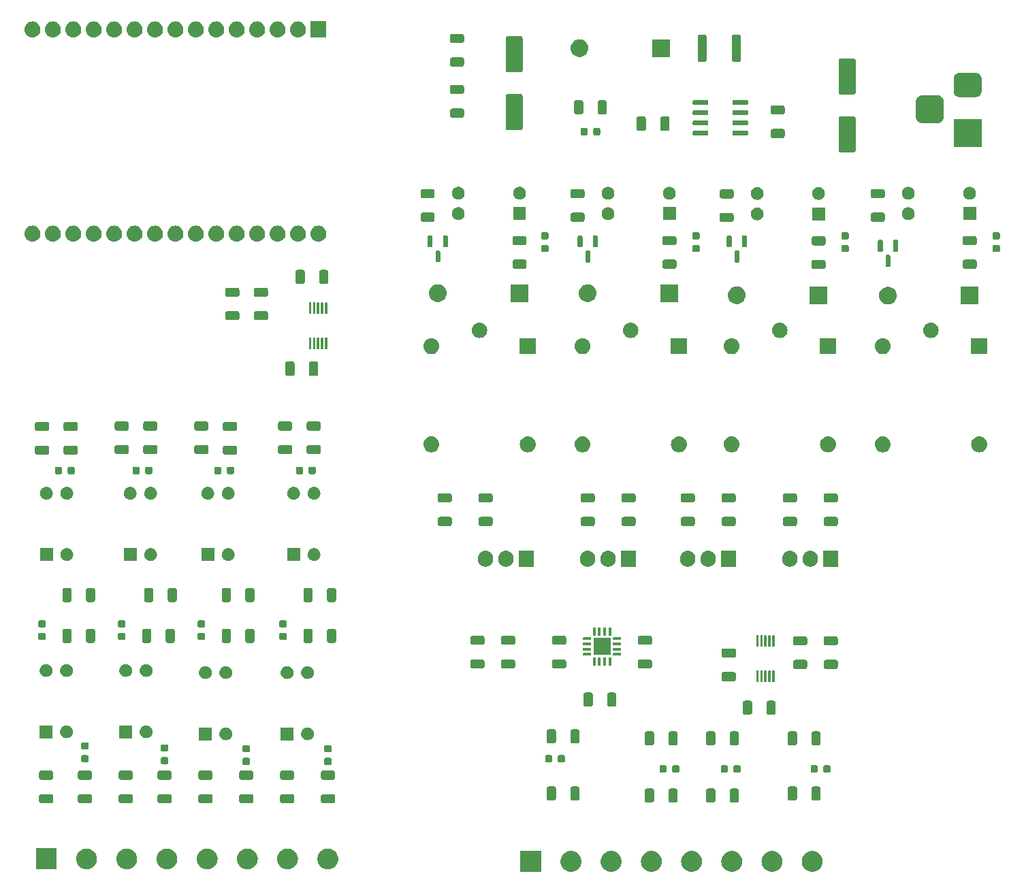
<source format=gbr>
%TF.GenerationSoftware,KiCad,Pcbnew,7.0.5*%
%TF.CreationDate,2023-06-06T14:49:00-07:00*%
%TF.ProjectId,halloween vending machine,68616c6c-6f77-4656-956e-2076656e6469,rev?*%
%TF.SameCoordinates,Original*%
%TF.FileFunction,Soldermask,Top*%
%TF.FilePolarity,Negative*%
%FSLAX46Y46*%
G04 Gerber Fmt 4.6, Leading zero omitted, Abs format (unit mm)*
G04 Created by KiCad (PCBNEW 7.0.5) date 2023-06-06 14:49:00*
%MOMM*%
%LPD*%
G01*
G04 APERTURE LIST*
G04 APERTURE END LIST*
G36*
X89718000Y-126573000D02*
G01*
X87118000Y-126573000D01*
X87118000Y-123973000D01*
X89718000Y-123973000D01*
X89718000Y-126573000D01*
G37*
G36*
X93471092Y-123977645D02*
G01*
X93525334Y-123977645D01*
X93585113Y-123987620D01*
X93643743Y-123992750D01*
X93689788Y-124005088D01*
X93737082Y-124012980D01*
X93800528Y-124034760D01*
X93862626Y-124051400D01*
X93900660Y-124069135D01*
X93940120Y-124082682D01*
X94004954Y-124117768D01*
X94068000Y-124147167D01*
X94097678Y-124167947D01*
X94128920Y-124184855D01*
X94192512Y-124234351D01*
X94253624Y-124277142D01*
X94275164Y-124298682D01*
X94298326Y-124316710D01*
X94357823Y-124381341D01*
X94413858Y-124437376D01*
X94428001Y-124457575D01*
X94443721Y-124474651D01*
X94496168Y-124554927D01*
X94543833Y-124623000D01*
X94551788Y-124640060D01*
X94561134Y-124654365D01*
X94603562Y-124751091D01*
X94639600Y-124828374D01*
X94642955Y-124840896D01*
X94647368Y-124850956D01*
X94676900Y-124967581D01*
X94698250Y-125047257D01*
X94698869Y-125054335D01*
X94700066Y-125059061D01*
X94714102Y-125228451D01*
X94718000Y-125273000D01*
X94714102Y-125317552D01*
X94700066Y-125486938D01*
X94698869Y-125491663D01*
X94698250Y-125498743D01*
X94676896Y-125578436D01*
X94647368Y-125695043D01*
X94642956Y-125705101D01*
X94639600Y-125717626D01*
X94603555Y-125794924D01*
X94561134Y-125891634D01*
X94551790Y-125905936D01*
X94543833Y-125923000D01*
X94496158Y-125991086D01*
X94443721Y-126071348D01*
X94428004Y-126088420D01*
X94413858Y-126108624D01*
X94357812Y-126164669D01*
X94298326Y-126229289D01*
X94275169Y-126247312D01*
X94253624Y-126268858D01*
X94192499Y-126311657D01*
X94128920Y-126361144D01*
X94097684Y-126378047D01*
X94068000Y-126398833D01*
X94004941Y-126428237D01*
X93940120Y-126463317D01*
X93900669Y-126476860D01*
X93862626Y-126494600D01*
X93800515Y-126511242D01*
X93737082Y-126533019D01*
X93689796Y-126540909D01*
X93643743Y-126553250D01*
X93585109Y-126558379D01*
X93525334Y-126568355D01*
X93471092Y-126568355D01*
X93418000Y-126573000D01*
X93364908Y-126568355D01*
X93310666Y-126568355D01*
X93250889Y-126558379D01*
X93192257Y-126553250D01*
X93146204Y-126540910D01*
X93098917Y-126533019D01*
X93035480Y-126511241D01*
X92973374Y-126494600D01*
X92935333Y-126476861D01*
X92895879Y-126463317D01*
X92831051Y-126428234D01*
X92768000Y-126398833D01*
X92738318Y-126378050D01*
X92707079Y-126361144D01*
X92643490Y-126311650D01*
X92582376Y-126268858D01*
X92560834Y-126247316D01*
X92537673Y-126229289D01*
X92478175Y-126164657D01*
X92422142Y-126108624D01*
X92407998Y-126088425D01*
X92392278Y-126071348D01*
X92339826Y-125991064D01*
X92292167Y-125923000D01*
X92284212Y-125905941D01*
X92274865Y-125891634D01*
X92232427Y-125794887D01*
X92196400Y-125717626D01*
X92193045Y-125705106D01*
X92188631Y-125695043D01*
X92159085Y-125578368D01*
X92137750Y-125498743D01*
X92137131Y-125491669D01*
X92135933Y-125486938D01*
X92121878Y-125317336D01*
X92118000Y-125273000D01*
X92121878Y-125228667D01*
X92135933Y-125059061D01*
X92137131Y-125054328D01*
X92137750Y-125047257D01*
X92159081Y-124967649D01*
X92188631Y-124850956D01*
X92193046Y-124840890D01*
X92196400Y-124828374D01*
X92232420Y-124751127D01*
X92274865Y-124654365D01*
X92284214Y-124640055D01*
X92292167Y-124623000D01*
X92339816Y-124554948D01*
X92392278Y-124474651D01*
X92408001Y-124457570D01*
X92422142Y-124437376D01*
X92478163Y-124381354D01*
X92537673Y-124316710D01*
X92560838Y-124298679D01*
X92582376Y-124277142D01*
X92643478Y-124234358D01*
X92707079Y-124184855D01*
X92738325Y-124167945D01*
X92768000Y-124147167D01*
X92831037Y-124117772D01*
X92895879Y-124082682D01*
X92935341Y-124069134D01*
X92973374Y-124051400D01*
X93035466Y-124034762D01*
X93098917Y-124012980D01*
X93146212Y-124005087D01*
X93192257Y-123992750D01*
X93250885Y-123987620D01*
X93310666Y-123977645D01*
X93364908Y-123977645D01*
X93418000Y-123973000D01*
X93471092Y-123977645D01*
G37*
G36*
X98471092Y-123977645D02*
G01*
X98525334Y-123977645D01*
X98585113Y-123987620D01*
X98643743Y-123992750D01*
X98689788Y-124005088D01*
X98737082Y-124012980D01*
X98800528Y-124034760D01*
X98862626Y-124051400D01*
X98900660Y-124069135D01*
X98940120Y-124082682D01*
X99004954Y-124117768D01*
X99068000Y-124147167D01*
X99097678Y-124167947D01*
X99128920Y-124184855D01*
X99192512Y-124234351D01*
X99253624Y-124277142D01*
X99275164Y-124298682D01*
X99298326Y-124316710D01*
X99357823Y-124381341D01*
X99413858Y-124437376D01*
X99428001Y-124457575D01*
X99443721Y-124474651D01*
X99496168Y-124554927D01*
X99543833Y-124623000D01*
X99551788Y-124640060D01*
X99561134Y-124654365D01*
X99603562Y-124751091D01*
X99639600Y-124828374D01*
X99642955Y-124840896D01*
X99647368Y-124850956D01*
X99676900Y-124967581D01*
X99698250Y-125047257D01*
X99698869Y-125054335D01*
X99700066Y-125059061D01*
X99714102Y-125228451D01*
X99718000Y-125273000D01*
X99714102Y-125317552D01*
X99700066Y-125486938D01*
X99698869Y-125491663D01*
X99698250Y-125498743D01*
X99676896Y-125578436D01*
X99647368Y-125695043D01*
X99642956Y-125705101D01*
X99639600Y-125717626D01*
X99603555Y-125794924D01*
X99561134Y-125891634D01*
X99551790Y-125905936D01*
X99543833Y-125923000D01*
X99496158Y-125991086D01*
X99443721Y-126071348D01*
X99428004Y-126088420D01*
X99413858Y-126108624D01*
X99357812Y-126164669D01*
X99298326Y-126229289D01*
X99275169Y-126247312D01*
X99253624Y-126268858D01*
X99192499Y-126311657D01*
X99128920Y-126361144D01*
X99097684Y-126378047D01*
X99068000Y-126398833D01*
X99004941Y-126428237D01*
X98940120Y-126463317D01*
X98900669Y-126476860D01*
X98862626Y-126494600D01*
X98800515Y-126511242D01*
X98737082Y-126533019D01*
X98689796Y-126540909D01*
X98643743Y-126553250D01*
X98585109Y-126558379D01*
X98525334Y-126568355D01*
X98471092Y-126568355D01*
X98418000Y-126573000D01*
X98364908Y-126568355D01*
X98310666Y-126568355D01*
X98250889Y-126558379D01*
X98192257Y-126553250D01*
X98146204Y-126540910D01*
X98098917Y-126533019D01*
X98035480Y-126511241D01*
X97973374Y-126494600D01*
X97935333Y-126476861D01*
X97895879Y-126463317D01*
X97831051Y-126428234D01*
X97768000Y-126398833D01*
X97738318Y-126378050D01*
X97707079Y-126361144D01*
X97643490Y-126311650D01*
X97582376Y-126268858D01*
X97560834Y-126247316D01*
X97537673Y-126229289D01*
X97478175Y-126164657D01*
X97422142Y-126108624D01*
X97407998Y-126088425D01*
X97392278Y-126071348D01*
X97339826Y-125991064D01*
X97292167Y-125923000D01*
X97284212Y-125905941D01*
X97274865Y-125891634D01*
X97232427Y-125794887D01*
X97196400Y-125717626D01*
X97193045Y-125705106D01*
X97188631Y-125695043D01*
X97159085Y-125578368D01*
X97137750Y-125498743D01*
X97137131Y-125491669D01*
X97135933Y-125486938D01*
X97121878Y-125317336D01*
X97118000Y-125273000D01*
X97121878Y-125228667D01*
X97135933Y-125059061D01*
X97137131Y-125054328D01*
X97137750Y-125047257D01*
X97159081Y-124967649D01*
X97188631Y-124850956D01*
X97193046Y-124840890D01*
X97196400Y-124828374D01*
X97232420Y-124751127D01*
X97274865Y-124654365D01*
X97284214Y-124640055D01*
X97292167Y-124623000D01*
X97339816Y-124554948D01*
X97392278Y-124474651D01*
X97408001Y-124457570D01*
X97422142Y-124437376D01*
X97478163Y-124381354D01*
X97537673Y-124316710D01*
X97560838Y-124298679D01*
X97582376Y-124277142D01*
X97643478Y-124234358D01*
X97707079Y-124184855D01*
X97738325Y-124167945D01*
X97768000Y-124147167D01*
X97831037Y-124117772D01*
X97895879Y-124082682D01*
X97935341Y-124069134D01*
X97973374Y-124051400D01*
X98035466Y-124034762D01*
X98098917Y-124012980D01*
X98146212Y-124005087D01*
X98192257Y-123992750D01*
X98250885Y-123987620D01*
X98310666Y-123977645D01*
X98364908Y-123977645D01*
X98418000Y-123973000D01*
X98471092Y-123977645D01*
G37*
G36*
X103471092Y-123977645D02*
G01*
X103525334Y-123977645D01*
X103585113Y-123987620D01*
X103643743Y-123992750D01*
X103689788Y-124005088D01*
X103737082Y-124012980D01*
X103800528Y-124034760D01*
X103862626Y-124051400D01*
X103900660Y-124069135D01*
X103940120Y-124082682D01*
X104004954Y-124117768D01*
X104068000Y-124147167D01*
X104097678Y-124167947D01*
X104128920Y-124184855D01*
X104192512Y-124234351D01*
X104253624Y-124277142D01*
X104275164Y-124298682D01*
X104298326Y-124316710D01*
X104357823Y-124381341D01*
X104413858Y-124437376D01*
X104428001Y-124457575D01*
X104443721Y-124474651D01*
X104496168Y-124554927D01*
X104543833Y-124623000D01*
X104551788Y-124640060D01*
X104561134Y-124654365D01*
X104603562Y-124751091D01*
X104639600Y-124828374D01*
X104642955Y-124840896D01*
X104647368Y-124850956D01*
X104676900Y-124967581D01*
X104698250Y-125047257D01*
X104698869Y-125054335D01*
X104700066Y-125059061D01*
X104714102Y-125228451D01*
X104718000Y-125273000D01*
X104714102Y-125317552D01*
X104700066Y-125486938D01*
X104698869Y-125491663D01*
X104698250Y-125498743D01*
X104676896Y-125578436D01*
X104647368Y-125695043D01*
X104642956Y-125705101D01*
X104639600Y-125717626D01*
X104603555Y-125794924D01*
X104561134Y-125891634D01*
X104551790Y-125905936D01*
X104543833Y-125923000D01*
X104496158Y-125991086D01*
X104443721Y-126071348D01*
X104428004Y-126088420D01*
X104413858Y-126108624D01*
X104357812Y-126164669D01*
X104298326Y-126229289D01*
X104275169Y-126247312D01*
X104253624Y-126268858D01*
X104192499Y-126311657D01*
X104128920Y-126361144D01*
X104097684Y-126378047D01*
X104068000Y-126398833D01*
X104004941Y-126428237D01*
X103940120Y-126463317D01*
X103900669Y-126476860D01*
X103862626Y-126494600D01*
X103800515Y-126511242D01*
X103737082Y-126533019D01*
X103689796Y-126540909D01*
X103643743Y-126553250D01*
X103585109Y-126558379D01*
X103525334Y-126568355D01*
X103471092Y-126568355D01*
X103418000Y-126573000D01*
X103364908Y-126568355D01*
X103310666Y-126568355D01*
X103250889Y-126558379D01*
X103192257Y-126553250D01*
X103146204Y-126540910D01*
X103098917Y-126533019D01*
X103035480Y-126511241D01*
X102973374Y-126494600D01*
X102935333Y-126476861D01*
X102895879Y-126463317D01*
X102831051Y-126428234D01*
X102768000Y-126398833D01*
X102738318Y-126378050D01*
X102707079Y-126361144D01*
X102643490Y-126311650D01*
X102582376Y-126268858D01*
X102560834Y-126247316D01*
X102537673Y-126229289D01*
X102478175Y-126164657D01*
X102422142Y-126108624D01*
X102407998Y-126088425D01*
X102392278Y-126071348D01*
X102339826Y-125991064D01*
X102292167Y-125923000D01*
X102284212Y-125905941D01*
X102274865Y-125891634D01*
X102232427Y-125794887D01*
X102196400Y-125717626D01*
X102193045Y-125705106D01*
X102188631Y-125695043D01*
X102159085Y-125578368D01*
X102137750Y-125498743D01*
X102137131Y-125491669D01*
X102135933Y-125486938D01*
X102121878Y-125317336D01*
X102118000Y-125273000D01*
X102121878Y-125228667D01*
X102135933Y-125059061D01*
X102137131Y-125054328D01*
X102137750Y-125047257D01*
X102159081Y-124967649D01*
X102188631Y-124850956D01*
X102193046Y-124840890D01*
X102196400Y-124828374D01*
X102232420Y-124751127D01*
X102274865Y-124654365D01*
X102284214Y-124640055D01*
X102292167Y-124623000D01*
X102339816Y-124554948D01*
X102392278Y-124474651D01*
X102408001Y-124457570D01*
X102422142Y-124437376D01*
X102478163Y-124381354D01*
X102537673Y-124316710D01*
X102560838Y-124298679D01*
X102582376Y-124277142D01*
X102643478Y-124234358D01*
X102707079Y-124184855D01*
X102738325Y-124167945D01*
X102768000Y-124147167D01*
X102831037Y-124117772D01*
X102895879Y-124082682D01*
X102935341Y-124069134D01*
X102973374Y-124051400D01*
X103035466Y-124034762D01*
X103098917Y-124012980D01*
X103146212Y-124005087D01*
X103192257Y-123992750D01*
X103250885Y-123987620D01*
X103310666Y-123977645D01*
X103364908Y-123977645D01*
X103418000Y-123973000D01*
X103471092Y-123977645D01*
G37*
G36*
X108471092Y-123977645D02*
G01*
X108525334Y-123977645D01*
X108585113Y-123987620D01*
X108643743Y-123992750D01*
X108689788Y-124005088D01*
X108737082Y-124012980D01*
X108800528Y-124034760D01*
X108862626Y-124051400D01*
X108900660Y-124069135D01*
X108940120Y-124082682D01*
X109004954Y-124117768D01*
X109068000Y-124147167D01*
X109097678Y-124167947D01*
X109128920Y-124184855D01*
X109192512Y-124234351D01*
X109253624Y-124277142D01*
X109275164Y-124298682D01*
X109298326Y-124316710D01*
X109357823Y-124381341D01*
X109413858Y-124437376D01*
X109428001Y-124457575D01*
X109443721Y-124474651D01*
X109496168Y-124554927D01*
X109543833Y-124623000D01*
X109551788Y-124640060D01*
X109561134Y-124654365D01*
X109603562Y-124751091D01*
X109639600Y-124828374D01*
X109642955Y-124840896D01*
X109647368Y-124850956D01*
X109676900Y-124967581D01*
X109698250Y-125047257D01*
X109698869Y-125054335D01*
X109700066Y-125059061D01*
X109714102Y-125228451D01*
X109718000Y-125273000D01*
X109714102Y-125317552D01*
X109700066Y-125486938D01*
X109698869Y-125491663D01*
X109698250Y-125498743D01*
X109676896Y-125578436D01*
X109647368Y-125695043D01*
X109642956Y-125705101D01*
X109639600Y-125717626D01*
X109603555Y-125794924D01*
X109561134Y-125891634D01*
X109551790Y-125905936D01*
X109543833Y-125923000D01*
X109496158Y-125991086D01*
X109443721Y-126071348D01*
X109428004Y-126088420D01*
X109413858Y-126108624D01*
X109357812Y-126164669D01*
X109298326Y-126229289D01*
X109275169Y-126247312D01*
X109253624Y-126268858D01*
X109192499Y-126311657D01*
X109128920Y-126361144D01*
X109097684Y-126378047D01*
X109068000Y-126398833D01*
X109004941Y-126428237D01*
X108940120Y-126463317D01*
X108900669Y-126476860D01*
X108862626Y-126494600D01*
X108800515Y-126511242D01*
X108737082Y-126533019D01*
X108689796Y-126540909D01*
X108643743Y-126553250D01*
X108585109Y-126558379D01*
X108525334Y-126568355D01*
X108471092Y-126568355D01*
X108418000Y-126573000D01*
X108364908Y-126568355D01*
X108310666Y-126568355D01*
X108250889Y-126558379D01*
X108192257Y-126553250D01*
X108146204Y-126540910D01*
X108098917Y-126533019D01*
X108035480Y-126511241D01*
X107973374Y-126494600D01*
X107935333Y-126476861D01*
X107895879Y-126463317D01*
X107831051Y-126428234D01*
X107768000Y-126398833D01*
X107738318Y-126378050D01*
X107707079Y-126361144D01*
X107643490Y-126311650D01*
X107582376Y-126268858D01*
X107560834Y-126247316D01*
X107537673Y-126229289D01*
X107478175Y-126164657D01*
X107422142Y-126108624D01*
X107407998Y-126088425D01*
X107392278Y-126071348D01*
X107339826Y-125991064D01*
X107292167Y-125923000D01*
X107284212Y-125905941D01*
X107274865Y-125891634D01*
X107232427Y-125794887D01*
X107196400Y-125717626D01*
X107193045Y-125705106D01*
X107188631Y-125695043D01*
X107159085Y-125578368D01*
X107137750Y-125498743D01*
X107137131Y-125491669D01*
X107135933Y-125486938D01*
X107121878Y-125317336D01*
X107118000Y-125273000D01*
X107121878Y-125228667D01*
X107135933Y-125059061D01*
X107137131Y-125054328D01*
X107137750Y-125047257D01*
X107159081Y-124967649D01*
X107188631Y-124850956D01*
X107193046Y-124840890D01*
X107196400Y-124828374D01*
X107232420Y-124751127D01*
X107274865Y-124654365D01*
X107284214Y-124640055D01*
X107292167Y-124623000D01*
X107339816Y-124554948D01*
X107392278Y-124474651D01*
X107408001Y-124457570D01*
X107422142Y-124437376D01*
X107478163Y-124381354D01*
X107537673Y-124316710D01*
X107560838Y-124298679D01*
X107582376Y-124277142D01*
X107643478Y-124234358D01*
X107707079Y-124184855D01*
X107738325Y-124167945D01*
X107768000Y-124147167D01*
X107831037Y-124117772D01*
X107895879Y-124082682D01*
X107935341Y-124069134D01*
X107973374Y-124051400D01*
X108035466Y-124034762D01*
X108098917Y-124012980D01*
X108146212Y-124005087D01*
X108192257Y-123992750D01*
X108250885Y-123987620D01*
X108310666Y-123977645D01*
X108364908Y-123977645D01*
X108418000Y-123973000D01*
X108471092Y-123977645D01*
G37*
G36*
X113471092Y-123977645D02*
G01*
X113525334Y-123977645D01*
X113585113Y-123987620D01*
X113643743Y-123992750D01*
X113689788Y-124005088D01*
X113737082Y-124012980D01*
X113800528Y-124034760D01*
X113862626Y-124051400D01*
X113900660Y-124069135D01*
X113940120Y-124082682D01*
X114004954Y-124117768D01*
X114068000Y-124147167D01*
X114097678Y-124167947D01*
X114128920Y-124184855D01*
X114192512Y-124234351D01*
X114253624Y-124277142D01*
X114275164Y-124298682D01*
X114298326Y-124316710D01*
X114357823Y-124381341D01*
X114413858Y-124437376D01*
X114428001Y-124457575D01*
X114443721Y-124474651D01*
X114496168Y-124554927D01*
X114543833Y-124623000D01*
X114551788Y-124640060D01*
X114561134Y-124654365D01*
X114603562Y-124751091D01*
X114639600Y-124828374D01*
X114642955Y-124840896D01*
X114647368Y-124850956D01*
X114676900Y-124967581D01*
X114698250Y-125047257D01*
X114698869Y-125054335D01*
X114700066Y-125059061D01*
X114714102Y-125228451D01*
X114718000Y-125273000D01*
X114714102Y-125317552D01*
X114700066Y-125486938D01*
X114698869Y-125491663D01*
X114698250Y-125498743D01*
X114676896Y-125578436D01*
X114647368Y-125695043D01*
X114642956Y-125705101D01*
X114639600Y-125717626D01*
X114603555Y-125794924D01*
X114561134Y-125891634D01*
X114551790Y-125905936D01*
X114543833Y-125923000D01*
X114496158Y-125991086D01*
X114443721Y-126071348D01*
X114428004Y-126088420D01*
X114413858Y-126108624D01*
X114357812Y-126164669D01*
X114298326Y-126229289D01*
X114275169Y-126247312D01*
X114253624Y-126268858D01*
X114192499Y-126311657D01*
X114128920Y-126361144D01*
X114097684Y-126378047D01*
X114068000Y-126398833D01*
X114004941Y-126428237D01*
X113940120Y-126463317D01*
X113900669Y-126476860D01*
X113862626Y-126494600D01*
X113800515Y-126511242D01*
X113737082Y-126533019D01*
X113689796Y-126540909D01*
X113643743Y-126553250D01*
X113585109Y-126558379D01*
X113525334Y-126568355D01*
X113471092Y-126568355D01*
X113418000Y-126573000D01*
X113364908Y-126568355D01*
X113310666Y-126568355D01*
X113250889Y-126558379D01*
X113192257Y-126553250D01*
X113146204Y-126540910D01*
X113098917Y-126533019D01*
X113035480Y-126511241D01*
X112973374Y-126494600D01*
X112935333Y-126476861D01*
X112895879Y-126463317D01*
X112831051Y-126428234D01*
X112768000Y-126398833D01*
X112738318Y-126378050D01*
X112707079Y-126361144D01*
X112643490Y-126311650D01*
X112582376Y-126268858D01*
X112560834Y-126247316D01*
X112537673Y-126229289D01*
X112478175Y-126164657D01*
X112422142Y-126108624D01*
X112407998Y-126088425D01*
X112392278Y-126071348D01*
X112339826Y-125991064D01*
X112292167Y-125923000D01*
X112284212Y-125905941D01*
X112274865Y-125891634D01*
X112232427Y-125794887D01*
X112196400Y-125717626D01*
X112193045Y-125705106D01*
X112188631Y-125695043D01*
X112159085Y-125578368D01*
X112137750Y-125498743D01*
X112137131Y-125491669D01*
X112135933Y-125486938D01*
X112121878Y-125317336D01*
X112118000Y-125273000D01*
X112121878Y-125228667D01*
X112135933Y-125059061D01*
X112137131Y-125054328D01*
X112137750Y-125047257D01*
X112159081Y-124967649D01*
X112188631Y-124850956D01*
X112193046Y-124840890D01*
X112196400Y-124828374D01*
X112232420Y-124751127D01*
X112274865Y-124654365D01*
X112284214Y-124640055D01*
X112292167Y-124623000D01*
X112339816Y-124554948D01*
X112392278Y-124474651D01*
X112408001Y-124457570D01*
X112422142Y-124437376D01*
X112478163Y-124381354D01*
X112537673Y-124316710D01*
X112560838Y-124298679D01*
X112582376Y-124277142D01*
X112643478Y-124234358D01*
X112707079Y-124184855D01*
X112738325Y-124167945D01*
X112768000Y-124147167D01*
X112831037Y-124117772D01*
X112895879Y-124082682D01*
X112935341Y-124069134D01*
X112973374Y-124051400D01*
X113035466Y-124034762D01*
X113098917Y-124012980D01*
X113146212Y-124005087D01*
X113192257Y-123992750D01*
X113250885Y-123987620D01*
X113310666Y-123977645D01*
X113364908Y-123977645D01*
X113418000Y-123973000D01*
X113471092Y-123977645D01*
G37*
G36*
X118471092Y-123977645D02*
G01*
X118525334Y-123977645D01*
X118585113Y-123987620D01*
X118643743Y-123992750D01*
X118689788Y-124005088D01*
X118737082Y-124012980D01*
X118800528Y-124034760D01*
X118862626Y-124051400D01*
X118900660Y-124069135D01*
X118940120Y-124082682D01*
X119004954Y-124117768D01*
X119068000Y-124147167D01*
X119097678Y-124167947D01*
X119128920Y-124184855D01*
X119192512Y-124234351D01*
X119253624Y-124277142D01*
X119275164Y-124298682D01*
X119298326Y-124316710D01*
X119357823Y-124381341D01*
X119413858Y-124437376D01*
X119428001Y-124457575D01*
X119443721Y-124474651D01*
X119496168Y-124554927D01*
X119543833Y-124623000D01*
X119551788Y-124640060D01*
X119561134Y-124654365D01*
X119603562Y-124751091D01*
X119639600Y-124828374D01*
X119642955Y-124840896D01*
X119647368Y-124850956D01*
X119676900Y-124967581D01*
X119698250Y-125047257D01*
X119698869Y-125054335D01*
X119700066Y-125059061D01*
X119714102Y-125228451D01*
X119718000Y-125273000D01*
X119714102Y-125317552D01*
X119700066Y-125486938D01*
X119698869Y-125491663D01*
X119698250Y-125498743D01*
X119676896Y-125578436D01*
X119647368Y-125695043D01*
X119642956Y-125705101D01*
X119639600Y-125717626D01*
X119603555Y-125794924D01*
X119561134Y-125891634D01*
X119551790Y-125905936D01*
X119543833Y-125923000D01*
X119496158Y-125991086D01*
X119443721Y-126071348D01*
X119428004Y-126088420D01*
X119413858Y-126108624D01*
X119357812Y-126164669D01*
X119298326Y-126229289D01*
X119275169Y-126247312D01*
X119253624Y-126268858D01*
X119192499Y-126311657D01*
X119128920Y-126361144D01*
X119097684Y-126378047D01*
X119068000Y-126398833D01*
X119004941Y-126428237D01*
X118940120Y-126463317D01*
X118900669Y-126476860D01*
X118862626Y-126494600D01*
X118800515Y-126511242D01*
X118737082Y-126533019D01*
X118689796Y-126540909D01*
X118643743Y-126553250D01*
X118585109Y-126558379D01*
X118525334Y-126568355D01*
X118471092Y-126568355D01*
X118418000Y-126573000D01*
X118364908Y-126568355D01*
X118310666Y-126568355D01*
X118250889Y-126558379D01*
X118192257Y-126553250D01*
X118146204Y-126540910D01*
X118098917Y-126533019D01*
X118035480Y-126511241D01*
X117973374Y-126494600D01*
X117935333Y-126476861D01*
X117895879Y-126463317D01*
X117831051Y-126428234D01*
X117768000Y-126398833D01*
X117738318Y-126378050D01*
X117707079Y-126361144D01*
X117643490Y-126311650D01*
X117582376Y-126268858D01*
X117560834Y-126247316D01*
X117537673Y-126229289D01*
X117478175Y-126164657D01*
X117422142Y-126108624D01*
X117407998Y-126088425D01*
X117392278Y-126071348D01*
X117339826Y-125991064D01*
X117292167Y-125923000D01*
X117284212Y-125905941D01*
X117274865Y-125891634D01*
X117232427Y-125794887D01*
X117196400Y-125717626D01*
X117193045Y-125705106D01*
X117188631Y-125695043D01*
X117159085Y-125578368D01*
X117137750Y-125498743D01*
X117137131Y-125491669D01*
X117135933Y-125486938D01*
X117121878Y-125317336D01*
X117118000Y-125273000D01*
X117121878Y-125228667D01*
X117135933Y-125059061D01*
X117137131Y-125054328D01*
X117137750Y-125047257D01*
X117159081Y-124967649D01*
X117188631Y-124850956D01*
X117193046Y-124840890D01*
X117196400Y-124828374D01*
X117232420Y-124751127D01*
X117274865Y-124654365D01*
X117284214Y-124640055D01*
X117292167Y-124623000D01*
X117339816Y-124554948D01*
X117392278Y-124474651D01*
X117408001Y-124457570D01*
X117422142Y-124437376D01*
X117478163Y-124381354D01*
X117537673Y-124316710D01*
X117560838Y-124298679D01*
X117582376Y-124277142D01*
X117643478Y-124234358D01*
X117707079Y-124184855D01*
X117738325Y-124167945D01*
X117768000Y-124147167D01*
X117831037Y-124117772D01*
X117895879Y-124082682D01*
X117935341Y-124069134D01*
X117973374Y-124051400D01*
X118035466Y-124034762D01*
X118098917Y-124012980D01*
X118146212Y-124005087D01*
X118192257Y-123992750D01*
X118250885Y-123987620D01*
X118310666Y-123977645D01*
X118364908Y-123977645D01*
X118418000Y-123973000D01*
X118471092Y-123977645D01*
G37*
G36*
X123471092Y-123977645D02*
G01*
X123525334Y-123977645D01*
X123585113Y-123987620D01*
X123643743Y-123992750D01*
X123689788Y-124005088D01*
X123737082Y-124012980D01*
X123800528Y-124034760D01*
X123862626Y-124051400D01*
X123900660Y-124069135D01*
X123940120Y-124082682D01*
X124004954Y-124117768D01*
X124068000Y-124147167D01*
X124097678Y-124167947D01*
X124128920Y-124184855D01*
X124192512Y-124234351D01*
X124253624Y-124277142D01*
X124275164Y-124298682D01*
X124298326Y-124316710D01*
X124357823Y-124381341D01*
X124413858Y-124437376D01*
X124428001Y-124457575D01*
X124443721Y-124474651D01*
X124496168Y-124554927D01*
X124543833Y-124623000D01*
X124551788Y-124640060D01*
X124561134Y-124654365D01*
X124603562Y-124751091D01*
X124639600Y-124828374D01*
X124642955Y-124840896D01*
X124647368Y-124850956D01*
X124676900Y-124967581D01*
X124698250Y-125047257D01*
X124698869Y-125054335D01*
X124700066Y-125059061D01*
X124714102Y-125228451D01*
X124718000Y-125273000D01*
X124714102Y-125317552D01*
X124700066Y-125486938D01*
X124698869Y-125491663D01*
X124698250Y-125498743D01*
X124676896Y-125578436D01*
X124647368Y-125695043D01*
X124642956Y-125705101D01*
X124639600Y-125717626D01*
X124603555Y-125794924D01*
X124561134Y-125891634D01*
X124551790Y-125905936D01*
X124543833Y-125923000D01*
X124496158Y-125991086D01*
X124443721Y-126071348D01*
X124428004Y-126088420D01*
X124413858Y-126108624D01*
X124357812Y-126164669D01*
X124298326Y-126229289D01*
X124275169Y-126247312D01*
X124253624Y-126268858D01*
X124192499Y-126311657D01*
X124128920Y-126361144D01*
X124097684Y-126378047D01*
X124068000Y-126398833D01*
X124004941Y-126428237D01*
X123940120Y-126463317D01*
X123900669Y-126476860D01*
X123862626Y-126494600D01*
X123800515Y-126511242D01*
X123737082Y-126533019D01*
X123689796Y-126540909D01*
X123643743Y-126553250D01*
X123585109Y-126558379D01*
X123525334Y-126568355D01*
X123471092Y-126568355D01*
X123418000Y-126573000D01*
X123364908Y-126568355D01*
X123310666Y-126568355D01*
X123250889Y-126558379D01*
X123192257Y-126553250D01*
X123146204Y-126540910D01*
X123098917Y-126533019D01*
X123035480Y-126511241D01*
X122973374Y-126494600D01*
X122935333Y-126476861D01*
X122895879Y-126463317D01*
X122831051Y-126428234D01*
X122768000Y-126398833D01*
X122738318Y-126378050D01*
X122707079Y-126361144D01*
X122643490Y-126311650D01*
X122582376Y-126268858D01*
X122560834Y-126247316D01*
X122537673Y-126229289D01*
X122478175Y-126164657D01*
X122422142Y-126108624D01*
X122407998Y-126088425D01*
X122392278Y-126071348D01*
X122339826Y-125991064D01*
X122292167Y-125923000D01*
X122284212Y-125905941D01*
X122274865Y-125891634D01*
X122232427Y-125794887D01*
X122196400Y-125717626D01*
X122193045Y-125705106D01*
X122188631Y-125695043D01*
X122159085Y-125578368D01*
X122137750Y-125498743D01*
X122137131Y-125491669D01*
X122135933Y-125486938D01*
X122121878Y-125317336D01*
X122118000Y-125273000D01*
X122121878Y-125228667D01*
X122135933Y-125059061D01*
X122137131Y-125054328D01*
X122137750Y-125047257D01*
X122159081Y-124967649D01*
X122188631Y-124850956D01*
X122193046Y-124840890D01*
X122196400Y-124828374D01*
X122232420Y-124751127D01*
X122274865Y-124654365D01*
X122284214Y-124640055D01*
X122292167Y-124623000D01*
X122339816Y-124554948D01*
X122392278Y-124474651D01*
X122408001Y-124457570D01*
X122422142Y-124437376D01*
X122478163Y-124381354D01*
X122537673Y-124316710D01*
X122560838Y-124298679D01*
X122582376Y-124277142D01*
X122643478Y-124234358D01*
X122707079Y-124184855D01*
X122738325Y-124167945D01*
X122768000Y-124147167D01*
X122831037Y-124117772D01*
X122895879Y-124082682D01*
X122935341Y-124069134D01*
X122973374Y-124051400D01*
X123035466Y-124034762D01*
X123098917Y-124012980D01*
X123146212Y-124005087D01*
X123192257Y-123992750D01*
X123250885Y-123987620D01*
X123310666Y-123977645D01*
X123364908Y-123977645D01*
X123418000Y-123973000D01*
X123471092Y-123977645D01*
G37*
G36*
X29480000Y-126268000D02*
G01*
X26880000Y-126268000D01*
X26880000Y-123668000D01*
X29480000Y-123668000D01*
X29480000Y-126268000D01*
G37*
G36*
X33233092Y-123672645D02*
G01*
X33287334Y-123672645D01*
X33347113Y-123682620D01*
X33405743Y-123687750D01*
X33451788Y-123700088D01*
X33499082Y-123707980D01*
X33562528Y-123729760D01*
X33624626Y-123746400D01*
X33662660Y-123764135D01*
X33702120Y-123777682D01*
X33766954Y-123812768D01*
X33830000Y-123842167D01*
X33859678Y-123862947D01*
X33890920Y-123879855D01*
X33954512Y-123929351D01*
X34015624Y-123972142D01*
X34037164Y-123993682D01*
X34060326Y-124011710D01*
X34119823Y-124076341D01*
X34175858Y-124132376D01*
X34190001Y-124152575D01*
X34205721Y-124169651D01*
X34258168Y-124249927D01*
X34305833Y-124318000D01*
X34313788Y-124335060D01*
X34323134Y-124349365D01*
X34365562Y-124446091D01*
X34401600Y-124523374D01*
X34404955Y-124535896D01*
X34409368Y-124545956D01*
X34438900Y-124662581D01*
X34460250Y-124742257D01*
X34460869Y-124749335D01*
X34462066Y-124754061D01*
X34476102Y-124923451D01*
X34480000Y-124968000D01*
X34476102Y-125012552D01*
X34462066Y-125181938D01*
X34460869Y-125186663D01*
X34460250Y-125193743D01*
X34438896Y-125273436D01*
X34409368Y-125390043D01*
X34404956Y-125400101D01*
X34401600Y-125412626D01*
X34365555Y-125489924D01*
X34323134Y-125586634D01*
X34313790Y-125600936D01*
X34305833Y-125618000D01*
X34258158Y-125686086D01*
X34205721Y-125766348D01*
X34190004Y-125783420D01*
X34175858Y-125803624D01*
X34119812Y-125859669D01*
X34060326Y-125924289D01*
X34037169Y-125942312D01*
X34015624Y-125963858D01*
X33954499Y-126006657D01*
X33890920Y-126056144D01*
X33859684Y-126073047D01*
X33830000Y-126093833D01*
X33766941Y-126123237D01*
X33702120Y-126158317D01*
X33662669Y-126171860D01*
X33624626Y-126189600D01*
X33562515Y-126206242D01*
X33499082Y-126228019D01*
X33451796Y-126235909D01*
X33405743Y-126248250D01*
X33347109Y-126253379D01*
X33287334Y-126263355D01*
X33233092Y-126263355D01*
X33180000Y-126268000D01*
X33126908Y-126263355D01*
X33072666Y-126263355D01*
X33012889Y-126253379D01*
X32954257Y-126248250D01*
X32908204Y-126235910D01*
X32860917Y-126228019D01*
X32797480Y-126206241D01*
X32735374Y-126189600D01*
X32697333Y-126171861D01*
X32657879Y-126158317D01*
X32593051Y-126123234D01*
X32530000Y-126093833D01*
X32500318Y-126073050D01*
X32469079Y-126056144D01*
X32405490Y-126006650D01*
X32344376Y-125963858D01*
X32322834Y-125942316D01*
X32299673Y-125924289D01*
X32240175Y-125859657D01*
X32184142Y-125803624D01*
X32169998Y-125783425D01*
X32154278Y-125766348D01*
X32101826Y-125686064D01*
X32054167Y-125618000D01*
X32046212Y-125600941D01*
X32036865Y-125586634D01*
X31994427Y-125489887D01*
X31958400Y-125412626D01*
X31955045Y-125400106D01*
X31950631Y-125390043D01*
X31921085Y-125273368D01*
X31899750Y-125193743D01*
X31899131Y-125186669D01*
X31897933Y-125181938D01*
X31883878Y-125012336D01*
X31880000Y-124968000D01*
X31883878Y-124923667D01*
X31897933Y-124754061D01*
X31899131Y-124749328D01*
X31899750Y-124742257D01*
X31921081Y-124662649D01*
X31950631Y-124545956D01*
X31955046Y-124535890D01*
X31958400Y-124523374D01*
X31994420Y-124446127D01*
X32036865Y-124349365D01*
X32046214Y-124335055D01*
X32054167Y-124318000D01*
X32101816Y-124249948D01*
X32154278Y-124169651D01*
X32170001Y-124152570D01*
X32184142Y-124132376D01*
X32240163Y-124076354D01*
X32299673Y-124011710D01*
X32322838Y-123993679D01*
X32344376Y-123972142D01*
X32405478Y-123929358D01*
X32469079Y-123879855D01*
X32500325Y-123862945D01*
X32530000Y-123842167D01*
X32593037Y-123812772D01*
X32657879Y-123777682D01*
X32697341Y-123764134D01*
X32735374Y-123746400D01*
X32797466Y-123729762D01*
X32860917Y-123707980D01*
X32908212Y-123700087D01*
X32954257Y-123687750D01*
X33012885Y-123682620D01*
X33072666Y-123672645D01*
X33126908Y-123672645D01*
X33180000Y-123668000D01*
X33233092Y-123672645D01*
G37*
G36*
X38233092Y-123672645D02*
G01*
X38287334Y-123672645D01*
X38347113Y-123682620D01*
X38405743Y-123687750D01*
X38451788Y-123700088D01*
X38499082Y-123707980D01*
X38562528Y-123729760D01*
X38624626Y-123746400D01*
X38662660Y-123764135D01*
X38702120Y-123777682D01*
X38766954Y-123812768D01*
X38830000Y-123842167D01*
X38859678Y-123862947D01*
X38890920Y-123879855D01*
X38954512Y-123929351D01*
X39015624Y-123972142D01*
X39037164Y-123993682D01*
X39060326Y-124011710D01*
X39119823Y-124076341D01*
X39175858Y-124132376D01*
X39190001Y-124152575D01*
X39205721Y-124169651D01*
X39258168Y-124249927D01*
X39305833Y-124318000D01*
X39313788Y-124335060D01*
X39323134Y-124349365D01*
X39365562Y-124446091D01*
X39401600Y-124523374D01*
X39404955Y-124535896D01*
X39409368Y-124545956D01*
X39438900Y-124662581D01*
X39460250Y-124742257D01*
X39460869Y-124749335D01*
X39462066Y-124754061D01*
X39476102Y-124923451D01*
X39480000Y-124968000D01*
X39476102Y-125012552D01*
X39462066Y-125181938D01*
X39460869Y-125186663D01*
X39460250Y-125193743D01*
X39438896Y-125273436D01*
X39409368Y-125390043D01*
X39404956Y-125400101D01*
X39401600Y-125412626D01*
X39365555Y-125489924D01*
X39323134Y-125586634D01*
X39313790Y-125600936D01*
X39305833Y-125618000D01*
X39258158Y-125686086D01*
X39205721Y-125766348D01*
X39190004Y-125783420D01*
X39175858Y-125803624D01*
X39119812Y-125859669D01*
X39060326Y-125924289D01*
X39037169Y-125942312D01*
X39015624Y-125963858D01*
X38954499Y-126006657D01*
X38890920Y-126056144D01*
X38859684Y-126073047D01*
X38830000Y-126093833D01*
X38766941Y-126123237D01*
X38702120Y-126158317D01*
X38662669Y-126171860D01*
X38624626Y-126189600D01*
X38562515Y-126206242D01*
X38499082Y-126228019D01*
X38451796Y-126235909D01*
X38405743Y-126248250D01*
X38347109Y-126253379D01*
X38287334Y-126263355D01*
X38233092Y-126263355D01*
X38180000Y-126268000D01*
X38126908Y-126263355D01*
X38072666Y-126263355D01*
X38012889Y-126253379D01*
X37954257Y-126248250D01*
X37908204Y-126235910D01*
X37860917Y-126228019D01*
X37797480Y-126206241D01*
X37735374Y-126189600D01*
X37697333Y-126171861D01*
X37657879Y-126158317D01*
X37593051Y-126123234D01*
X37530000Y-126093833D01*
X37500318Y-126073050D01*
X37469079Y-126056144D01*
X37405490Y-126006650D01*
X37344376Y-125963858D01*
X37322834Y-125942316D01*
X37299673Y-125924289D01*
X37240175Y-125859657D01*
X37184142Y-125803624D01*
X37169998Y-125783425D01*
X37154278Y-125766348D01*
X37101826Y-125686064D01*
X37054167Y-125618000D01*
X37046212Y-125600941D01*
X37036865Y-125586634D01*
X36994427Y-125489887D01*
X36958400Y-125412626D01*
X36955045Y-125400106D01*
X36950631Y-125390043D01*
X36921085Y-125273368D01*
X36899750Y-125193743D01*
X36899131Y-125186669D01*
X36897933Y-125181938D01*
X36883878Y-125012336D01*
X36880000Y-124968000D01*
X36883878Y-124923667D01*
X36897933Y-124754061D01*
X36899131Y-124749328D01*
X36899750Y-124742257D01*
X36921081Y-124662649D01*
X36950631Y-124545956D01*
X36955046Y-124535890D01*
X36958400Y-124523374D01*
X36994420Y-124446127D01*
X37036865Y-124349365D01*
X37046214Y-124335055D01*
X37054167Y-124318000D01*
X37101816Y-124249948D01*
X37154278Y-124169651D01*
X37170001Y-124152570D01*
X37184142Y-124132376D01*
X37240163Y-124076354D01*
X37299673Y-124011710D01*
X37322838Y-123993679D01*
X37344376Y-123972142D01*
X37405478Y-123929358D01*
X37469079Y-123879855D01*
X37500325Y-123862945D01*
X37530000Y-123842167D01*
X37593037Y-123812772D01*
X37657879Y-123777682D01*
X37697341Y-123764134D01*
X37735374Y-123746400D01*
X37797466Y-123729762D01*
X37860917Y-123707980D01*
X37908212Y-123700087D01*
X37954257Y-123687750D01*
X38012885Y-123682620D01*
X38072666Y-123672645D01*
X38126908Y-123672645D01*
X38180000Y-123668000D01*
X38233092Y-123672645D01*
G37*
G36*
X43233092Y-123672645D02*
G01*
X43287334Y-123672645D01*
X43347113Y-123682620D01*
X43405743Y-123687750D01*
X43451788Y-123700088D01*
X43499082Y-123707980D01*
X43562528Y-123729760D01*
X43624626Y-123746400D01*
X43662660Y-123764135D01*
X43702120Y-123777682D01*
X43766954Y-123812768D01*
X43830000Y-123842167D01*
X43859678Y-123862947D01*
X43890920Y-123879855D01*
X43954512Y-123929351D01*
X44015624Y-123972142D01*
X44037164Y-123993682D01*
X44060326Y-124011710D01*
X44119823Y-124076341D01*
X44175858Y-124132376D01*
X44190001Y-124152575D01*
X44205721Y-124169651D01*
X44258168Y-124249927D01*
X44305833Y-124318000D01*
X44313788Y-124335060D01*
X44323134Y-124349365D01*
X44365562Y-124446091D01*
X44401600Y-124523374D01*
X44404955Y-124535896D01*
X44409368Y-124545956D01*
X44438900Y-124662581D01*
X44460250Y-124742257D01*
X44460869Y-124749335D01*
X44462066Y-124754061D01*
X44476102Y-124923451D01*
X44480000Y-124968000D01*
X44476102Y-125012552D01*
X44462066Y-125181938D01*
X44460869Y-125186663D01*
X44460250Y-125193743D01*
X44438896Y-125273436D01*
X44409368Y-125390043D01*
X44404956Y-125400101D01*
X44401600Y-125412626D01*
X44365555Y-125489924D01*
X44323134Y-125586634D01*
X44313790Y-125600936D01*
X44305833Y-125618000D01*
X44258158Y-125686086D01*
X44205721Y-125766348D01*
X44190004Y-125783420D01*
X44175858Y-125803624D01*
X44119812Y-125859669D01*
X44060326Y-125924289D01*
X44037169Y-125942312D01*
X44015624Y-125963858D01*
X43954499Y-126006657D01*
X43890920Y-126056144D01*
X43859684Y-126073047D01*
X43830000Y-126093833D01*
X43766941Y-126123237D01*
X43702120Y-126158317D01*
X43662669Y-126171860D01*
X43624626Y-126189600D01*
X43562515Y-126206242D01*
X43499082Y-126228019D01*
X43451796Y-126235909D01*
X43405743Y-126248250D01*
X43347109Y-126253379D01*
X43287334Y-126263355D01*
X43233092Y-126263355D01*
X43180000Y-126268000D01*
X43126908Y-126263355D01*
X43072666Y-126263355D01*
X43012889Y-126253379D01*
X42954257Y-126248250D01*
X42908204Y-126235910D01*
X42860917Y-126228019D01*
X42797480Y-126206241D01*
X42735374Y-126189600D01*
X42697333Y-126171861D01*
X42657879Y-126158317D01*
X42593051Y-126123234D01*
X42530000Y-126093833D01*
X42500318Y-126073050D01*
X42469079Y-126056144D01*
X42405490Y-126006650D01*
X42344376Y-125963858D01*
X42322834Y-125942316D01*
X42299673Y-125924289D01*
X42240175Y-125859657D01*
X42184142Y-125803624D01*
X42169998Y-125783425D01*
X42154278Y-125766348D01*
X42101826Y-125686064D01*
X42054167Y-125618000D01*
X42046212Y-125600941D01*
X42036865Y-125586634D01*
X41994427Y-125489887D01*
X41958400Y-125412626D01*
X41955045Y-125400106D01*
X41950631Y-125390043D01*
X41921085Y-125273368D01*
X41899750Y-125193743D01*
X41899131Y-125186669D01*
X41897933Y-125181938D01*
X41883878Y-125012336D01*
X41880000Y-124968000D01*
X41883878Y-124923667D01*
X41897933Y-124754061D01*
X41899131Y-124749328D01*
X41899750Y-124742257D01*
X41921081Y-124662649D01*
X41950631Y-124545956D01*
X41955046Y-124535890D01*
X41958400Y-124523374D01*
X41994420Y-124446127D01*
X42036865Y-124349365D01*
X42046214Y-124335055D01*
X42054167Y-124318000D01*
X42101816Y-124249948D01*
X42154278Y-124169651D01*
X42170001Y-124152570D01*
X42184142Y-124132376D01*
X42240163Y-124076354D01*
X42299673Y-124011710D01*
X42322838Y-123993679D01*
X42344376Y-123972142D01*
X42405478Y-123929358D01*
X42469079Y-123879855D01*
X42500325Y-123862945D01*
X42530000Y-123842167D01*
X42593037Y-123812772D01*
X42657879Y-123777682D01*
X42697341Y-123764134D01*
X42735374Y-123746400D01*
X42797466Y-123729762D01*
X42860917Y-123707980D01*
X42908212Y-123700087D01*
X42954257Y-123687750D01*
X43012885Y-123682620D01*
X43072666Y-123672645D01*
X43126908Y-123672645D01*
X43180000Y-123668000D01*
X43233092Y-123672645D01*
G37*
G36*
X48233092Y-123672645D02*
G01*
X48287334Y-123672645D01*
X48347113Y-123682620D01*
X48405743Y-123687750D01*
X48451788Y-123700088D01*
X48499082Y-123707980D01*
X48562528Y-123729760D01*
X48624626Y-123746400D01*
X48662660Y-123764135D01*
X48702120Y-123777682D01*
X48766954Y-123812768D01*
X48830000Y-123842167D01*
X48859678Y-123862947D01*
X48890920Y-123879855D01*
X48954512Y-123929351D01*
X49015624Y-123972142D01*
X49037164Y-123993682D01*
X49060326Y-124011710D01*
X49119823Y-124076341D01*
X49175858Y-124132376D01*
X49190001Y-124152575D01*
X49205721Y-124169651D01*
X49258168Y-124249927D01*
X49305833Y-124318000D01*
X49313788Y-124335060D01*
X49323134Y-124349365D01*
X49365562Y-124446091D01*
X49401600Y-124523374D01*
X49404955Y-124535896D01*
X49409368Y-124545956D01*
X49438900Y-124662581D01*
X49460250Y-124742257D01*
X49460869Y-124749335D01*
X49462066Y-124754061D01*
X49476102Y-124923451D01*
X49480000Y-124968000D01*
X49476102Y-125012552D01*
X49462066Y-125181938D01*
X49460869Y-125186663D01*
X49460250Y-125193743D01*
X49438896Y-125273436D01*
X49409368Y-125390043D01*
X49404956Y-125400101D01*
X49401600Y-125412626D01*
X49365555Y-125489924D01*
X49323134Y-125586634D01*
X49313790Y-125600936D01*
X49305833Y-125618000D01*
X49258158Y-125686086D01*
X49205721Y-125766348D01*
X49190004Y-125783420D01*
X49175858Y-125803624D01*
X49119812Y-125859669D01*
X49060326Y-125924289D01*
X49037169Y-125942312D01*
X49015624Y-125963858D01*
X48954499Y-126006657D01*
X48890920Y-126056144D01*
X48859684Y-126073047D01*
X48830000Y-126093833D01*
X48766941Y-126123237D01*
X48702120Y-126158317D01*
X48662669Y-126171860D01*
X48624626Y-126189600D01*
X48562515Y-126206242D01*
X48499082Y-126228019D01*
X48451796Y-126235909D01*
X48405743Y-126248250D01*
X48347109Y-126253379D01*
X48287334Y-126263355D01*
X48233092Y-126263355D01*
X48180000Y-126268000D01*
X48126908Y-126263355D01*
X48072666Y-126263355D01*
X48012889Y-126253379D01*
X47954257Y-126248250D01*
X47908204Y-126235910D01*
X47860917Y-126228019D01*
X47797480Y-126206241D01*
X47735374Y-126189600D01*
X47697333Y-126171861D01*
X47657879Y-126158317D01*
X47593051Y-126123234D01*
X47530000Y-126093833D01*
X47500318Y-126073050D01*
X47469079Y-126056144D01*
X47405490Y-126006650D01*
X47344376Y-125963858D01*
X47322834Y-125942316D01*
X47299673Y-125924289D01*
X47240175Y-125859657D01*
X47184142Y-125803624D01*
X47169998Y-125783425D01*
X47154278Y-125766348D01*
X47101826Y-125686064D01*
X47054167Y-125618000D01*
X47046212Y-125600941D01*
X47036865Y-125586634D01*
X46994427Y-125489887D01*
X46958400Y-125412626D01*
X46955045Y-125400106D01*
X46950631Y-125390043D01*
X46921085Y-125273368D01*
X46899750Y-125193743D01*
X46899131Y-125186669D01*
X46897933Y-125181938D01*
X46883878Y-125012336D01*
X46880000Y-124968000D01*
X46883878Y-124923667D01*
X46897933Y-124754061D01*
X46899131Y-124749328D01*
X46899750Y-124742257D01*
X46921081Y-124662649D01*
X46950631Y-124545956D01*
X46955046Y-124535890D01*
X46958400Y-124523374D01*
X46994420Y-124446127D01*
X47036865Y-124349365D01*
X47046214Y-124335055D01*
X47054167Y-124318000D01*
X47101816Y-124249948D01*
X47154278Y-124169651D01*
X47170001Y-124152570D01*
X47184142Y-124132376D01*
X47240163Y-124076354D01*
X47299673Y-124011710D01*
X47322838Y-123993679D01*
X47344376Y-123972142D01*
X47405478Y-123929358D01*
X47469079Y-123879855D01*
X47500325Y-123862945D01*
X47530000Y-123842167D01*
X47593037Y-123812772D01*
X47657879Y-123777682D01*
X47697341Y-123764134D01*
X47735374Y-123746400D01*
X47797466Y-123729762D01*
X47860917Y-123707980D01*
X47908212Y-123700087D01*
X47954257Y-123687750D01*
X48012885Y-123682620D01*
X48072666Y-123672645D01*
X48126908Y-123672645D01*
X48180000Y-123668000D01*
X48233092Y-123672645D01*
G37*
G36*
X53233092Y-123672645D02*
G01*
X53287334Y-123672645D01*
X53347113Y-123682620D01*
X53405743Y-123687750D01*
X53451788Y-123700088D01*
X53499082Y-123707980D01*
X53562528Y-123729760D01*
X53624626Y-123746400D01*
X53662660Y-123764135D01*
X53702120Y-123777682D01*
X53766954Y-123812768D01*
X53830000Y-123842167D01*
X53859678Y-123862947D01*
X53890920Y-123879855D01*
X53954512Y-123929351D01*
X54015624Y-123972142D01*
X54037164Y-123993682D01*
X54060326Y-124011710D01*
X54119823Y-124076341D01*
X54175858Y-124132376D01*
X54190001Y-124152575D01*
X54205721Y-124169651D01*
X54258168Y-124249927D01*
X54305833Y-124318000D01*
X54313788Y-124335060D01*
X54323134Y-124349365D01*
X54365562Y-124446091D01*
X54401600Y-124523374D01*
X54404955Y-124535896D01*
X54409368Y-124545956D01*
X54438900Y-124662581D01*
X54460250Y-124742257D01*
X54460869Y-124749335D01*
X54462066Y-124754061D01*
X54476102Y-124923451D01*
X54480000Y-124968000D01*
X54476102Y-125012552D01*
X54462066Y-125181938D01*
X54460869Y-125186663D01*
X54460250Y-125193743D01*
X54438896Y-125273436D01*
X54409368Y-125390043D01*
X54404956Y-125400101D01*
X54401600Y-125412626D01*
X54365555Y-125489924D01*
X54323134Y-125586634D01*
X54313790Y-125600936D01*
X54305833Y-125618000D01*
X54258158Y-125686086D01*
X54205721Y-125766348D01*
X54190004Y-125783420D01*
X54175858Y-125803624D01*
X54119812Y-125859669D01*
X54060326Y-125924289D01*
X54037169Y-125942312D01*
X54015624Y-125963858D01*
X53954499Y-126006657D01*
X53890920Y-126056144D01*
X53859684Y-126073047D01*
X53830000Y-126093833D01*
X53766941Y-126123237D01*
X53702120Y-126158317D01*
X53662669Y-126171860D01*
X53624626Y-126189600D01*
X53562515Y-126206242D01*
X53499082Y-126228019D01*
X53451796Y-126235909D01*
X53405743Y-126248250D01*
X53347109Y-126253379D01*
X53287334Y-126263355D01*
X53233092Y-126263355D01*
X53180000Y-126268000D01*
X53126908Y-126263355D01*
X53072666Y-126263355D01*
X53012889Y-126253379D01*
X52954257Y-126248250D01*
X52908204Y-126235910D01*
X52860917Y-126228019D01*
X52797480Y-126206241D01*
X52735374Y-126189600D01*
X52697333Y-126171861D01*
X52657879Y-126158317D01*
X52593051Y-126123234D01*
X52530000Y-126093833D01*
X52500318Y-126073050D01*
X52469079Y-126056144D01*
X52405490Y-126006650D01*
X52344376Y-125963858D01*
X52322834Y-125942316D01*
X52299673Y-125924289D01*
X52240175Y-125859657D01*
X52184142Y-125803624D01*
X52169998Y-125783425D01*
X52154278Y-125766348D01*
X52101826Y-125686064D01*
X52054167Y-125618000D01*
X52046212Y-125600941D01*
X52036865Y-125586634D01*
X51994427Y-125489887D01*
X51958400Y-125412626D01*
X51955045Y-125400106D01*
X51950631Y-125390043D01*
X51921085Y-125273368D01*
X51899750Y-125193743D01*
X51899131Y-125186669D01*
X51897933Y-125181938D01*
X51883878Y-125012336D01*
X51880000Y-124968000D01*
X51883878Y-124923667D01*
X51897933Y-124754061D01*
X51899131Y-124749328D01*
X51899750Y-124742257D01*
X51921081Y-124662649D01*
X51950631Y-124545956D01*
X51955046Y-124535890D01*
X51958400Y-124523374D01*
X51994420Y-124446127D01*
X52036865Y-124349365D01*
X52046214Y-124335055D01*
X52054167Y-124318000D01*
X52101816Y-124249948D01*
X52154278Y-124169651D01*
X52170001Y-124152570D01*
X52184142Y-124132376D01*
X52240163Y-124076354D01*
X52299673Y-124011710D01*
X52322838Y-123993679D01*
X52344376Y-123972142D01*
X52405478Y-123929358D01*
X52469079Y-123879855D01*
X52500325Y-123862945D01*
X52530000Y-123842167D01*
X52593037Y-123812772D01*
X52657879Y-123777682D01*
X52697341Y-123764134D01*
X52735374Y-123746400D01*
X52797466Y-123729762D01*
X52860917Y-123707980D01*
X52908212Y-123700087D01*
X52954257Y-123687750D01*
X53012885Y-123682620D01*
X53072666Y-123672645D01*
X53126908Y-123672645D01*
X53180000Y-123668000D01*
X53233092Y-123672645D01*
G37*
G36*
X58233092Y-123672645D02*
G01*
X58287334Y-123672645D01*
X58347113Y-123682620D01*
X58405743Y-123687750D01*
X58451788Y-123700088D01*
X58499082Y-123707980D01*
X58562528Y-123729760D01*
X58624626Y-123746400D01*
X58662660Y-123764135D01*
X58702120Y-123777682D01*
X58766954Y-123812768D01*
X58830000Y-123842167D01*
X58859678Y-123862947D01*
X58890920Y-123879855D01*
X58954512Y-123929351D01*
X59015624Y-123972142D01*
X59037164Y-123993682D01*
X59060326Y-124011710D01*
X59119823Y-124076341D01*
X59175858Y-124132376D01*
X59190001Y-124152575D01*
X59205721Y-124169651D01*
X59258168Y-124249927D01*
X59305833Y-124318000D01*
X59313788Y-124335060D01*
X59323134Y-124349365D01*
X59365562Y-124446091D01*
X59401600Y-124523374D01*
X59404955Y-124535896D01*
X59409368Y-124545956D01*
X59438900Y-124662581D01*
X59460250Y-124742257D01*
X59460869Y-124749335D01*
X59462066Y-124754061D01*
X59476102Y-124923451D01*
X59480000Y-124968000D01*
X59476102Y-125012552D01*
X59462066Y-125181938D01*
X59460869Y-125186663D01*
X59460250Y-125193743D01*
X59438896Y-125273436D01*
X59409368Y-125390043D01*
X59404956Y-125400101D01*
X59401600Y-125412626D01*
X59365555Y-125489924D01*
X59323134Y-125586634D01*
X59313790Y-125600936D01*
X59305833Y-125618000D01*
X59258158Y-125686086D01*
X59205721Y-125766348D01*
X59190004Y-125783420D01*
X59175858Y-125803624D01*
X59119812Y-125859669D01*
X59060326Y-125924289D01*
X59037169Y-125942312D01*
X59015624Y-125963858D01*
X58954499Y-126006657D01*
X58890920Y-126056144D01*
X58859684Y-126073047D01*
X58830000Y-126093833D01*
X58766941Y-126123237D01*
X58702120Y-126158317D01*
X58662669Y-126171860D01*
X58624626Y-126189600D01*
X58562515Y-126206242D01*
X58499082Y-126228019D01*
X58451796Y-126235909D01*
X58405743Y-126248250D01*
X58347109Y-126253379D01*
X58287334Y-126263355D01*
X58233092Y-126263355D01*
X58180000Y-126268000D01*
X58126908Y-126263355D01*
X58072666Y-126263355D01*
X58012889Y-126253379D01*
X57954257Y-126248250D01*
X57908204Y-126235910D01*
X57860917Y-126228019D01*
X57797480Y-126206241D01*
X57735374Y-126189600D01*
X57697333Y-126171861D01*
X57657879Y-126158317D01*
X57593051Y-126123234D01*
X57530000Y-126093833D01*
X57500318Y-126073050D01*
X57469079Y-126056144D01*
X57405490Y-126006650D01*
X57344376Y-125963858D01*
X57322834Y-125942316D01*
X57299673Y-125924289D01*
X57240175Y-125859657D01*
X57184142Y-125803624D01*
X57169998Y-125783425D01*
X57154278Y-125766348D01*
X57101826Y-125686064D01*
X57054167Y-125618000D01*
X57046212Y-125600941D01*
X57036865Y-125586634D01*
X56994427Y-125489887D01*
X56958400Y-125412626D01*
X56955045Y-125400106D01*
X56950631Y-125390043D01*
X56921085Y-125273368D01*
X56899750Y-125193743D01*
X56899131Y-125186669D01*
X56897933Y-125181938D01*
X56883878Y-125012336D01*
X56880000Y-124968000D01*
X56883878Y-124923667D01*
X56897933Y-124754061D01*
X56899131Y-124749328D01*
X56899750Y-124742257D01*
X56921081Y-124662649D01*
X56950631Y-124545956D01*
X56955046Y-124535890D01*
X56958400Y-124523374D01*
X56994420Y-124446127D01*
X57036865Y-124349365D01*
X57046214Y-124335055D01*
X57054167Y-124318000D01*
X57101816Y-124249948D01*
X57154278Y-124169651D01*
X57170001Y-124152570D01*
X57184142Y-124132376D01*
X57240163Y-124076354D01*
X57299673Y-124011710D01*
X57322838Y-123993679D01*
X57344376Y-123972142D01*
X57405478Y-123929358D01*
X57469079Y-123879855D01*
X57500325Y-123862945D01*
X57530000Y-123842167D01*
X57593037Y-123812772D01*
X57657879Y-123777682D01*
X57697341Y-123764134D01*
X57735374Y-123746400D01*
X57797466Y-123729762D01*
X57860917Y-123707980D01*
X57908212Y-123700087D01*
X57954257Y-123687750D01*
X58012885Y-123682620D01*
X58072666Y-123672645D01*
X58126908Y-123672645D01*
X58180000Y-123668000D01*
X58233092Y-123672645D01*
G37*
G36*
X63233092Y-123672645D02*
G01*
X63287334Y-123672645D01*
X63347113Y-123682620D01*
X63405743Y-123687750D01*
X63451788Y-123700088D01*
X63499082Y-123707980D01*
X63562528Y-123729760D01*
X63624626Y-123746400D01*
X63662660Y-123764135D01*
X63702120Y-123777682D01*
X63766954Y-123812768D01*
X63830000Y-123842167D01*
X63859678Y-123862947D01*
X63890920Y-123879855D01*
X63954512Y-123929351D01*
X64015624Y-123972142D01*
X64037164Y-123993682D01*
X64060326Y-124011710D01*
X64119823Y-124076341D01*
X64175858Y-124132376D01*
X64190001Y-124152575D01*
X64205721Y-124169651D01*
X64258168Y-124249927D01*
X64305833Y-124318000D01*
X64313788Y-124335060D01*
X64323134Y-124349365D01*
X64365562Y-124446091D01*
X64401600Y-124523374D01*
X64404955Y-124535896D01*
X64409368Y-124545956D01*
X64438900Y-124662581D01*
X64460250Y-124742257D01*
X64460869Y-124749335D01*
X64462066Y-124754061D01*
X64476102Y-124923451D01*
X64480000Y-124968000D01*
X64476102Y-125012552D01*
X64462066Y-125181938D01*
X64460869Y-125186663D01*
X64460250Y-125193743D01*
X64438896Y-125273436D01*
X64409368Y-125390043D01*
X64404956Y-125400101D01*
X64401600Y-125412626D01*
X64365555Y-125489924D01*
X64323134Y-125586634D01*
X64313790Y-125600936D01*
X64305833Y-125618000D01*
X64258158Y-125686086D01*
X64205721Y-125766348D01*
X64190004Y-125783420D01*
X64175858Y-125803624D01*
X64119812Y-125859669D01*
X64060326Y-125924289D01*
X64037169Y-125942312D01*
X64015624Y-125963858D01*
X63954499Y-126006657D01*
X63890920Y-126056144D01*
X63859684Y-126073047D01*
X63830000Y-126093833D01*
X63766941Y-126123237D01*
X63702120Y-126158317D01*
X63662669Y-126171860D01*
X63624626Y-126189600D01*
X63562515Y-126206242D01*
X63499082Y-126228019D01*
X63451796Y-126235909D01*
X63405743Y-126248250D01*
X63347109Y-126253379D01*
X63287334Y-126263355D01*
X63233092Y-126263355D01*
X63180000Y-126268000D01*
X63126908Y-126263355D01*
X63072666Y-126263355D01*
X63012889Y-126253379D01*
X62954257Y-126248250D01*
X62908204Y-126235910D01*
X62860917Y-126228019D01*
X62797480Y-126206241D01*
X62735374Y-126189600D01*
X62697333Y-126171861D01*
X62657879Y-126158317D01*
X62593051Y-126123234D01*
X62530000Y-126093833D01*
X62500318Y-126073050D01*
X62469079Y-126056144D01*
X62405490Y-126006650D01*
X62344376Y-125963858D01*
X62322834Y-125942316D01*
X62299673Y-125924289D01*
X62240175Y-125859657D01*
X62184142Y-125803624D01*
X62169998Y-125783425D01*
X62154278Y-125766348D01*
X62101826Y-125686064D01*
X62054167Y-125618000D01*
X62046212Y-125600941D01*
X62036865Y-125586634D01*
X61994427Y-125489887D01*
X61958400Y-125412626D01*
X61955045Y-125400106D01*
X61950631Y-125390043D01*
X61921085Y-125273368D01*
X61899750Y-125193743D01*
X61899131Y-125186669D01*
X61897933Y-125181938D01*
X61883878Y-125012336D01*
X61880000Y-124968000D01*
X61883878Y-124923667D01*
X61897933Y-124754061D01*
X61899131Y-124749328D01*
X61899750Y-124742257D01*
X61921081Y-124662649D01*
X61950631Y-124545956D01*
X61955046Y-124535890D01*
X61958400Y-124523374D01*
X61994420Y-124446127D01*
X62036865Y-124349365D01*
X62046214Y-124335055D01*
X62054167Y-124318000D01*
X62101816Y-124249948D01*
X62154278Y-124169651D01*
X62170001Y-124152570D01*
X62184142Y-124132376D01*
X62240163Y-124076354D01*
X62299673Y-124011710D01*
X62322838Y-123993679D01*
X62344376Y-123972142D01*
X62405478Y-123929358D01*
X62469079Y-123879855D01*
X62500325Y-123862945D01*
X62530000Y-123842167D01*
X62593037Y-123812772D01*
X62657879Y-123777682D01*
X62697341Y-123764134D01*
X62735374Y-123746400D01*
X62797466Y-123729762D01*
X62860917Y-123707980D01*
X62908212Y-123700087D01*
X62954257Y-123687750D01*
X63012885Y-123682620D01*
X63072666Y-123672645D01*
X63126908Y-123672645D01*
X63180000Y-123668000D01*
X63233092Y-123672645D01*
G37*
G36*
X28783850Y-116927964D02*
G01*
X28834040Y-116933787D01*
X28851189Y-116941359D01*
X28874671Y-116946030D01*
X28899810Y-116962827D01*
X28919696Y-116971608D01*
X28933277Y-116985189D01*
X28955777Y-117000223D01*
X28970810Y-117022722D01*
X28984391Y-117036303D01*
X28993170Y-117056186D01*
X29009970Y-117081329D01*
X29014641Y-117104812D01*
X29022212Y-117121959D01*
X29028033Y-117172139D01*
X29029000Y-117177000D01*
X29029000Y-117802000D01*
X29028032Y-117806863D01*
X29022212Y-117857040D01*
X29014641Y-117874185D01*
X29009970Y-117897671D01*
X28993169Y-117922815D01*
X28984391Y-117942696D01*
X28970812Y-117956274D01*
X28955777Y-117978777D01*
X28933274Y-117993812D01*
X28919696Y-118007391D01*
X28899815Y-118016169D01*
X28874671Y-118032970D01*
X28851185Y-118037641D01*
X28834040Y-118045212D01*
X28783861Y-118051032D01*
X28779000Y-118052000D01*
X27529000Y-118052000D01*
X27524138Y-118051032D01*
X27473959Y-118045212D01*
X27456812Y-118037641D01*
X27433329Y-118032970D01*
X27408186Y-118016170D01*
X27388303Y-118007391D01*
X27374722Y-117993810D01*
X27352223Y-117978777D01*
X27337189Y-117956277D01*
X27323608Y-117942696D01*
X27314827Y-117922810D01*
X27298030Y-117897671D01*
X27293359Y-117874189D01*
X27285787Y-117857040D01*
X27279964Y-117806849D01*
X27279000Y-117802000D01*
X27279000Y-117177000D01*
X27279964Y-117172150D01*
X27285787Y-117121959D01*
X27293359Y-117104808D01*
X27298030Y-117081329D01*
X27314826Y-117056191D01*
X27323608Y-117036303D01*
X27337191Y-117022719D01*
X27352223Y-117000223D01*
X27374719Y-116985191D01*
X27388303Y-116971608D01*
X27408191Y-116962826D01*
X27433329Y-116946030D01*
X27456808Y-116941359D01*
X27473959Y-116933787D01*
X27524151Y-116927964D01*
X27529000Y-116927000D01*
X28779000Y-116927000D01*
X28783850Y-116927964D01*
G37*
G36*
X33609850Y-116927964D02*
G01*
X33660040Y-116933787D01*
X33677189Y-116941359D01*
X33700671Y-116946030D01*
X33725810Y-116962827D01*
X33745696Y-116971608D01*
X33759277Y-116985189D01*
X33781777Y-117000223D01*
X33796810Y-117022722D01*
X33810391Y-117036303D01*
X33819170Y-117056186D01*
X33835970Y-117081329D01*
X33840641Y-117104812D01*
X33848212Y-117121959D01*
X33854033Y-117172139D01*
X33855000Y-117177000D01*
X33855000Y-117802000D01*
X33854032Y-117806863D01*
X33848212Y-117857040D01*
X33840641Y-117874185D01*
X33835970Y-117897671D01*
X33819169Y-117922815D01*
X33810391Y-117942696D01*
X33796812Y-117956274D01*
X33781777Y-117978777D01*
X33759274Y-117993812D01*
X33745696Y-118007391D01*
X33725815Y-118016169D01*
X33700671Y-118032970D01*
X33677185Y-118037641D01*
X33660040Y-118045212D01*
X33609861Y-118051032D01*
X33605000Y-118052000D01*
X32355000Y-118052000D01*
X32350138Y-118051032D01*
X32299959Y-118045212D01*
X32282812Y-118037641D01*
X32259329Y-118032970D01*
X32234186Y-118016170D01*
X32214303Y-118007391D01*
X32200722Y-117993810D01*
X32178223Y-117978777D01*
X32163189Y-117956277D01*
X32149608Y-117942696D01*
X32140827Y-117922810D01*
X32124030Y-117897671D01*
X32119359Y-117874189D01*
X32111787Y-117857040D01*
X32105964Y-117806849D01*
X32105000Y-117802000D01*
X32105000Y-117177000D01*
X32105964Y-117172150D01*
X32111787Y-117121959D01*
X32119359Y-117104808D01*
X32124030Y-117081329D01*
X32140826Y-117056191D01*
X32149608Y-117036303D01*
X32163191Y-117022719D01*
X32178223Y-117000223D01*
X32200719Y-116985191D01*
X32214303Y-116971608D01*
X32234191Y-116962826D01*
X32259329Y-116946030D01*
X32282808Y-116941359D01*
X32299959Y-116933787D01*
X32350151Y-116927964D01*
X32355000Y-116927000D01*
X33605000Y-116927000D01*
X33609850Y-116927964D01*
G37*
G36*
X38689850Y-116927964D02*
G01*
X38740040Y-116933787D01*
X38757189Y-116941359D01*
X38780671Y-116946030D01*
X38805810Y-116962827D01*
X38825696Y-116971608D01*
X38839277Y-116985189D01*
X38861777Y-117000223D01*
X38876810Y-117022722D01*
X38890391Y-117036303D01*
X38899170Y-117056186D01*
X38915970Y-117081329D01*
X38920641Y-117104812D01*
X38928212Y-117121959D01*
X38934033Y-117172139D01*
X38935000Y-117177000D01*
X38935000Y-117802000D01*
X38934032Y-117806863D01*
X38928212Y-117857040D01*
X38920641Y-117874185D01*
X38915970Y-117897671D01*
X38899169Y-117922815D01*
X38890391Y-117942696D01*
X38876812Y-117956274D01*
X38861777Y-117978777D01*
X38839274Y-117993812D01*
X38825696Y-118007391D01*
X38805815Y-118016169D01*
X38780671Y-118032970D01*
X38757185Y-118037641D01*
X38740040Y-118045212D01*
X38689861Y-118051032D01*
X38685000Y-118052000D01*
X37435000Y-118052000D01*
X37430138Y-118051032D01*
X37379959Y-118045212D01*
X37362812Y-118037641D01*
X37339329Y-118032970D01*
X37314186Y-118016170D01*
X37294303Y-118007391D01*
X37280722Y-117993810D01*
X37258223Y-117978777D01*
X37243189Y-117956277D01*
X37229608Y-117942696D01*
X37220827Y-117922810D01*
X37204030Y-117897671D01*
X37199359Y-117874189D01*
X37191787Y-117857040D01*
X37185964Y-117806849D01*
X37185000Y-117802000D01*
X37185000Y-117177000D01*
X37185964Y-117172150D01*
X37191787Y-117121959D01*
X37199359Y-117104808D01*
X37204030Y-117081329D01*
X37220826Y-117056191D01*
X37229608Y-117036303D01*
X37243191Y-117022719D01*
X37258223Y-117000223D01*
X37280719Y-116985191D01*
X37294303Y-116971608D01*
X37314191Y-116962826D01*
X37339329Y-116946030D01*
X37362808Y-116941359D01*
X37379959Y-116933787D01*
X37430151Y-116927964D01*
X37435000Y-116927000D01*
X38685000Y-116927000D01*
X38689850Y-116927964D01*
G37*
G36*
X43515850Y-116927964D02*
G01*
X43566040Y-116933787D01*
X43583189Y-116941359D01*
X43606671Y-116946030D01*
X43631810Y-116962827D01*
X43651696Y-116971608D01*
X43665277Y-116985189D01*
X43687777Y-117000223D01*
X43702810Y-117022722D01*
X43716391Y-117036303D01*
X43725170Y-117056186D01*
X43741970Y-117081329D01*
X43746641Y-117104812D01*
X43754212Y-117121959D01*
X43760033Y-117172139D01*
X43761000Y-117177000D01*
X43761000Y-117802000D01*
X43760032Y-117806863D01*
X43754212Y-117857040D01*
X43746641Y-117874185D01*
X43741970Y-117897671D01*
X43725169Y-117922815D01*
X43716391Y-117942696D01*
X43702812Y-117956274D01*
X43687777Y-117978777D01*
X43665274Y-117993812D01*
X43651696Y-118007391D01*
X43631815Y-118016169D01*
X43606671Y-118032970D01*
X43583185Y-118037641D01*
X43566040Y-118045212D01*
X43515861Y-118051032D01*
X43511000Y-118052000D01*
X42261000Y-118052000D01*
X42256138Y-118051032D01*
X42205959Y-118045212D01*
X42188812Y-118037641D01*
X42165329Y-118032970D01*
X42140186Y-118016170D01*
X42120303Y-118007391D01*
X42106722Y-117993810D01*
X42084223Y-117978777D01*
X42069189Y-117956277D01*
X42055608Y-117942696D01*
X42046827Y-117922810D01*
X42030030Y-117897671D01*
X42025359Y-117874189D01*
X42017787Y-117857040D01*
X42011964Y-117806849D01*
X42011000Y-117802000D01*
X42011000Y-117177000D01*
X42011964Y-117172150D01*
X42017787Y-117121959D01*
X42025359Y-117104808D01*
X42030030Y-117081329D01*
X42046826Y-117056191D01*
X42055608Y-117036303D01*
X42069191Y-117022719D01*
X42084223Y-117000223D01*
X42106719Y-116985191D01*
X42120303Y-116971608D01*
X42140191Y-116962826D01*
X42165329Y-116946030D01*
X42188808Y-116941359D01*
X42205959Y-116933787D01*
X42256151Y-116927964D01*
X42261000Y-116927000D01*
X43511000Y-116927000D01*
X43515850Y-116927964D01*
G37*
G36*
X48595850Y-116927964D02*
G01*
X48646040Y-116933787D01*
X48663189Y-116941359D01*
X48686671Y-116946030D01*
X48711810Y-116962827D01*
X48731696Y-116971608D01*
X48745277Y-116985189D01*
X48767777Y-117000223D01*
X48782810Y-117022722D01*
X48796391Y-117036303D01*
X48805170Y-117056186D01*
X48821970Y-117081329D01*
X48826641Y-117104812D01*
X48834212Y-117121959D01*
X48840033Y-117172139D01*
X48841000Y-117177000D01*
X48841000Y-117802000D01*
X48840032Y-117806863D01*
X48834212Y-117857040D01*
X48826641Y-117874185D01*
X48821970Y-117897671D01*
X48805169Y-117922815D01*
X48796391Y-117942696D01*
X48782812Y-117956274D01*
X48767777Y-117978777D01*
X48745274Y-117993812D01*
X48731696Y-118007391D01*
X48711815Y-118016169D01*
X48686671Y-118032970D01*
X48663185Y-118037641D01*
X48646040Y-118045212D01*
X48595861Y-118051032D01*
X48591000Y-118052000D01*
X47341000Y-118052000D01*
X47336138Y-118051032D01*
X47285959Y-118045212D01*
X47268812Y-118037641D01*
X47245329Y-118032970D01*
X47220186Y-118016170D01*
X47200303Y-118007391D01*
X47186722Y-117993810D01*
X47164223Y-117978777D01*
X47149189Y-117956277D01*
X47135608Y-117942696D01*
X47126827Y-117922810D01*
X47110030Y-117897671D01*
X47105359Y-117874189D01*
X47097787Y-117857040D01*
X47091964Y-117806849D01*
X47091000Y-117802000D01*
X47091000Y-117177000D01*
X47091964Y-117172150D01*
X47097787Y-117121959D01*
X47105359Y-117104808D01*
X47110030Y-117081329D01*
X47126826Y-117056191D01*
X47135608Y-117036303D01*
X47149191Y-117022719D01*
X47164223Y-117000223D01*
X47186719Y-116985191D01*
X47200303Y-116971608D01*
X47220191Y-116962826D01*
X47245329Y-116946030D01*
X47268808Y-116941359D01*
X47285959Y-116933787D01*
X47336151Y-116927964D01*
X47341000Y-116927000D01*
X48591000Y-116927000D01*
X48595850Y-116927964D01*
G37*
G36*
X53675850Y-116927964D02*
G01*
X53726040Y-116933787D01*
X53743189Y-116941359D01*
X53766671Y-116946030D01*
X53791810Y-116962827D01*
X53811696Y-116971608D01*
X53825277Y-116985189D01*
X53847777Y-117000223D01*
X53862810Y-117022722D01*
X53876391Y-117036303D01*
X53885170Y-117056186D01*
X53901970Y-117081329D01*
X53906641Y-117104812D01*
X53914212Y-117121959D01*
X53920033Y-117172139D01*
X53921000Y-117177000D01*
X53921000Y-117802000D01*
X53920032Y-117806863D01*
X53914212Y-117857040D01*
X53906641Y-117874185D01*
X53901970Y-117897671D01*
X53885169Y-117922815D01*
X53876391Y-117942696D01*
X53862812Y-117956274D01*
X53847777Y-117978777D01*
X53825274Y-117993812D01*
X53811696Y-118007391D01*
X53791815Y-118016169D01*
X53766671Y-118032970D01*
X53743185Y-118037641D01*
X53726040Y-118045212D01*
X53675861Y-118051032D01*
X53671000Y-118052000D01*
X52421000Y-118052000D01*
X52416138Y-118051032D01*
X52365959Y-118045212D01*
X52348812Y-118037641D01*
X52325329Y-118032970D01*
X52300186Y-118016170D01*
X52280303Y-118007391D01*
X52266722Y-117993810D01*
X52244223Y-117978777D01*
X52229189Y-117956277D01*
X52215608Y-117942696D01*
X52206827Y-117922810D01*
X52190030Y-117897671D01*
X52185359Y-117874189D01*
X52177787Y-117857040D01*
X52171964Y-117806849D01*
X52171000Y-117802000D01*
X52171000Y-117177000D01*
X52171964Y-117172150D01*
X52177787Y-117121959D01*
X52185359Y-117104808D01*
X52190030Y-117081329D01*
X52206826Y-117056191D01*
X52215608Y-117036303D01*
X52229191Y-117022719D01*
X52244223Y-117000223D01*
X52266719Y-116985191D01*
X52280303Y-116971608D01*
X52300191Y-116962826D01*
X52325329Y-116946030D01*
X52348808Y-116941359D01*
X52365959Y-116933787D01*
X52416151Y-116927964D01*
X52421000Y-116927000D01*
X53671000Y-116927000D01*
X53675850Y-116927964D01*
G37*
G36*
X58755850Y-116927964D02*
G01*
X58806040Y-116933787D01*
X58823189Y-116941359D01*
X58846671Y-116946030D01*
X58871810Y-116962827D01*
X58891696Y-116971608D01*
X58905277Y-116985189D01*
X58927777Y-117000223D01*
X58942810Y-117022722D01*
X58956391Y-117036303D01*
X58965170Y-117056186D01*
X58981970Y-117081329D01*
X58986641Y-117104812D01*
X58994212Y-117121959D01*
X59000033Y-117172139D01*
X59001000Y-117177000D01*
X59001000Y-117802000D01*
X59000032Y-117806863D01*
X58994212Y-117857040D01*
X58986641Y-117874185D01*
X58981970Y-117897671D01*
X58965169Y-117922815D01*
X58956391Y-117942696D01*
X58942812Y-117956274D01*
X58927777Y-117978777D01*
X58905274Y-117993812D01*
X58891696Y-118007391D01*
X58871815Y-118016169D01*
X58846671Y-118032970D01*
X58823185Y-118037641D01*
X58806040Y-118045212D01*
X58755861Y-118051032D01*
X58751000Y-118052000D01*
X57501000Y-118052000D01*
X57496138Y-118051032D01*
X57445959Y-118045212D01*
X57428812Y-118037641D01*
X57405329Y-118032970D01*
X57380186Y-118016170D01*
X57360303Y-118007391D01*
X57346722Y-117993810D01*
X57324223Y-117978777D01*
X57309189Y-117956277D01*
X57295608Y-117942696D01*
X57286827Y-117922810D01*
X57270030Y-117897671D01*
X57265359Y-117874189D01*
X57257787Y-117857040D01*
X57251964Y-117806849D01*
X57251000Y-117802000D01*
X57251000Y-117177000D01*
X57251964Y-117172150D01*
X57257787Y-117121959D01*
X57265359Y-117104808D01*
X57270030Y-117081329D01*
X57286826Y-117056191D01*
X57295608Y-117036303D01*
X57309191Y-117022719D01*
X57324223Y-117000223D01*
X57346719Y-116985191D01*
X57360303Y-116971608D01*
X57380191Y-116962826D01*
X57405329Y-116946030D01*
X57428808Y-116941359D01*
X57445959Y-116933787D01*
X57496151Y-116927964D01*
X57501000Y-116927000D01*
X58751000Y-116927000D01*
X58755850Y-116927964D01*
G37*
G36*
X63835850Y-116927964D02*
G01*
X63886040Y-116933787D01*
X63903189Y-116941359D01*
X63926671Y-116946030D01*
X63951810Y-116962827D01*
X63971696Y-116971608D01*
X63985277Y-116985189D01*
X64007777Y-117000223D01*
X64022810Y-117022722D01*
X64036391Y-117036303D01*
X64045170Y-117056186D01*
X64061970Y-117081329D01*
X64066641Y-117104812D01*
X64074212Y-117121959D01*
X64080033Y-117172139D01*
X64081000Y-117177000D01*
X64081000Y-117802000D01*
X64080032Y-117806863D01*
X64074212Y-117857040D01*
X64066641Y-117874185D01*
X64061970Y-117897671D01*
X64045169Y-117922815D01*
X64036391Y-117942696D01*
X64022812Y-117956274D01*
X64007777Y-117978777D01*
X63985274Y-117993812D01*
X63971696Y-118007391D01*
X63951815Y-118016169D01*
X63926671Y-118032970D01*
X63903185Y-118037641D01*
X63886040Y-118045212D01*
X63835861Y-118051032D01*
X63831000Y-118052000D01*
X62581000Y-118052000D01*
X62576138Y-118051032D01*
X62525959Y-118045212D01*
X62508812Y-118037641D01*
X62485329Y-118032970D01*
X62460186Y-118016170D01*
X62440303Y-118007391D01*
X62426722Y-117993810D01*
X62404223Y-117978777D01*
X62389189Y-117956277D01*
X62375608Y-117942696D01*
X62366827Y-117922810D01*
X62350030Y-117897671D01*
X62345359Y-117874189D01*
X62337787Y-117857040D01*
X62331964Y-117806849D01*
X62331000Y-117802000D01*
X62331000Y-117177000D01*
X62331964Y-117172150D01*
X62337787Y-117121959D01*
X62345359Y-117104808D01*
X62350030Y-117081329D01*
X62366826Y-117056191D01*
X62375608Y-117036303D01*
X62389191Y-117022719D01*
X62404223Y-117000223D01*
X62426719Y-116985191D01*
X62440303Y-116971608D01*
X62460191Y-116962826D01*
X62485329Y-116946030D01*
X62508808Y-116941359D01*
X62525959Y-116933787D01*
X62576151Y-116927964D01*
X62581000Y-116927000D01*
X63831000Y-116927000D01*
X63835850Y-116927964D01*
G37*
G36*
X103502850Y-116219964D02*
G01*
X103553040Y-116225787D01*
X103570189Y-116233359D01*
X103593671Y-116238030D01*
X103618810Y-116254827D01*
X103638696Y-116263608D01*
X103652277Y-116277189D01*
X103674777Y-116292223D01*
X103689810Y-116314722D01*
X103703391Y-116328303D01*
X103712170Y-116348186D01*
X103728970Y-116373329D01*
X103733641Y-116396812D01*
X103741212Y-116413959D01*
X103747033Y-116464139D01*
X103748000Y-116469000D01*
X103748000Y-117719000D01*
X103747032Y-117723863D01*
X103741212Y-117774040D01*
X103733641Y-117791185D01*
X103728970Y-117814671D01*
X103712169Y-117839815D01*
X103703391Y-117859696D01*
X103689812Y-117873274D01*
X103674777Y-117895777D01*
X103652274Y-117910812D01*
X103638696Y-117924391D01*
X103618815Y-117933169D01*
X103593671Y-117949970D01*
X103570185Y-117954641D01*
X103553040Y-117962212D01*
X103502861Y-117968032D01*
X103498000Y-117969000D01*
X102873000Y-117969000D01*
X102868138Y-117968032D01*
X102817959Y-117962212D01*
X102800812Y-117954641D01*
X102777329Y-117949970D01*
X102752186Y-117933170D01*
X102732303Y-117924391D01*
X102718722Y-117910810D01*
X102696223Y-117895777D01*
X102681189Y-117873277D01*
X102667608Y-117859696D01*
X102658827Y-117839810D01*
X102642030Y-117814671D01*
X102637359Y-117791189D01*
X102629787Y-117774040D01*
X102623964Y-117723849D01*
X102623000Y-117719000D01*
X102623000Y-116469000D01*
X102623964Y-116464150D01*
X102629787Y-116413959D01*
X102637359Y-116396808D01*
X102642030Y-116373329D01*
X102658826Y-116348191D01*
X102667608Y-116328303D01*
X102681191Y-116314719D01*
X102696223Y-116292223D01*
X102718719Y-116277191D01*
X102732303Y-116263608D01*
X102752191Y-116254826D01*
X102777329Y-116238030D01*
X102800808Y-116233359D01*
X102817959Y-116225787D01*
X102868151Y-116219964D01*
X102873000Y-116219000D01*
X103498000Y-116219000D01*
X103502850Y-116219964D01*
G37*
G36*
X106427850Y-116219964D02*
G01*
X106478040Y-116225787D01*
X106495189Y-116233359D01*
X106518671Y-116238030D01*
X106543810Y-116254827D01*
X106563696Y-116263608D01*
X106577277Y-116277189D01*
X106599777Y-116292223D01*
X106614810Y-116314722D01*
X106628391Y-116328303D01*
X106637170Y-116348186D01*
X106653970Y-116373329D01*
X106658641Y-116396812D01*
X106666212Y-116413959D01*
X106672033Y-116464139D01*
X106673000Y-116469000D01*
X106673000Y-117719000D01*
X106672032Y-117723863D01*
X106666212Y-117774040D01*
X106658641Y-117791185D01*
X106653970Y-117814671D01*
X106637169Y-117839815D01*
X106628391Y-117859696D01*
X106614812Y-117873274D01*
X106599777Y-117895777D01*
X106577274Y-117910812D01*
X106563696Y-117924391D01*
X106543815Y-117933169D01*
X106518671Y-117949970D01*
X106495185Y-117954641D01*
X106478040Y-117962212D01*
X106427861Y-117968032D01*
X106423000Y-117969000D01*
X105798000Y-117969000D01*
X105793138Y-117968032D01*
X105742959Y-117962212D01*
X105725812Y-117954641D01*
X105702329Y-117949970D01*
X105677186Y-117933170D01*
X105657303Y-117924391D01*
X105643722Y-117910810D01*
X105621223Y-117895777D01*
X105606189Y-117873277D01*
X105592608Y-117859696D01*
X105583827Y-117839810D01*
X105567030Y-117814671D01*
X105562359Y-117791189D01*
X105554787Y-117774040D01*
X105548964Y-117723849D01*
X105548000Y-117719000D01*
X105548000Y-116469000D01*
X105548964Y-116464150D01*
X105554787Y-116413959D01*
X105562359Y-116396808D01*
X105567030Y-116373329D01*
X105583826Y-116348191D01*
X105592608Y-116328303D01*
X105606191Y-116314719D01*
X105621223Y-116292223D01*
X105643719Y-116277191D01*
X105657303Y-116263608D01*
X105677191Y-116254826D01*
X105702329Y-116238030D01*
X105725808Y-116233359D01*
X105742959Y-116225787D01*
X105793151Y-116219964D01*
X105798000Y-116219000D01*
X106423000Y-116219000D01*
X106427850Y-116219964D01*
G37*
G36*
X111122850Y-116219964D02*
G01*
X111173040Y-116225787D01*
X111190189Y-116233359D01*
X111213671Y-116238030D01*
X111238810Y-116254827D01*
X111258696Y-116263608D01*
X111272277Y-116277189D01*
X111294777Y-116292223D01*
X111309810Y-116314722D01*
X111323391Y-116328303D01*
X111332170Y-116348186D01*
X111348970Y-116373329D01*
X111353641Y-116396812D01*
X111361212Y-116413959D01*
X111367033Y-116464139D01*
X111368000Y-116469000D01*
X111368000Y-117719000D01*
X111367032Y-117723863D01*
X111361212Y-117774040D01*
X111353641Y-117791185D01*
X111348970Y-117814671D01*
X111332169Y-117839815D01*
X111323391Y-117859696D01*
X111309812Y-117873274D01*
X111294777Y-117895777D01*
X111272274Y-117910812D01*
X111258696Y-117924391D01*
X111238815Y-117933169D01*
X111213671Y-117949970D01*
X111190185Y-117954641D01*
X111173040Y-117962212D01*
X111122861Y-117968032D01*
X111118000Y-117969000D01*
X110493000Y-117969000D01*
X110488138Y-117968032D01*
X110437959Y-117962212D01*
X110420812Y-117954641D01*
X110397329Y-117949970D01*
X110372186Y-117933170D01*
X110352303Y-117924391D01*
X110338722Y-117910810D01*
X110316223Y-117895777D01*
X110301189Y-117873277D01*
X110287608Y-117859696D01*
X110278827Y-117839810D01*
X110262030Y-117814671D01*
X110257359Y-117791189D01*
X110249787Y-117774040D01*
X110243964Y-117723849D01*
X110243000Y-117719000D01*
X110243000Y-116469000D01*
X110243964Y-116464150D01*
X110249787Y-116413959D01*
X110257359Y-116396808D01*
X110262030Y-116373329D01*
X110278826Y-116348191D01*
X110287608Y-116328303D01*
X110301191Y-116314719D01*
X110316223Y-116292223D01*
X110338719Y-116277191D01*
X110352303Y-116263608D01*
X110372191Y-116254826D01*
X110397329Y-116238030D01*
X110420808Y-116233359D01*
X110437959Y-116225787D01*
X110488151Y-116219964D01*
X110493000Y-116219000D01*
X111118000Y-116219000D01*
X111122850Y-116219964D01*
G37*
G36*
X114047850Y-116219964D02*
G01*
X114098040Y-116225787D01*
X114115189Y-116233359D01*
X114138671Y-116238030D01*
X114163810Y-116254827D01*
X114183696Y-116263608D01*
X114197277Y-116277189D01*
X114219777Y-116292223D01*
X114234810Y-116314722D01*
X114248391Y-116328303D01*
X114257170Y-116348186D01*
X114273970Y-116373329D01*
X114278641Y-116396812D01*
X114286212Y-116413959D01*
X114292033Y-116464139D01*
X114293000Y-116469000D01*
X114293000Y-117719000D01*
X114292032Y-117723863D01*
X114286212Y-117774040D01*
X114278641Y-117791185D01*
X114273970Y-117814671D01*
X114257169Y-117839815D01*
X114248391Y-117859696D01*
X114234812Y-117873274D01*
X114219777Y-117895777D01*
X114197274Y-117910812D01*
X114183696Y-117924391D01*
X114163815Y-117933169D01*
X114138671Y-117949970D01*
X114115185Y-117954641D01*
X114098040Y-117962212D01*
X114047861Y-117968032D01*
X114043000Y-117969000D01*
X113418000Y-117969000D01*
X113413138Y-117968032D01*
X113362959Y-117962212D01*
X113345812Y-117954641D01*
X113322329Y-117949970D01*
X113297186Y-117933170D01*
X113277303Y-117924391D01*
X113263722Y-117910810D01*
X113241223Y-117895777D01*
X113226189Y-117873277D01*
X113212608Y-117859696D01*
X113203827Y-117839810D01*
X113187030Y-117814671D01*
X113182359Y-117791189D01*
X113174787Y-117774040D01*
X113168964Y-117723849D01*
X113168000Y-117719000D01*
X113168000Y-116469000D01*
X113168964Y-116464150D01*
X113174787Y-116413959D01*
X113182359Y-116396808D01*
X113187030Y-116373329D01*
X113203826Y-116348191D01*
X113212608Y-116328303D01*
X113226191Y-116314719D01*
X113241223Y-116292223D01*
X113263719Y-116277191D01*
X113277303Y-116263608D01*
X113297191Y-116254826D01*
X113322329Y-116238030D01*
X113345808Y-116233359D01*
X113362959Y-116225787D01*
X113413151Y-116219964D01*
X113418000Y-116219000D01*
X114043000Y-116219000D01*
X114047850Y-116219964D01*
G37*
G36*
X91310850Y-115965964D02*
G01*
X91361040Y-115971787D01*
X91378189Y-115979359D01*
X91401671Y-115984030D01*
X91426810Y-116000827D01*
X91446696Y-116009608D01*
X91460277Y-116023189D01*
X91482777Y-116038223D01*
X91497810Y-116060722D01*
X91511391Y-116074303D01*
X91520170Y-116094186D01*
X91536970Y-116119329D01*
X91541641Y-116142812D01*
X91549212Y-116159959D01*
X91555033Y-116210139D01*
X91556000Y-116215000D01*
X91556000Y-117465000D01*
X91555032Y-117469863D01*
X91549212Y-117520040D01*
X91541641Y-117537185D01*
X91536970Y-117560671D01*
X91520169Y-117585815D01*
X91511391Y-117605696D01*
X91497812Y-117619274D01*
X91482777Y-117641777D01*
X91460274Y-117656812D01*
X91446696Y-117670391D01*
X91426815Y-117679169D01*
X91401671Y-117695970D01*
X91378185Y-117700641D01*
X91361040Y-117708212D01*
X91310861Y-117714032D01*
X91306000Y-117715000D01*
X90681000Y-117715000D01*
X90676138Y-117714032D01*
X90625959Y-117708212D01*
X90608812Y-117700641D01*
X90585329Y-117695970D01*
X90560186Y-117679170D01*
X90540303Y-117670391D01*
X90526722Y-117656810D01*
X90504223Y-117641777D01*
X90489189Y-117619277D01*
X90475608Y-117605696D01*
X90466827Y-117585810D01*
X90450030Y-117560671D01*
X90445359Y-117537189D01*
X90437787Y-117520040D01*
X90431964Y-117469849D01*
X90431000Y-117465000D01*
X90431000Y-116215000D01*
X90431964Y-116210150D01*
X90437787Y-116159959D01*
X90445359Y-116142808D01*
X90450030Y-116119329D01*
X90466826Y-116094191D01*
X90475608Y-116074303D01*
X90489191Y-116060719D01*
X90504223Y-116038223D01*
X90526719Y-116023191D01*
X90540303Y-116009608D01*
X90560191Y-116000826D01*
X90585329Y-115984030D01*
X90608808Y-115979359D01*
X90625959Y-115971787D01*
X90676151Y-115965964D01*
X90681000Y-115965000D01*
X91306000Y-115965000D01*
X91310850Y-115965964D01*
G37*
G36*
X94235850Y-115965964D02*
G01*
X94286040Y-115971787D01*
X94303189Y-115979359D01*
X94326671Y-115984030D01*
X94351810Y-116000827D01*
X94371696Y-116009608D01*
X94385277Y-116023189D01*
X94407777Y-116038223D01*
X94422810Y-116060722D01*
X94436391Y-116074303D01*
X94445170Y-116094186D01*
X94461970Y-116119329D01*
X94466641Y-116142812D01*
X94474212Y-116159959D01*
X94480033Y-116210139D01*
X94481000Y-116215000D01*
X94481000Y-117465000D01*
X94480032Y-117469863D01*
X94474212Y-117520040D01*
X94466641Y-117537185D01*
X94461970Y-117560671D01*
X94445169Y-117585815D01*
X94436391Y-117605696D01*
X94422812Y-117619274D01*
X94407777Y-117641777D01*
X94385274Y-117656812D01*
X94371696Y-117670391D01*
X94351815Y-117679169D01*
X94326671Y-117695970D01*
X94303185Y-117700641D01*
X94286040Y-117708212D01*
X94235861Y-117714032D01*
X94231000Y-117715000D01*
X93606000Y-117715000D01*
X93601138Y-117714032D01*
X93550959Y-117708212D01*
X93533812Y-117700641D01*
X93510329Y-117695970D01*
X93485186Y-117679170D01*
X93465303Y-117670391D01*
X93451722Y-117656810D01*
X93429223Y-117641777D01*
X93414189Y-117619277D01*
X93400608Y-117605696D01*
X93391827Y-117585810D01*
X93375030Y-117560671D01*
X93370359Y-117537189D01*
X93362787Y-117520040D01*
X93356964Y-117469849D01*
X93356000Y-117465000D01*
X93356000Y-116215000D01*
X93356964Y-116210150D01*
X93362787Y-116159959D01*
X93370359Y-116142808D01*
X93375030Y-116119329D01*
X93391826Y-116094191D01*
X93400608Y-116074303D01*
X93414191Y-116060719D01*
X93429223Y-116038223D01*
X93451719Y-116023191D01*
X93465303Y-116009608D01*
X93485191Y-116000826D01*
X93510329Y-115984030D01*
X93533808Y-115979359D01*
X93550959Y-115971787D01*
X93601151Y-115965964D01*
X93606000Y-115965000D01*
X94231000Y-115965000D01*
X94235850Y-115965964D01*
G37*
G36*
X121282850Y-115965964D02*
G01*
X121333040Y-115971787D01*
X121350189Y-115979359D01*
X121373671Y-115984030D01*
X121398810Y-116000827D01*
X121418696Y-116009608D01*
X121432277Y-116023189D01*
X121454777Y-116038223D01*
X121469810Y-116060722D01*
X121483391Y-116074303D01*
X121492170Y-116094186D01*
X121508970Y-116119329D01*
X121513641Y-116142812D01*
X121521212Y-116159959D01*
X121527033Y-116210139D01*
X121528000Y-116215000D01*
X121528000Y-117465000D01*
X121527032Y-117469863D01*
X121521212Y-117520040D01*
X121513641Y-117537185D01*
X121508970Y-117560671D01*
X121492169Y-117585815D01*
X121483391Y-117605696D01*
X121469812Y-117619274D01*
X121454777Y-117641777D01*
X121432274Y-117656812D01*
X121418696Y-117670391D01*
X121398815Y-117679169D01*
X121373671Y-117695970D01*
X121350185Y-117700641D01*
X121333040Y-117708212D01*
X121282861Y-117714032D01*
X121278000Y-117715000D01*
X120653000Y-117715000D01*
X120648138Y-117714032D01*
X120597959Y-117708212D01*
X120580812Y-117700641D01*
X120557329Y-117695970D01*
X120532186Y-117679170D01*
X120512303Y-117670391D01*
X120498722Y-117656810D01*
X120476223Y-117641777D01*
X120461189Y-117619277D01*
X120447608Y-117605696D01*
X120438827Y-117585810D01*
X120422030Y-117560671D01*
X120417359Y-117537189D01*
X120409787Y-117520040D01*
X120403964Y-117469849D01*
X120403000Y-117465000D01*
X120403000Y-116215000D01*
X120403964Y-116210150D01*
X120409787Y-116159959D01*
X120417359Y-116142808D01*
X120422030Y-116119329D01*
X120438826Y-116094191D01*
X120447608Y-116074303D01*
X120461191Y-116060719D01*
X120476223Y-116038223D01*
X120498719Y-116023191D01*
X120512303Y-116009608D01*
X120532191Y-116000826D01*
X120557329Y-115984030D01*
X120580808Y-115979359D01*
X120597959Y-115971787D01*
X120648151Y-115965964D01*
X120653000Y-115965000D01*
X121278000Y-115965000D01*
X121282850Y-115965964D01*
G37*
G36*
X124207850Y-115965964D02*
G01*
X124258040Y-115971787D01*
X124275189Y-115979359D01*
X124298671Y-115984030D01*
X124323810Y-116000827D01*
X124343696Y-116009608D01*
X124357277Y-116023189D01*
X124379777Y-116038223D01*
X124394810Y-116060722D01*
X124408391Y-116074303D01*
X124417170Y-116094186D01*
X124433970Y-116119329D01*
X124438641Y-116142812D01*
X124446212Y-116159959D01*
X124452033Y-116210139D01*
X124453000Y-116215000D01*
X124453000Y-117465000D01*
X124452032Y-117469863D01*
X124446212Y-117520040D01*
X124438641Y-117537185D01*
X124433970Y-117560671D01*
X124417169Y-117585815D01*
X124408391Y-117605696D01*
X124394812Y-117619274D01*
X124379777Y-117641777D01*
X124357274Y-117656812D01*
X124343696Y-117670391D01*
X124323815Y-117679169D01*
X124298671Y-117695970D01*
X124275185Y-117700641D01*
X124258040Y-117708212D01*
X124207861Y-117714032D01*
X124203000Y-117715000D01*
X123578000Y-117715000D01*
X123573138Y-117714032D01*
X123522959Y-117708212D01*
X123505812Y-117700641D01*
X123482329Y-117695970D01*
X123457186Y-117679170D01*
X123437303Y-117670391D01*
X123423722Y-117656810D01*
X123401223Y-117641777D01*
X123386189Y-117619277D01*
X123372608Y-117605696D01*
X123363827Y-117585810D01*
X123347030Y-117560671D01*
X123342359Y-117537189D01*
X123334787Y-117520040D01*
X123328964Y-117469849D01*
X123328000Y-117465000D01*
X123328000Y-116215000D01*
X123328964Y-116210150D01*
X123334787Y-116159959D01*
X123342359Y-116142808D01*
X123347030Y-116119329D01*
X123363826Y-116094191D01*
X123372608Y-116074303D01*
X123386191Y-116060719D01*
X123401223Y-116038223D01*
X123423719Y-116023191D01*
X123437303Y-116009608D01*
X123457191Y-116000826D01*
X123482329Y-115984030D01*
X123505808Y-115979359D01*
X123522959Y-115971787D01*
X123573151Y-115965964D01*
X123578000Y-115965000D01*
X124203000Y-115965000D01*
X124207850Y-115965964D01*
G37*
G36*
X28783850Y-114002964D02*
G01*
X28834040Y-114008787D01*
X28851189Y-114016359D01*
X28874671Y-114021030D01*
X28899810Y-114037827D01*
X28919696Y-114046608D01*
X28933277Y-114060189D01*
X28955777Y-114075223D01*
X28970810Y-114097722D01*
X28984391Y-114111303D01*
X28993170Y-114131186D01*
X29009970Y-114156329D01*
X29014641Y-114179812D01*
X29022212Y-114196959D01*
X29028033Y-114247139D01*
X29029000Y-114252000D01*
X29029000Y-114877000D01*
X29028032Y-114881863D01*
X29022212Y-114932040D01*
X29014641Y-114949185D01*
X29009970Y-114972671D01*
X28993169Y-114997815D01*
X28984391Y-115017696D01*
X28970812Y-115031274D01*
X28955777Y-115053777D01*
X28933274Y-115068812D01*
X28919696Y-115082391D01*
X28899815Y-115091169D01*
X28874671Y-115107970D01*
X28851185Y-115112641D01*
X28834040Y-115120212D01*
X28783861Y-115126032D01*
X28779000Y-115127000D01*
X27529000Y-115127000D01*
X27524138Y-115126032D01*
X27473959Y-115120212D01*
X27456812Y-115112641D01*
X27433329Y-115107970D01*
X27408186Y-115091170D01*
X27388303Y-115082391D01*
X27374722Y-115068810D01*
X27352223Y-115053777D01*
X27337189Y-115031277D01*
X27323608Y-115017696D01*
X27314827Y-114997810D01*
X27298030Y-114972671D01*
X27293359Y-114949189D01*
X27285787Y-114932040D01*
X27279964Y-114881849D01*
X27279000Y-114877000D01*
X27279000Y-114252000D01*
X27279964Y-114247150D01*
X27285787Y-114196959D01*
X27293359Y-114179808D01*
X27298030Y-114156329D01*
X27314826Y-114131191D01*
X27323608Y-114111303D01*
X27337191Y-114097719D01*
X27352223Y-114075223D01*
X27374719Y-114060191D01*
X27388303Y-114046608D01*
X27408191Y-114037826D01*
X27433329Y-114021030D01*
X27456808Y-114016359D01*
X27473959Y-114008787D01*
X27524151Y-114002964D01*
X27529000Y-114002000D01*
X28779000Y-114002000D01*
X28783850Y-114002964D01*
G37*
G36*
X33609850Y-114002964D02*
G01*
X33660040Y-114008787D01*
X33677189Y-114016359D01*
X33700671Y-114021030D01*
X33725810Y-114037827D01*
X33745696Y-114046608D01*
X33759277Y-114060189D01*
X33781777Y-114075223D01*
X33796810Y-114097722D01*
X33810391Y-114111303D01*
X33819170Y-114131186D01*
X33835970Y-114156329D01*
X33840641Y-114179812D01*
X33848212Y-114196959D01*
X33854033Y-114247139D01*
X33855000Y-114252000D01*
X33855000Y-114877000D01*
X33854032Y-114881863D01*
X33848212Y-114932040D01*
X33840641Y-114949185D01*
X33835970Y-114972671D01*
X33819169Y-114997815D01*
X33810391Y-115017696D01*
X33796812Y-115031274D01*
X33781777Y-115053777D01*
X33759274Y-115068812D01*
X33745696Y-115082391D01*
X33725815Y-115091169D01*
X33700671Y-115107970D01*
X33677185Y-115112641D01*
X33660040Y-115120212D01*
X33609861Y-115126032D01*
X33605000Y-115127000D01*
X32355000Y-115127000D01*
X32350138Y-115126032D01*
X32299959Y-115120212D01*
X32282812Y-115112641D01*
X32259329Y-115107970D01*
X32234186Y-115091170D01*
X32214303Y-115082391D01*
X32200722Y-115068810D01*
X32178223Y-115053777D01*
X32163189Y-115031277D01*
X32149608Y-115017696D01*
X32140827Y-114997810D01*
X32124030Y-114972671D01*
X32119359Y-114949189D01*
X32111787Y-114932040D01*
X32105964Y-114881849D01*
X32105000Y-114877000D01*
X32105000Y-114252000D01*
X32105964Y-114247150D01*
X32111787Y-114196959D01*
X32119359Y-114179808D01*
X32124030Y-114156329D01*
X32140826Y-114131191D01*
X32149608Y-114111303D01*
X32163191Y-114097719D01*
X32178223Y-114075223D01*
X32200719Y-114060191D01*
X32214303Y-114046608D01*
X32234191Y-114037826D01*
X32259329Y-114021030D01*
X32282808Y-114016359D01*
X32299959Y-114008787D01*
X32350151Y-114002964D01*
X32355000Y-114002000D01*
X33605000Y-114002000D01*
X33609850Y-114002964D01*
G37*
G36*
X38689850Y-114002964D02*
G01*
X38740040Y-114008787D01*
X38757189Y-114016359D01*
X38780671Y-114021030D01*
X38805810Y-114037827D01*
X38825696Y-114046608D01*
X38839277Y-114060189D01*
X38861777Y-114075223D01*
X38876810Y-114097722D01*
X38890391Y-114111303D01*
X38899170Y-114131186D01*
X38915970Y-114156329D01*
X38920641Y-114179812D01*
X38928212Y-114196959D01*
X38934033Y-114247139D01*
X38935000Y-114252000D01*
X38935000Y-114877000D01*
X38934032Y-114881863D01*
X38928212Y-114932040D01*
X38920641Y-114949185D01*
X38915970Y-114972671D01*
X38899169Y-114997815D01*
X38890391Y-115017696D01*
X38876812Y-115031274D01*
X38861777Y-115053777D01*
X38839274Y-115068812D01*
X38825696Y-115082391D01*
X38805815Y-115091169D01*
X38780671Y-115107970D01*
X38757185Y-115112641D01*
X38740040Y-115120212D01*
X38689861Y-115126032D01*
X38685000Y-115127000D01*
X37435000Y-115127000D01*
X37430138Y-115126032D01*
X37379959Y-115120212D01*
X37362812Y-115112641D01*
X37339329Y-115107970D01*
X37314186Y-115091170D01*
X37294303Y-115082391D01*
X37280722Y-115068810D01*
X37258223Y-115053777D01*
X37243189Y-115031277D01*
X37229608Y-115017696D01*
X37220827Y-114997810D01*
X37204030Y-114972671D01*
X37199359Y-114949189D01*
X37191787Y-114932040D01*
X37185964Y-114881849D01*
X37185000Y-114877000D01*
X37185000Y-114252000D01*
X37185964Y-114247150D01*
X37191787Y-114196959D01*
X37199359Y-114179808D01*
X37204030Y-114156329D01*
X37220826Y-114131191D01*
X37229608Y-114111303D01*
X37243191Y-114097719D01*
X37258223Y-114075223D01*
X37280719Y-114060191D01*
X37294303Y-114046608D01*
X37314191Y-114037826D01*
X37339329Y-114021030D01*
X37362808Y-114016359D01*
X37379959Y-114008787D01*
X37430151Y-114002964D01*
X37435000Y-114002000D01*
X38685000Y-114002000D01*
X38689850Y-114002964D01*
G37*
G36*
X43515850Y-114002964D02*
G01*
X43566040Y-114008787D01*
X43583189Y-114016359D01*
X43606671Y-114021030D01*
X43631810Y-114037827D01*
X43651696Y-114046608D01*
X43665277Y-114060189D01*
X43687777Y-114075223D01*
X43702810Y-114097722D01*
X43716391Y-114111303D01*
X43725170Y-114131186D01*
X43741970Y-114156329D01*
X43746641Y-114179812D01*
X43754212Y-114196959D01*
X43760033Y-114247139D01*
X43761000Y-114252000D01*
X43761000Y-114877000D01*
X43760032Y-114881863D01*
X43754212Y-114932040D01*
X43746641Y-114949185D01*
X43741970Y-114972671D01*
X43725169Y-114997815D01*
X43716391Y-115017696D01*
X43702812Y-115031274D01*
X43687777Y-115053777D01*
X43665274Y-115068812D01*
X43651696Y-115082391D01*
X43631815Y-115091169D01*
X43606671Y-115107970D01*
X43583185Y-115112641D01*
X43566040Y-115120212D01*
X43515861Y-115126032D01*
X43511000Y-115127000D01*
X42261000Y-115127000D01*
X42256138Y-115126032D01*
X42205959Y-115120212D01*
X42188812Y-115112641D01*
X42165329Y-115107970D01*
X42140186Y-115091170D01*
X42120303Y-115082391D01*
X42106722Y-115068810D01*
X42084223Y-115053777D01*
X42069189Y-115031277D01*
X42055608Y-115017696D01*
X42046827Y-114997810D01*
X42030030Y-114972671D01*
X42025359Y-114949189D01*
X42017787Y-114932040D01*
X42011964Y-114881849D01*
X42011000Y-114877000D01*
X42011000Y-114252000D01*
X42011964Y-114247150D01*
X42017787Y-114196959D01*
X42025359Y-114179808D01*
X42030030Y-114156329D01*
X42046826Y-114131191D01*
X42055608Y-114111303D01*
X42069191Y-114097719D01*
X42084223Y-114075223D01*
X42106719Y-114060191D01*
X42120303Y-114046608D01*
X42140191Y-114037826D01*
X42165329Y-114021030D01*
X42188808Y-114016359D01*
X42205959Y-114008787D01*
X42256151Y-114002964D01*
X42261000Y-114002000D01*
X43511000Y-114002000D01*
X43515850Y-114002964D01*
G37*
G36*
X48595850Y-114002964D02*
G01*
X48646040Y-114008787D01*
X48663189Y-114016359D01*
X48686671Y-114021030D01*
X48711810Y-114037827D01*
X48731696Y-114046608D01*
X48745277Y-114060189D01*
X48767777Y-114075223D01*
X48782810Y-114097722D01*
X48796391Y-114111303D01*
X48805170Y-114131186D01*
X48821970Y-114156329D01*
X48826641Y-114179812D01*
X48834212Y-114196959D01*
X48840033Y-114247139D01*
X48841000Y-114252000D01*
X48841000Y-114877000D01*
X48840032Y-114881863D01*
X48834212Y-114932040D01*
X48826641Y-114949185D01*
X48821970Y-114972671D01*
X48805169Y-114997815D01*
X48796391Y-115017696D01*
X48782812Y-115031274D01*
X48767777Y-115053777D01*
X48745274Y-115068812D01*
X48731696Y-115082391D01*
X48711815Y-115091169D01*
X48686671Y-115107970D01*
X48663185Y-115112641D01*
X48646040Y-115120212D01*
X48595861Y-115126032D01*
X48591000Y-115127000D01*
X47341000Y-115127000D01*
X47336138Y-115126032D01*
X47285959Y-115120212D01*
X47268812Y-115112641D01*
X47245329Y-115107970D01*
X47220186Y-115091170D01*
X47200303Y-115082391D01*
X47186722Y-115068810D01*
X47164223Y-115053777D01*
X47149189Y-115031277D01*
X47135608Y-115017696D01*
X47126827Y-114997810D01*
X47110030Y-114972671D01*
X47105359Y-114949189D01*
X47097787Y-114932040D01*
X47091964Y-114881849D01*
X47091000Y-114877000D01*
X47091000Y-114252000D01*
X47091964Y-114247150D01*
X47097787Y-114196959D01*
X47105359Y-114179808D01*
X47110030Y-114156329D01*
X47126826Y-114131191D01*
X47135608Y-114111303D01*
X47149191Y-114097719D01*
X47164223Y-114075223D01*
X47186719Y-114060191D01*
X47200303Y-114046608D01*
X47220191Y-114037826D01*
X47245329Y-114021030D01*
X47268808Y-114016359D01*
X47285959Y-114008787D01*
X47336151Y-114002964D01*
X47341000Y-114002000D01*
X48591000Y-114002000D01*
X48595850Y-114002964D01*
G37*
G36*
X53675850Y-114002964D02*
G01*
X53726040Y-114008787D01*
X53743189Y-114016359D01*
X53766671Y-114021030D01*
X53791810Y-114037827D01*
X53811696Y-114046608D01*
X53825277Y-114060189D01*
X53847777Y-114075223D01*
X53862810Y-114097722D01*
X53876391Y-114111303D01*
X53885170Y-114131186D01*
X53901970Y-114156329D01*
X53906641Y-114179812D01*
X53914212Y-114196959D01*
X53920033Y-114247139D01*
X53921000Y-114252000D01*
X53921000Y-114877000D01*
X53920032Y-114881863D01*
X53914212Y-114932040D01*
X53906641Y-114949185D01*
X53901970Y-114972671D01*
X53885169Y-114997815D01*
X53876391Y-115017696D01*
X53862812Y-115031274D01*
X53847777Y-115053777D01*
X53825274Y-115068812D01*
X53811696Y-115082391D01*
X53791815Y-115091169D01*
X53766671Y-115107970D01*
X53743185Y-115112641D01*
X53726040Y-115120212D01*
X53675861Y-115126032D01*
X53671000Y-115127000D01*
X52421000Y-115127000D01*
X52416138Y-115126032D01*
X52365959Y-115120212D01*
X52348812Y-115112641D01*
X52325329Y-115107970D01*
X52300186Y-115091170D01*
X52280303Y-115082391D01*
X52266722Y-115068810D01*
X52244223Y-115053777D01*
X52229189Y-115031277D01*
X52215608Y-115017696D01*
X52206827Y-114997810D01*
X52190030Y-114972671D01*
X52185359Y-114949189D01*
X52177787Y-114932040D01*
X52171964Y-114881849D01*
X52171000Y-114877000D01*
X52171000Y-114252000D01*
X52171964Y-114247150D01*
X52177787Y-114196959D01*
X52185359Y-114179808D01*
X52190030Y-114156329D01*
X52206826Y-114131191D01*
X52215608Y-114111303D01*
X52229191Y-114097719D01*
X52244223Y-114075223D01*
X52266719Y-114060191D01*
X52280303Y-114046608D01*
X52300191Y-114037826D01*
X52325329Y-114021030D01*
X52348808Y-114016359D01*
X52365959Y-114008787D01*
X52416151Y-114002964D01*
X52421000Y-114002000D01*
X53671000Y-114002000D01*
X53675850Y-114002964D01*
G37*
G36*
X58755850Y-114002964D02*
G01*
X58806040Y-114008787D01*
X58823189Y-114016359D01*
X58846671Y-114021030D01*
X58871810Y-114037827D01*
X58891696Y-114046608D01*
X58905277Y-114060189D01*
X58927777Y-114075223D01*
X58942810Y-114097722D01*
X58956391Y-114111303D01*
X58965170Y-114131186D01*
X58981970Y-114156329D01*
X58986641Y-114179812D01*
X58994212Y-114196959D01*
X59000033Y-114247139D01*
X59001000Y-114252000D01*
X59001000Y-114877000D01*
X59000032Y-114881863D01*
X58994212Y-114932040D01*
X58986641Y-114949185D01*
X58981970Y-114972671D01*
X58965169Y-114997815D01*
X58956391Y-115017696D01*
X58942812Y-115031274D01*
X58927777Y-115053777D01*
X58905274Y-115068812D01*
X58891696Y-115082391D01*
X58871815Y-115091169D01*
X58846671Y-115107970D01*
X58823185Y-115112641D01*
X58806040Y-115120212D01*
X58755861Y-115126032D01*
X58751000Y-115127000D01*
X57501000Y-115127000D01*
X57496138Y-115126032D01*
X57445959Y-115120212D01*
X57428812Y-115112641D01*
X57405329Y-115107970D01*
X57380186Y-115091170D01*
X57360303Y-115082391D01*
X57346722Y-115068810D01*
X57324223Y-115053777D01*
X57309189Y-115031277D01*
X57295608Y-115017696D01*
X57286827Y-114997810D01*
X57270030Y-114972671D01*
X57265359Y-114949189D01*
X57257787Y-114932040D01*
X57251964Y-114881849D01*
X57251000Y-114877000D01*
X57251000Y-114252000D01*
X57251964Y-114247150D01*
X57257787Y-114196959D01*
X57265359Y-114179808D01*
X57270030Y-114156329D01*
X57286826Y-114131191D01*
X57295608Y-114111303D01*
X57309191Y-114097719D01*
X57324223Y-114075223D01*
X57346719Y-114060191D01*
X57360303Y-114046608D01*
X57380191Y-114037826D01*
X57405329Y-114021030D01*
X57428808Y-114016359D01*
X57445959Y-114008787D01*
X57496151Y-114002964D01*
X57501000Y-114002000D01*
X58751000Y-114002000D01*
X58755850Y-114002964D01*
G37*
G36*
X63835850Y-114002964D02*
G01*
X63886040Y-114008787D01*
X63903189Y-114016359D01*
X63926671Y-114021030D01*
X63951810Y-114037827D01*
X63971696Y-114046608D01*
X63985277Y-114060189D01*
X64007777Y-114075223D01*
X64022810Y-114097722D01*
X64036391Y-114111303D01*
X64045170Y-114131186D01*
X64061970Y-114156329D01*
X64066641Y-114179812D01*
X64074212Y-114196959D01*
X64080033Y-114247139D01*
X64081000Y-114252000D01*
X64081000Y-114877000D01*
X64080032Y-114881863D01*
X64074212Y-114932040D01*
X64066641Y-114949185D01*
X64061970Y-114972671D01*
X64045169Y-114997815D01*
X64036391Y-115017696D01*
X64022812Y-115031274D01*
X64007777Y-115053777D01*
X63985274Y-115068812D01*
X63971696Y-115082391D01*
X63951815Y-115091169D01*
X63926671Y-115107970D01*
X63903185Y-115112641D01*
X63886040Y-115120212D01*
X63835861Y-115126032D01*
X63831000Y-115127000D01*
X62581000Y-115127000D01*
X62576138Y-115126032D01*
X62525959Y-115120212D01*
X62508812Y-115112641D01*
X62485329Y-115107970D01*
X62460186Y-115091170D01*
X62440303Y-115082391D01*
X62426722Y-115068810D01*
X62404223Y-115053777D01*
X62389189Y-115031277D01*
X62375608Y-115017696D01*
X62366827Y-114997810D01*
X62350030Y-114972671D01*
X62345359Y-114949189D01*
X62337787Y-114932040D01*
X62331964Y-114881849D01*
X62331000Y-114877000D01*
X62331000Y-114252000D01*
X62331964Y-114247150D01*
X62337787Y-114196959D01*
X62345359Y-114179808D01*
X62350030Y-114156329D01*
X62366826Y-114131191D01*
X62375608Y-114111303D01*
X62389191Y-114097719D01*
X62404223Y-114075223D01*
X62426719Y-114060191D01*
X62440303Y-114046608D01*
X62460191Y-114037826D01*
X62485329Y-114021030D01*
X62508808Y-114016359D01*
X62525959Y-114008787D01*
X62576151Y-114002964D01*
X62581000Y-114002000D01*
X63831000Y-114002000D01*
X63835850Y-114002964D01*
G37*
G36*
X105100100Y-113317964D02*
G01*
X105143136Y-113322957D01*
X105157840Y-113329449D01*
X105178962Y-113333651D01*
X105201576Y-113348761D01*
X105218285Y-113356139D01*
X105229696Y-113367550D01*
X105249930Y-113381070D01*
X105263449Y-113401303D01*
X105274860Y-113412714D01*
X105282237Y-113429421D01*
X105297349Y-113452038D01*
X105301550Y-113473161D01*
X105308042Y-113487863D01*
X105313033Y-113530889D01*
X105314000Y-113535750D01*
X105314000Y-114048250D01*
X105313032Y-114053112D01*
X105308042Y-114096136D01*
X105301551Y-114110836D01*
X105297349Y-114131962D01*
X105282235Y-114154580D01*
X105274860Y-114171285D01*
X105263451Y-114182693D01*
X105249930Y-114202930D01*
X105229693Y-114216451D01*
X105218285Y-114227860D01*
X105201580Y-114235235D01*
X105178962Y-114250349D01*
X105157836Y-114254551D01*
X105143136Y-114261042D01*
X105100111Y-114266032D01*
X105095250Y-114267000D01*
X104657750Y-114267000D01*
X104652888Y-114266032D01*
X104609863Y-114261042D01*
X104595161Y-114254550D01*
X104574038Y-114250349D01*
X104551421Y-114235237D01*
X104534714Y-114227860D01*
X104523303Y-114216449D01*
X104503070Y-114202930D01*
X104489550Y-114182696D01*
X104478139Y-114171285D01*
X104470761Y-114154576D01*
X104455651Y-114131962D01*
X104451449Y-114110840D01*
X104444957Y-114096136D01*
X104439964Y-114053099D01*
X104439000Y-114048250D01*
X104439000Y-113535750D01*
X104439964Y-113530900D01*
X104444957Y-113487863D01*
X104451450Y-113473157D01*
X104455651Y-113452038D01*
X104470759Y-113429425D01*
X104478139Y-113412714D01*
X104489552Y-113401300D01*
X104503070Y-113381070D01*
X104523300Y-113367552D01*
X104534714Y-113356139D01*
X104551425Y-113348759D01*
X104574038Y-113333651D01*
X104595157Y-113329450D01*
X104609863Y-113322957D01*
X104652901Y-113317964D01*
X104657750Y-113317000D01*
X105095250Y-113317000D01*
X105100100Y-113317964D01*
G37*
G36*
X106675100Y-113317964D02*
G01*
X106718136Y-113322957D01*
X106732840Y-113329449D01*
X106753962Y-113333651D01*
X106776576Y-113348761D01*
X106793285Y-113356139D01*
X106804696Y-113367550D01*
X106824930Y-113381070D01*
X106838449Y-113401303D01*
X106849860Y-113412714D01*
X106857237Y-113429421D01*
X106872349Y-113452038D01*
X106876550Y-113473161D01*
X106883042Y-113487863D01*
X106888033Y-113530889D01*
X106889000Y-113535750D01*
X106889000Y-114048250D01*
X106888032Y-114053112D01*
X106883042Y-114096136D01*
X106876551Y-114110836D01*
X106872349Y-114131962D01*
X106857235Y-114154580D01*
X106849860Y-114171285D01*
X106838451Y-114182693D01*
X106824930Y-114202930D01*
X106804693Y-114216451D01*
X106793285Y-114227860D01*
X106776580Y-114235235D01*
X106753962Y-114250349D01*
X106732836Y-114254551D01*
X106718136Y-114261042D01*
X106675111Y-114266032D01*
X106670250Y-114267000D01*
X106232750Y-114267000D01*
X106227888Y-114266032D01*
X106184863Y-114261042D01*
X106170161Y-114254550D01*
X106149038Y-114250349D01*
X106126421Y-114235237D01*
X106109714Y-114227860D01*
X106098303Y-114216449D01*
X106078070Y-114202930D01*
X106064550Y-114182696D01*
X106053139Y-114171285D01*
X106045761Y-114154576D01*
X106030651Y-114131962D01*
X106026449Y-114110840D01*
X106019957Y-114096136D01*
X106014964Y-114053099D01*
X106014000Y-114048250D01*
X106014000Y-113535750D01*
X106014964Y-113530900D01*
X106019957Y-113487863D01*
X106026450Y-113473157D01*
X106030651Y-113452038D01*
X106045759Y-113429425D01*
X106053139Y-113412714D01*
X106064552Y-113401300D01*
X106078070Y-113381070D01*
X106098300Y-113367552D01*
X106109714Y-113356139D01*
X106126425Y-113348759D01*
X106149038Y-113333651D01*
X106170157Y-113329450D01*
X106184863Y-113322957D01*
X106227901Y-113317964D01*
X106232750Y-113317000D01*
X106670250Y-113317000D01*
X106675100Y-113317964D01*
G37*
G36*
X112720100Y-113317964D02*
G01*
X112763136Y-113322957D01*
X112777840Y-113329449D01*
X112798962Y-113333651D01*
X112821576Y-113348761D01*
X112838285Y-113356139D01*
X112849696Y-113367550D01*
X112869930Y-113381070D01*
X112883449Y-113401303D01*
X112894860Y-113412714D01*
X112902237Y-113429421D01*
X112917349Y-113452038D01*
X112921550Y-113473161D01*
X112928042Y-113487863D01*
X112933033Y-113530889D01*
X112934000Y-113535750D01*
X112934000Y-114048250D01*
X112933032Y-114053112D01*
X112928042Y-114096136D01*
X112921551Y-114110836D01*
X112917349Y-114131962D01*
X112902235Y-114154580D01*
X112894860Y-114171285D01*
X112883451Y-114182693D01*
X112869930Y-114202930D01*
X112849693Y-114216451D01*
X112838285Y-114227860D01*
X112821580Y-114235235D01*
X112798962Y-114250349D01*
X112777836Y-114254551D01*
X112763136Y-114261042D01*
X112720111Y-114266032D01*
X112715250Y-114267000D01*
X112277750Y-114267000D01*
X112272888Y-114266032D01*
X112229863Y-114261042D01*
X112215161Y-114254550D01*
X112194038Y-114250349D01*
X112171421Y-114235237D01*
X112154714Y-114227860D01*
X112143303Y-114216449D01*
X112123070Y-114202930D01*
X112109550Y-114182696D01*
X112098139Y-114171285D01*
X112090761Y-114154576D01*
X112075651Y-114131962D01*
X112071449Y-114110840D01*
X112064957Y-114096136D01*
X112059964Y-114053099D01*
X112059000Y-114048250D01*
X112059000Y-113535750D01*
X112059964Y-113530900D01*
X112064957Y-113487863D01*
X112071450Y-113473157D01*
X112075651Y-113452038D01*
X112090759Y-113429425D01*
X112098139Y-113412714D01*
X112109552Y-113401300D01*
X112123070Y-113381070D01*
X112143300Y-113367552D01*
X112154714Y-113356139D01*
X112171425Y-113348759D01*
X112194038Y-113333651D01*
X112215157Y-113329450D01*
X112229863Y-113322957D01*
X112272901Y-113317964D01*
X112277750Y-113317000D01*
X112715250Y-113317000D01*
X112720100Y-113317964D01*
G37*
G36*
X114295100Y-113317964D02*
G01*
X114338136Y-113322957D01*
X114352840Y-113329449D01*
X114373962Y-113333651D01*
X114396576Y-113348761D01*
X114413285Y-113356139D01*
X114424696Y-113367550D01*
X114444930Y-113381070D01*
X114458449Y-113401303D01*
X114469860Y-113412714D01*
X114477237Y-113429421D01*
X114492349Y-113452038D01*
X114496550Y-113473161D01*
X114503042Y-113487863D01*
X114508033Y-113530889D01*
X114509000Y-113535750D01*
X114509000Y-114048250D01*
X114508032Y-114053112D01*
X114503042Y-114096136D01*
X114496551Y-114110836D01*
X114492349Y-114131962D01*
X114477235Y-114154580D01*
X114469860Y-114171285D01*
X114458451Y-114182693D01*
X114444930Y-114202930D01*
X114424693Y-114216451D01*
X114413285Y-114227860D01*
X114396580Y-114235235D01*
X114373962Y-114250349D01*
X114352836Y-114254551D01*
X114338136Y-114261042D01*
X114295111Y-114266032D01*
X114290250Y-114267000D01*
X113852750Y-114267000D01*
X113847888Y-114266032D01*
X113804863Y-114261042D01*
X113790161Y-114254550D01*
X113769038Y-114250349D01*
X113746421Y-114235237D01*
X113729714Y-114227860D01*
X113718303Y-114216449D01*
X113698070Y-114202930D01*
X113684550Y-114182696D01*
X113673139Y-114171285D01*
X113665761Y-114154576D01*
X113650651Y-114131962D01*
X113646449Y-114110840D01*
X113639957Y-114096136D01*
X113634964Y-114053099D01*
X113634000Y-114048250D01*
X113634000Y-113535750D01*
X113634964Y-113530900D01*
X113639957Y-113487863D01*
X113646450Y-113473157D01*
X113650651Y-113452038D01*
X113665759Y-113429425D01*
X113673139Y-113412714D01*
X113684552Y-113401300D01*
X113698070Y-113381070D01*
X113718300Y-113367552D01*
X113729714Y-113356139D01*
X113746425Y-113348759D01*
X113769038Y-113333651D01*
X113790157Y-113329450D01*
X113804863Y-113322957D01*
X113847901Y-113317964D01*
X113852750Y-113317000D01*
X114290250Y-113317000D01*
X114295100Y-113317964D01*
G37*
G36*
X123896100Y-113317964D02*
G01*
X123939136Y-113322957D01*
X123953840Y-113329449D01*
X123974962Y-113333651D01*
X123997576Y-113348761D01*
X124014285Y-113356139D01*
X124025696Y-113367550D01*
X124045930Y-113381070D01*
X124059449Y-113401303D01*
X124070860Y-113412714D01*
X124078237Y-113429421D01*
X124093349Y-113452038D01*
X124097550Y-113473161D01*
X124104042Y-113487863D01*
X124109033Y-113530889D01*
X124110000Y-113535750D01*
X124110000Y-114048250D01*
X124109032Y-114053112D01*
X124104042Y-114096136D01*
X124097551Y-114110836D01*
X124093349Y-114131962D01*
X124078235Y-114154580D01*
X124070860Y-114171285D01*
X124059451Y-114182693D01*
X124045930Y-114202930D01*
X124025693Y-114216451D01*
X124014285Y-114227860D01*
X123997580Y-114235235D01*
X123974962Y-114250349D01*
X123953836Y-114254551D01*
X123939136Y-114261042D01*
X123896111Y-114266032D01*
X123891250Y-114267000D01*
X123453750Y-114267000D01*
X123448888Y-114266032D01*
X123405863Y-114261042D01*
X123391161Y-114254550D01*
X123370038Y-114250349D01*
X123347421Y-114235237D01*
X123330714Y-114227860D01*
X123319303Y-114216449D01*
X123299070Y-114202930D01*
X123285550Y-114182696D01*
X123274139Y-114171285D01*
X123266761Y-114154576D01*
X123251651Y-114131962D01*
X123247449Y-114110840D01*
X123240957Y-114096136D01*
X123235964Y-114053099D01*
X123235000Y-114048250D01*
X123235000Y-113535750D01*
X123235964Y-113530900D01*
X123240957Y-113487863D01*
X123247450Y-113473157D01*
X123251651Y-113452038D01*
X123266759Y-113429425D01*
X123274139Y-113412714D01*
X123285552Y-113401300D01*
X123299070Y-113381070D01*
X123319300Y-113367552D01*
X123330714Y-113356139D01*
X123347425Y-113348759D01*
X123370038Y-113333651D01*
X123391157Y-113329450D01*
X123405863Y-113322957D01*
X123448901Y-113317964D01*
X123453750Y-113317000D01*
X123891250Y-113317000D01*
X123896100Y-113317964D01*
G37*
G36*
X125471100Y-113317964D02*
G01*
X125514136Y-113322957D01*
X125528840Y-113329449D01*
X125549962Y-113333651D01*
X125572576Y-113348761D01*
X125589285Y-113356139D01*
X125600696Y-113367550D01*
X125620930Y-113381070D01*
X125634449Y-113401303D01*
X125645860Y-113412714D01*
X125653237Y-113429421D01*
X125668349Y-113452038D01*
X125672550Y-113473161D01*
X125679042Y-113487863D01*
X125684033Y-113530889D01*
X125685000Y-113535750D01*
X125685000Y-114048250D01*
X125684032Y-114053112D01*
X125679042Y-114096136D01*
X125672551Y-114110836D01*
X125668349Y-114131962D01*
X125653235Y-114154580D01*
X125645860Y-114171285D01*
X125634451Y-114182693D01*
X125620930Y-114202930D01*
X125600693Y-114216451D01*
X125589285Y-114227860D01*
X125572580Y-114235235D01*
X125549962Y-114250349D01*
X125528836Y-114254551D01*
X125514136Y-114261042D01*
X125471111Y-114266032D01*
X125466250Y-114267000D01*
X125028750Y-114267000D01*
X125023888Y-114266032D01*
X124980863Y-114261042D01*
X124966161Y-114254550D01*
X124945038Y-114250349D01*
X124922421Y-114235237D01*
X124905714Y-114227860D01*
X124894303Y-114216449D01*
X124874070Y-114202930D01*
X124860550Y-114182696D01*
X124849139Y-114171285D01*
X124841761Y-114154576D01*
X124826651Y-114131962D01*
X124822449Y-114110840D01*
X124815957Y-114096136D01*
X124810964Y-114053099D01*
X124810000Y-114048250D01*
X124810000Y-113535750D01*
X124810964Y-113530900D01*
X124815957Y-113487863D01*
X124822450Y-113473157D01*
X124826651Y-113452038D01*
X124841759Y-113429425D01*
X124849139Y-113412714D01*
X124860552Y-113401300D01*
X124874070Y-113381070D01*
X124894300Y-113367552D01*
X124905714Y-113356139D01*
X124922425Y-113348759D01*
X124945038Y-113333651D01*
X124966157Y-113329450D01*
X124980863Y-113322957D01*
X125023901Y-113317964D01*
X125028750Y-113317000D01*
X125466250Y-113317000D01*
X125471100Y-113317964D01*
G37*
G36*
X53307100Y-112404964D02*
G01*
X53350136Y-112409957D01*
X53364840Y-112416449D01*
X53385962Y-112420651D01*
X53408576Y-112435761D01*
X53425285Y-112443139D01*
X53436696Y-112454550D01*
X53456930Y-112468070D01*
X53470449Y-112488303D01*
X53481860Y-112499714D01*
X53489237Y-112516421D01*
X53504349Y-112539038D01*
X53508550Y-112560161D01*
X53515042Y-112574863D01*
X53520033Y-112617889D01*
X53521000Y-112622750D01*
X53521000Y-113060250D01*
X53520032Y-113065112D01*
X53515042Y-113108136D01*
X53508551Y-113122836D01*
X53504349Y-113143962D01*
X53489235Y-113166580D01*
X53481860Y-113183285D01*
X53470451Y-113194693D01*
X53456930Y-113214930D01*
X53436693Y-113228451D01*
X53425285Y-113239860D01*
X53408580Y-113247235D01*
X53385962Y-113262349D01*
X53364836Y-113266551D01*
X53350136Y-113273042D01*
X53307111Y-113278032D01*
X53302250Y-113279000D01*
X52789750Y-113279000D01*
X52784888Y-113278032D01*
X52741863Y-113273042D01*
X52727161Y-113266550D01*
X52706038Y-113262349D01*
X52683421Y-113247237D01*
X52666714Y-113239860D01*
X52655303Y-113228449D01*
X52635070Y-113214930D01*
X52621550Y-113194696D01*
X52610139Y-113183285D01*
X52602761Y-113166576D01*
X52587651Y-113143962D01*
X52583449Y-113122840D01*
X52576957Y-113108136D01*
X52571964Y-113065099D01*
X52571000Y-113060250D01*
X52571000Y-112622750D01*
X52571964Y-112617900D01*
X52576957Y-112574863D01*
X52583450Y-112560157D01*
X52587651Y-112539038D01*
X52602759Y-112516425D01*
X52610139Y-112499714D01*
X52621552Y-112488300D01*
X52635070Y-112468070D01*
X52655300Y-112454552D01*
X52666714Y-112443139D01*
X52683425Y-112435759D01*
X52706038Y-112420651D01*
X52727157Y-112416450D01*
X52741863Y-112409957D01*
X52784901Y-112404964D01*
X52789750Y-112404000D01*
X53302250Y-112404000D01*
X53307100Y-112404964D01*
G37*
G36*
X63467100Y-112404964D02*
G01*
X63510136Y-112409957D01*
X63524840Y-112416449D01*
X63545962Y-112420651D01*
X63568576Y-112435761D01*
X63585285Y-112443139D01*
X63596696Y-112454550D01*
X63616930Y-112468070D01*
X63630449Y-112488303D01*
X63641860Y-112499714D01*
X63649237Y-112516421D01*
X63664349Y-112539038D01*
X63668550Y-112560161D01*
X63675042Y-112574863D01*
X63680033Y-112617889D01*
X63681000Y-112622750D01*
X63681000Y-113060250D01*
X63680032Y-113065112D01*
X63675042Y-113108136D01*
X63668551Y-113122836D01*
X63664349Y-113143962D01*
X63649235Y-113166580D01*
X63641860Y-113183285D01*
X63630451Y-113194693D01*
X63616930Y-113214930D01*
X63596693Y-113228451D01*
X63585285Y-113239860D01*
X63568580Y-113247235D01*
X63545962Y-113262349D01*
X63524836Y-113266551D01*
X63510136Y-113273042D01*
X63467111Y-113278032D01*
X63462250Y-113279000D01*
X62949750Y-113279000D01*
X62944888Y-113278032D01*
X62901863Y-113273042D01*
X62887161Y-113266550D01*
X62866038Y-113262349D01*
X62843421Y-113247237D01*
X62826714Y-113239860D01*
X62815303Y-113228449D01*
X62795070Y-113214930D01*
X62781550Y-113194696D01*
X62770139Y-113183285D01*
X62762761Y-113166576D01*
X62747651Y-113143962D01*
X62743449Y-113122840D01*
X62736957Y-113108136D01*
X62731964Y-113065099D01*
X62731000Y-113060250D01*
X62731000Y-112622750D01*
X62731964Y-112617900D01*
X62736957Y-112574863D01*
X62743450Y-112560157D01*
X62747651Y-112539038D01*
X62762759Y-112516425D01*
X62770139Y-112499714D01*
X62781552Y-112488300D01*
X62795070Y-112468070D01*
X62815300Y-112454552D01*
X62826714Y-112443139D01*
X62843425Y-112435759D01*
X62866038Y-112420651D01*
X62887157Y-112416450D01*
X62901863Y-112409957D01*
X62944901Y-112404964D01*
X62949750Y-112404000D01*
X63462250Y-112404000D01*
X63467100Y-112404964D01*
G37*
G36*
X43147100Y-112313964D02*
G01*
X43190136Y-112318957D01*
X43204840Y-112325449D01*
X43225962Y-112329651D01*
X43248576Y-112344761D01*
X43265285Y-112352139D01*
X43276696Y-112363550D01*
X43296930Y-112377070D01*
X43310449Y-112397303D01*
X43321860Y-112408714D01*
X43329237Y-112425421D01*
X43344349Y-112448038D01*
X43348550Y-112469161D01*
X43355042Y-112483863D01*
X43360033Y-112526889D01*
X43361000Y-112531750D01*
X43361000Y-112969250D01*
X43360032Y-112974112D01*
X43355042Y-113017136D01*
X43348551Y-113031836D01*
X43344349Y-113052962D01*
X43329235Y-113075580D01*
X43321860Y-113092285D01*
X43310451Y-113103693D01*
X43296930Y-113123930D01*
X43276693Y-113137451D01*
X43265285Y-113148860D01*
X43248580Y-113156235D01*
X43225962Y-113171349D01*
X43204836Y-113175551D01*
X43190136Y-113182042D01*
X43147111Y-113187032D01*
X43142250Y-113188000D01*
X42629750Y-113188000D01*
X42624888Y-113187032D01*
X42581863Y-113182042D01*
X42567161Y-113175550D01*
X42546038Y-113171349D01*
X42523421Y-113156237D01*
X42506714Y-113148860D01*
X42495303Y-113137449D01*
X42475070Y-113123930D01*
X42461550Y-113103696D01*
X42450139Y-113092285D01*
X42442761Y-113075576D01*
X42427651Y-113052962D01*
X42423449Y-113031840D01*
X42416957Y-113017136D01*
X42411964Y-112974099D01*
X42411000Y-112969250D01*
X42411000Y-112531750D01*
X42411964Y-112526900D01*
X42416957Y-112483863D01*
X42423450Y-112469157D01*
X42427651Y-112448038D01*
X42442759Y-112425425D01*
X42450139Y-112408714D01*
X42461552Y-112397300D01*
X42475070Y-112377070D01*
X42495300Y-112363552D01*
X42506714Y-112352139D01*
X42523425Y-112344759D01*
X42546038Y-112329651D01*
X42567157Y-112325450D01*
X42581863Y-112318957D01*
X42624901Y-112313964D01*
X42629750Y-112313000D01*
X43142250Y-112313000D01*
X43147100Y-112313964D01*
G37*
G36*
X90876100Y-112047964D02*
G01*
X90919136Y-112052957D01*
X90933840Y-112059449D01*
X90954962Y-112063651D01*
X90977576Y-112078761D01*
X90994285Y-112086139D01*
X91005696Y-112097550D01*
X91025930Y-112111070D01*
X91039449Y-112131303D01*
X91050860Y-112142714D01*
X91058237Y-112159421D01*
X91073349Y-112182038D01*
X91077550Y-112203161D01*
X91084042Y-112217863D01*
X91089033Y-112260889D01*
X91090000Y-112265750D01*
X91090000Y-112778250D01*
X91089032Y-112783112D01*
X91084042Y-112826136D01*
X91077551Y-112840836D01*
X91073349Y-112861962D01*
X91058235Y-112884580D01*
X91050860Y-112901285D01*
X91039451Y-112912693D01*
X91025930Y-112932930D01*
X91005693Y-112946451D01*
X90994285Y-112957860D01*
X90977580Y-112965235D01*
X90954962Y-112980349D01*
X90933836Y-112984551D01*
X90919136Y-112991042D01*
X90876111Y-112996032D01*
X90871250Y-112997000D01*
X90433750Y-112997000D01*
X90428888Y-112996032D01*
X90385863Y-112991042D01*
X90371161Y-112984550D01*
X90350038Y-112980349D01*
X90327421Y-112965237D01*
X90310714Y-112957860D01*
X90299303Y-112946449D01*
X90279070Y-112932930D01*
X90265550Y-112912696D01*
X90254139Y-112901285D01*
X90246761Y-112884576D01*
X90231651Y-112861962D01*
X90227449Y-112840840D01*
X90220957Y-112826136D01*
X90215964Y-112783099D01*
X90215000Y-112778250D01*
X90215000Y-112265750D01*
X90215964Y-112260900D01*
X90220957Y-112217863D01*
X90227450Y-112203157D01*
X90231651Y-112182038D01*
X90246759Y-112159425D01*
X90254139Y-112142714D01*
X90265552Y-112131300D01*
X90279070Y-112111070D01*
X90299300Y-112097552D01*
X90310714Y-112086139D01*
X90327425Y-112078759D01*
X90350038Y-112063651D01*
X90371157Y-112059450D01*
X90385863Y-112052957D01*
X90428901Y-112047964D01*
X90433750Y-112047000D01*
X90871250Y-112047000D01*
X90876100Y-112047964D01*
G37*
G36*
X92451100Y-112047964D02*
G01*
X92494136Y-112052957D01*
X92508840Y-112059449D01*
X92529962Y-112063651D01*
X92552576Y-112078761D01*
X92569285Y-112086139D01*
X92580696Y-112097550D01*
X92600930Y-112111070D01*
X92614449Y-112131303D01*
X92625860Y-112142714D01*
X92633237Y-112159421D01*
X92648349Y-112182038D01*
X92652550Y-112203161D01*
X92659042Y-112217863D01*
X92664033Y-112260889D01*
X92665000Y-112265750D01*
X92665000Y-112778250D01*
X92664032Y-112783112D01*
X92659042Y-112826136D01*
X92652551Y-112840836D01*
X92648349Y-112861962D01*
X92633235Y-112884580D01*
X92625860Y-112901285D01*
X92614451Y-112912693D01*
X92600930Y-112932930D01*
X92580693Y-112946451D01*
X92569285Y-112957860D01*
X92552580Y-112965235D01*
X92529962Y-112980349D01*
X92508836Y-112984551D01*
X92494136Y-112991042D01*
X92451111Y-112996032D01*
X92446250Y-112997000D01*
X92008750Y-112997000D01*
X92003888Y-112996032D01*
X91960863Y-112991042D01*
X91946161Y-112984550D01*
X91925038Y-112980349D01*
X91902421Y-112965237D01*
X91885714Y-112957860D01*
X91874303Y-112946449D01*
X91854070Y-112932930D01*
X91840550Y-112912696D01*
X91829139Y-112901285D01*
X91821761Y-112884576D01*
X91806651Y-112861962D01*
X91802449Y-112840840D01*
X91795957Y-112826136D01*
X91790964Y-112783099D01*
X91790000Y-112778250D01*
X91790000Y-112265750D01*
X91790964Y-112260900D01*
X91795957Y-112217863D01*
X91802450Y-112203157D01*
X91806651Y-112182038D01*
X91821759Y-112159425D01*
X91829139Y-112142714D01*
X91840552Y-112131300D01*
X91854070Y-112111070D01*
X91874300Y-112097552D01*
X91885714Y-112086139D01*
X91902425Y-112078759D01*
X91925038Y-112063651D01*
X91946157Y-112059450D01*
X91960863Y-112052957D01*
X92003901Y-112047964D01*
X92008750Y-112047000D01*
X92446250Y-112047000D01*
X92451100Y-112047964D01*
G37*
G36*
X33241100Y-112059964D02*
G01*
X33284136Y-112064957D01*
X33298840Y-112071449D01*
X33319962Y-112075651D01*
X33342576Y-112090761D01*
X33359285Y-112098139D01*
X33370696Y-112109550D01*
X33390930Y-112123070D01*
X33404449Y-112143303D01*
X33415860Y-112154714D01*
X33423237Y-112171421D01*
X33438349Y-112194038D01*
X33442550Y-112215161D01*
X33449042Y-112229863D01*
X33454033Y-112272889D01*
X33455000Y-112277750D01*
X33455000Y-112715250D01*
X33454032Y-112720112D01*
X33449042Y-112763136D01*
X33442551Y-112777836D01*
X33438349Y-112798962D01*
X33423235Y-112821580D01*
X33415860Y-112838285D01*
X33404451Y-112849693D01*
X33390930Y-112869930D01*
X33370693Y-112883451D01*
X33359285Y-112894860D01*
X33342580Y-112902235D01*
X33319962Y-112917349D01*
X33298836Y-112921551D01*
X33284136Y-112928042D01*
X33241111Y-112933032D01*
X33236250Y-112934000D01*
X32723750Y-112934000D01*
X32718888Y-112933032D01*
X32675863Y-112928042D01*
X32661161Y-112921550D01*
X32640038Y-112917349D01*
X32617421Y-112902237D01*
X32600714Y-112894860D01*
X32589303Y-112883449D01*
X32569070Y-112869930D01*
X32555550Y-112849696D01*
X32544139Y-112838285D01*
X32536761Y-112821576D01*
X32521651Y-112798962D01*
X32517449Y-112777840D01*
X32510957Y-112763136D01*
X32505964Y-112720099D01*
X32505000Y-112715250D01*
X32505000Y-112277750D01*
X32505964Y-112272900D01*
X32510957Y-112229863D01*
X32517450Y-112215157D01*
X32521651Y-112194038D01*
X32536759Y-112171425D01*
X32544139Y-112154714D01*
X32555552Y-112143300D01*
X32569070Y-112123070D01*
X32589300Y-112109552D01*
X32600714Y-112098139D01*
X32617425Y-112090759D01*
X32640038Y-112075651D01*
X32661157Y-112071450D01*
X32675863Y-112064957D01*
X32718901Y-112059964D01*
X32723750Y-112059000D01*
X33236250Y-112059000D01*
X33241100Y-112059964D01*
G37*
G36*
X53307100Y-110829964D02*
G01*
X53350136Y-110834957D01*
X53364840Y-110841449D01*
X53385962Y-110845651D01*
X53408576Y-110860761D01*
X53425285Y-110868139D01*
X53436696Y-110879550D01*
X53456930Y-110893070D01*
X53470449Y-110913303D01*
X53481860Y-110924714D01*
X53489237Y-110941421D01*
X53504349Y-110964038D01*
X53508550Y-110985161D01*
X53515042Y-110999863D01*
X53520033Y-111042889D01*
X53521000Y-111047750D01*
X53521000Y-111485250D01*
X53520032Y-111490112D01*
X53515042Y-111533136D01*
X53508551Y-111547836D01*
X53504349Y-111568962D01*
X53489235Y-111591580D01*
X53481860Y-111608285D01*
X53470451Y-111619693D01*
X53456930Y-111639930D01*
X53436693Y-111653451D01*
X53425285Y-111664860D01*
X53408580Y-111672235D01*
X53385962Y-111687349D01*
X53364836Y-111691551D01*
X53350136Y-111698042D01*
X53307111Y-111703032D01*
X53302250Y-111704000D01*
X52789750Y-111704000D01*
X52784888Y-111703032D01*
X52741863Y-111698042D01*
X52727161Y-111691550D01*
X52706038Y-111687349D01*
X52683421Y-111672237D01*
X52666714Y-111664860D01*
X52655303Y-111653449D01*
X52635070Y-111639930D01*
X52621550Y-111619696D01*
X52610139Y-111608285D01*
X52602761Y-111591576D01*
X52587651Y-111568962D01*
X52583449Y-111547840D01*
X52576957Y-111533136D01*
X52571964Y-111490099D01*
X52571000Y-111485250D01*
X52571000Y-111047750D01*
X52571964Y-111042900D01*
X52576957Y-110999863D01*
X52583450Y-110985157D01*
X52587651Y-110964038D01*
X52602759Y-110941425D01*
X52610139Y-110924714D01*
X52621552Y-110913300D01*
X52635070Y-110893070D01*
X52655300Y-110879552D01*
X52666714Y-110868139D01*
X52683425Y-110860759D01*
X52706038Y-110845651D01*
X52727157Y-110841450D01*
X52741863Y-110834957D01*
X52784901Y-110829964D01*
X52789750Y-110829000D01*
X53302250Y-110829000D01*
X53307100Y-110829964D01*
G37*
G36*
X63467100Y-110829964D02*
G01*
X63510136Y-110834957D01*
X63524840Y-110841449D01*
X63545962Y-110845651D01*
X63568576Y-110860761D01*
X63585285Y-110868139D01*
X63596696Y-110879550D01*
X63616930Y-110893070D01*
X63630449Y-110913303D01*
X63641860Y-110924714D01*
X63649237Y-110941421D01*
X63664349Y-110964038D01*
X63668550Y-110985161D01*
X63675042Y-110999863D01*
X63680033Y-111042889D01*
X63681000Y-111047750D01*
X63681000Y-111485250D01*
X63680032Y-111490112D01*
X63675042Y-111533136D01*
X63668551Y-111547836D01*
X63664349Y-111568962D01*
X63649235Y-111591580D01*
X63641860Y-111608285D01*
X63630451Y-111619693D01*
X63616930Y-111639930D01*
X63596693Y-111653451D01*
X63585285Y-111664860D01*
X63568580Y-111672235D01*
X63545962Y-111687349D01*
X63524836Y-111691551D01*
X63510136Y-111698042D01*
X63467111Y-111703032D01*
X63462250Y-111704000D01*
X62949750Y-111704000D01*
X62944888Y-111703032D01*
X62901863Y-111698042D01*
X62887161Y-111691550D01*
X62866038Y-111687349D01*
X62843421Y-111672237D01*
X62826714Y-111664860D01*
X62815303Y-111653449D01*
X62795070Y-111639930D01*
X62781550Y-111619696D01*
X62770139Y-111608285D01*
X62762761Y-111591576D01*
X62747651Y-111568962D01*
X62743449Y-111547840D01*
X62736957Y-111533136D01*
X62731964Y-111490099D01*
X62731000Y-111485250D01*
X62731000Y-111047750D01*
X62731964Y-111042900D01*
X62736957Y-110999863D01*
X62743450Y-110985157D01*
X62747651Y-110964038D01*
X62762759Y-110941425D01*
X62770139Y-110924714D01*
X62781552Y-110913300D01*
X62795070Y-110893070D01*
X62815300Y-110879552D01*
X62826714Y-110868139D01*
X62843425Y-110860759D01*
X62866038Y-110845651D01*
X62887157Y-110841450D01*
X62901863Y-110834957D01*
X62944901Y-110829964D01*
X62949750Y-110829000D01*
X63462250Y-110829000D01*
X63467100Y-110829964D01*
G37*
G36*
X43147100Y-110738964D02*
G01*
X43190136Y-110743957D01*
X43204840Y-110750449D01*
X43225962Y-110754651D01*
X43248576Y-110769761D01*
X43265285Y-110777139D01*
X43276696Y-110788550D01*
X43296930Y-110802070D01*
X43310449Y-110822303D01*
X43321860Y-110833714D01*
X43329237Y-110850421D01*
X43344349Y-110873038D01*
X43348550Y-110894161D01*
X43355042Y-110908863D01*
X43360033Y-110951889D01*
X43361000Y-110956750D01*
X43361000Y-111394250D01*
X43360032Y-111399112D01*
X43355042Y-111442136D01*
X43348551Y-111456836D01*
X43344349Y-111477962D01*
X43329235Y-111500580D01*
X43321860Y-111517285D01*
X43310451Y-111528693D01*
X43296930Y-111548930D01*
X43276693Y-111562451D01*
X43265285Y-111573860D01*
X43248580Y-111581235D01*
X43225962Y-111596349D01*
X43204836Y-111600551D01*
X43190136Y-111607042D01*
X43147111Y-111612032D01*
X43142250Y-111613000D01*
X42629750Y-111613000D01*
X42624888Y-111612032D01*
X42581863Y-111607042D01*
X42567161Y-111600550D01*
X42546038Y-111596349D01*
X42523421Y-111581237D01*
X42506714Y-111573860D01*
X42495303Y-111562449D01*
X42475070Y-111548930D01*
X42461550Y-111528696D01*
X42450139Y-111517285D01*
X42442761Y-111500576D01*
X42427651Y-111477962D01*
X42423449Y-111456840D01*
X42416957Y-111442136D01*
X42411964Y-111399099D01*
X42411000Y-111394250D01*
X42411000Y-110956750D01*
X42411964Y-110951900D01*
X42416957Y-110908863D01*
X42423450Y-110894157D01*
X42427651Y-110873038D01*
X42442759Y-110850425D01*
X42450139Y-110833714D01*
X42461552Y-110822300D01*
X42475070Y-110802070D01*
X42495300Y-110788552D01*
X42506714Y-110777139D01*
X42523425Y-110769759D01*
X42546038Y-110754651D01*
X42567157Y-110750450D01*
X42581863Y-110743957D01*
X42624901Y-110738964D01*
X42629750Y-110738000D01*
X43142250Y-110738000D01*
X43147100Y-110738964D01*
G37*
G36*
X33241100Y-110484964D02*
G01*
X33284136Y-110489957D01*
X33298840Y-110496449D01*
X33319962Y-110500651D01*
X33342576Y-110515761D01*
X33359285Y-110523139D01*
X33370696Y-110534550D01*
X33390930Y-110548070D01*
X33404449Y-110568303D01*
X33415860Y-110579714D01*
X33423237Y-110596421D01*
X33438349Y-110619038D01*
X33442550Y-110640161D01*
X33449042Y-110654863D01*
X33454033Y-110697889D01*
X33455000Y-110702750D01*
X33455000Y-111140250D01*
X33454032Y-111145112D01*
X33449042Y-111188136D01*
X33442551Y-111202836D01*
X33438349Y-111223962D01*
X33423235Y-111246580D01*
X33415860Y-111263285D01*
X33404451Y-111274693D01*
X33390930Y-111294930D01*
X33370693Y-111308451D01*
X33359285Y-111319860D01*
X33342580Y-111327235D01*
X33319962Y-111342349D01*
X33298836Y-111346551D01*
X33284136Y-111353042D01*
X33241111Y-111358032D01*
X33236250Y-111359000D01*
X32723750Y-111359000D01*
X32718888Y-111358032D01*
X32675863Y-111353042D01*
X32661161Y-111346550D01*
X32640038Y-111342349D01*
X32617421Y-111327237D01*
X32600714Y-111319860D01*
X32589303Y-111308449D01*
X32569070Y-111294930D01*
X32555550Y-111274696D01*
X32544139Y-111263285D01*
X32536761Y-111246576D01*
X32521651Y-111223962D01*
X32517449Y-111202840D01*
X32510957Y-111188136D01*
X32505964Y-111145099D01*
X32505000Y-111140250D01*
X32505000Y-110702750D01*
X32505964Y-110697900D01*
X32510957Y-110654863D01*
X32517450Y-110640157D01*
X32521651Y-110619038D01*
X32536759Y-110596425D01*
X32544139Y-110579714D01*
X32555552Y-110568300D01*
X32569070Y-110548070D01*
X32589300Y-110534552D01*
X32600714Y-110523139D01*
X32617425Y-110515759D01*
X32640038Y-110500651D01*
X32661157Y-110496450D01*
X32675863Y-110489957D01*
X32718901Y-110484964D01*
X32723750Y-110484000D01*
X33236250Y-110484000D01*
X33241100Y-110484964D01*
G37*
G36*
X103502850Y-109107964D02*
G01*
X103553040Y-109113787D01*
X103570189Y-109121359D01*
X103593671Y-109126030D01*
X103618810Y-109142827D01*
X103638696Y-109151608D01*
X103652277Y-109165189D01*
X103674777Y-109180223D01*
X103689810Y-109202722D01*
X103703391Y-109216303D01*
X103712170Y-109236186D01*
X103728970Y-109261329D01*
X103733641Y-109284812D01*
X103741212Y-109301959D01*
X103747033Y-109352139D01*
X103748000Y-109357000D01*
X103748000Y-110607000D01*
X103747032Y-110611863D01*
X103741212Y-110662040D01*
X103733641Y-110679185D01*
X103728970Y-110702671D01*
X103712169Y-110727815D01*
X103703391Y-110747696D01*
X103689812Y-110761274D01*
X103674777Y-110783777D01*
X103652274Y-110798812D01*
X103638696Y-110812391D01*
X103618815Y-110821169D01*
X103593671Y-110837970D01*
X103570185Y-110842641D01*
X103553040Y-110850212D01*
X103502861Y-110856032D01*
X103498000Y-110857000D01*
X102873000Y-110857000D01*
X102868138Y-110856032D01*
X102817959Y-110850212D01*
X102800812Y-110842641D01*
X102777329Y-110837970D01*
X102752186Y-110821170D01*
X102732303Y-110812391D01*
X102718722Y-110798810D01*
X102696223Y-110783777D01*
X102681189Y-110761277D01*
X102667608Y-110747696D01*
X102658827Y-110727810D01*
X102642030Y-110702671D01*
X102637359Y-110679189D01*
X102629787Y-110662040D01*
X102623964Y-110611849D01*
X102623000Y-110607000D01*
X102623000Y-109357000D01*
X102623964Y-109352150D01*
X102629787Y-109301959D01*
X102637359Y-109284808D01*
X102642030Y-109261329D01*
X102658826Y-109236191D01*
X102667608Y-109216303D01*
X102681191Y-109202719D01*
X102696223Y-109180223D01*
X102718719Y-109165191D01*
X102732303Y-109151608D01*
X102752191Y-109142826D01*
X102777329Y-109126030D01*
X102800808Y-109121359D01*
X102817959Y-109113787D01*
X102868151Y-109107964D01*
X102873000Y-109107000D01*
X103498000Y-109107000D01*
X103502850Y-109107964D01*
G37*
G36*
X106427850Y-109107964D02*
G01*
X106478040Y-109113787D01*
X106495189Y-109121359D01*
X106518671Y-109126030D01*
X106543810Y-109142827D01*
X106563696Y-109151608D01*
X106577277Y-109165189D01*
X106599777Y-109180223D01*
X106614810Y-109202722D01*
X106628391Y-109216303D01*
X106637170Y-109236186D01*
X106653970Y-109261329D01*
X106658641Y-109284812D01*
X106666212Y-109301959D01*
X106672033Y-109352139D01*
X106673000Y-109357000D01*
X106673000Y-110607000D01*
X106672032Y-110611863D01*
X106666212Y-110662040D01*
X106658641Y-110679185D01*
X106653970Y-110702671D01*
X106637169Y-110727815D01*
X106628391Y-110747696D01*
X106614812Y-110761274D01*
X106599777Y-110783777D01*
X106577274Y-110798812D01*
X106563696Y-110812391D01*
X106543815Y-110821169D01*
X106518671Y-110837970D01*
X106495185Y-110842641D01*
X106478040Y-110850212D01*
X106427861Y-110856032D01*
X106423000Y-110857000D01*
X105798000Y-110857000D01*
X105793138Y-110856032D01*
X105742959Y-110850212D01*
X105725812Y-110842641D01*
X105702329Y-110837970D01*
X105677186Y-110821170D01*
X105657303Y-110812391D01*
X105643722Y-110798810D01*
X105621223Y-110783777D01*
X105606189Y-110761277D01*
X105592608Y-110747696D01*
X105583827Y-110727810D01*
X105567030Y-110702671D01*
X105562359Y-110679189D01*
X105554787Y-110662040D01*
X105548964Y-110611849D01*
X105548000Y-110607000D01*
X105548000Y-109357000D01*
X105548964Y-109352150D01*
X105554787Y-109301959D01*
X105562359Y-109284808D01*
X105567030Y-109261329D01*
X105583826Y-109236191D01*
X105592608Y-109216303D01*
X105606191Y-109202719D01*
X105621223Y-109180223D01*
X105643719Y-109165191D01*
X105657303Y-109151608D01*
X105677191Y-109142826D01*
X105702329Y-109126030D01*
X105725808Y-109121359D01*
X105742959Y-109113787D01*
X105793151Y-109107964D01*
X105798000Y-109107000D01*
X106423000Y-109107000D01*
X106427850Y-109107964D01*
G37*
G36*
X111122850Y-109107964D02*
G01*
X111173040Y-109113787D01*
X111190189Y-109121359D01*
X111213671Y-109126030D01*
X111238810Y-109142827D01*
X111258696Y-109151608D01*
X111272277Y-109165189D01*
X111294777Y-109180223D01*
X111309810Y-109202722D01*
X111323391Y-109216303D01*
X111332170Y-109236186D01*
X111348970Y-109261329D01*
X111353641Y-109284812D01*
X111361212Y-109301959D01*
X111367033Y-109352139D01*
X111368000Y-109357000D01*
X111368000Y-110607000D01*
X111367032Y-110611863D01*
X111361212Y-110662040D01*
X111353641Y-110679185D01*
X111348970Y-110702671D01*
X111332169Y-110727815D01*
X111323391Y-110747696D01*
X111309812Y-110761274D01*
X111294777Y-110783777D01*
X111272274Y-110798812D01*
X111258696Y-110812391D01*
X111238815Y-110821169D01*
X111213671Y-110837970D01*
X111190185Y-110842641D01*
X111173040Y-110850212D01*
X111122861Y-110856032D01*
X111118000Y-110857000D01*
X110493000Y-110857000D01*
X110488138Y-110856032D01*
X110437959Y-110850212D01*
X110420812Y-110842641D01*
X110397329Y-110837970D01*
X110372186Y-110821170D01*
X110352303Y-110812391D01*
X110338722Y-110798810D01*
X110316223Y-110783777D01*
X110301189Y-110761277D01*
X110287608Y-110747696D01*
X110278827Y-110727810D01*
X110262030Y-110702671D01*
X110257359Y-110679189D01*
X110249787Y-110662040D01*
X110243964Y-110611849D01*
X110243000Y-110607000D01*
X110243000Y-109357000D01*
X110243964Y-109352150D01*
X110249787Y-109301959D01*
X110257359Y-109284808D01*
X110262030Y-109261329D01*
X110278826Y-109236191D01*
X110287608Y-109216303D01*
X110301191Y-109202719D01*
X110316223Y-109180223D01*
X110338719Y-109165191D01*
X110352303Y-109151608D01*
X110372191Y-109142826D01*
X110397329Y-109126030D01*
X110420808Y-109121359D01*
X110437959Y-109113787D01*
X110488151Y-109107964D01*
X110493000Y-109107000D01*
X111118000Y-109107000D01*
X111122850Y-109107964D01*
G37*
G36*
X114047850Y-109107964D02*
G01*
X114098040Y-109113787D01*
X114115189Y-109121359D01*
X114138671Y-109126030D01*
X114163810Y-109142827D01*
X114183696Y-109151608D01*
X114197277Y-109165189D01*
X114219777Y-109180223D01*
X114234810Y-109202722D01*
X114248391Y-109216303D01*
X114257170Y-109236186D01*
X114273970Y-109261329D01*
X114278641Y-109284812D01*
X114286212Y-109301959D01*
X114292033Y-109352139D01*
X114293000Y-109357000D01*
X114293000Y-110607000D01*
X114292032Y-110611863D01*
X114286212Y-110662040D01*
X114278641Y-110679185D01*
X114273970Y-110702671D01*
X114257169Y-110727815D01*
X114248391Y-110747696D01*
X114234812Y-110761274D01*
X114219777Y-110783777D01*
X114197274Y-110798812D01*
X114183696Y-110812391D01*
X114163815Y-110821169D01*
X114138671Y-110837970D01*
X114115185Y-110842641D01*
X114098040Y-110850212D01*
X114047861Y-110856032D01*
X114043000Y-110857000D01*
X113418000Y-110857000D01*
X113413138Y-110856032D01*
X113362959Y-110850212D01*
X113345812Y-110842641D01*
X113322329Y-110837970D01*
X113297186Y-110821170D01*
X113277303Y-110812391D01*
X113263722Y-110798810D01*
X113241223Y-110783777D01*
X113226189Y-110761277D01*
X113212608Y-110747696D01*
X113203827Y-110727810D01*
X113187030Y-110702671D01*
X113182359Y-110679189D01*
X113174787Y-110662040D01*
X113168964Y-110611849D01*
X113168000Y-110607000D01*
X113168000Y-109357000D01*
X113168964Y-109352150D01*
X113174787Y-109301959D01*
X113182359Y-109284808D01*
X113187030Y-109261329D01*
X113203826Y-109236191D01*
X113212608Y-109216303D01*
X113226191Y-109202719D01*
X113241223Y-109180223D01*
X113263719Y-109165191D01*
X113277303Y-109151608D01*
X113297191Y-109142826D01*
X113322329Y-109126030D01*
X113345808Y-109121359D01*
X113362959Y-109113787D01*
X113413151Y-109107964D01*
X113418000Y-109107000D01*
X114043000Y-109107000D01*
X114047850Y-109107964D01*
G37*
G36*
X121282850Y-109107964D02*
G01*
X121333040Y-109113787D01*
X121350189Y-109121359D01*
X121373671Y-109126030D01*
X121398810Y-109142827D01*
X121418696Y-109151608D01*
X121432277Y-109165189D01*
X121454777Y-109180223D01*
X121469810Y-109202722D01*
X121483391Y-109216303D01*
X121492170Y-109236186D01*
X121508970Y-109261329D01*
X121513641Y-109284812D01*
X121521212Y-109301959D01*
X121527033Y-109352139D01*
X121528000Y-109357000D01*
X121528000Y-110607000D01*
X121527032Y-110611863D01*
X121521212Y-110662040D01*
X121513641Y-110679185D01*
X121508970Y-110702671D01*
X121492169Y-110727815D01*
X121483391Y-110747696D01*
X121469812Y-110761274D01*
X121454777Y-110783777D01*
X121432274Y-110798812D01*
X121418696Y-110812391D01*
X121398815Y-110821169D01*
X121373671Y-110837970D01*
X121350185Y-110842641D01*
X121333040Y-110850212D01*
X121282861Y-110856032D01*
X121278000Y-110857000D01*
X120653000Y-110857000D01*
X120648138Y-110856032D01*
X120597959Y-110850212D01*
X120580812Y-110842641D01*
X120557329Y-110837970D01*
X120532186Y-110821170D01*
X120512303Y-110812391D01*
X120498722Y-110798810D01*
X120476223Y-110783777D01*
X120461189Y-110761277D01*
X120447608Y-110747696D01*
X120438827Y-110727810D01*
X120422030Y-110702671D01*
X120417359Y-110679189D01*
X120409787Y-110662040D01*
X120403964Y-110611849D01*
X120403000Y-110607000D01*
X120403000Y-109357000D01*
X120403964Y-109352150D01*
X120409787Y-109301959D01*
X120417359Y-109284808D01*
X120422030Y-109261329D01*
X120438826Y-109236191D01*
X120447608Y-109216303D01*
X120461191Y-109202719D01*
X120476223Y-109180223D01*
X120498719Y-109165191D01*
X120512303Y-109151608D01*
X120532191Y-109142826D01*
X120557329Y-109126030D01*
X120580808Y-109121359D01*
X120597959Y-109113787D01*
X120648151Y-109107964D01*
X120653000Y-109107000D01*
X121278000Y-109107000D01*
X121282850Y-109107964D01*
G37*
G36*
X124207850Y-109107964D02*
G01*
X124258040Y-109113787D01*
X124275189Y-109121359D01*
X124298671Y-109126030D01*
X124323810Y-109142827D01*
X124343696Y-109151608D01*
X124357277Y-109165189D01*
X124379777Y-109180223D01*
X124394810Y-109202722D01*
X124408391Y-109216303D01*
X124417170Y-109236186D01*
X124433970Y-109261329D01*
X124438641Y-109284812D01*
X124446212Y-109301959D01*
X124452033Y-109352139D01*
X124453000Y-109357000D01*
X124453000Y-110607000D01*
X124452032Y-110611863D01*
X124446212Y-110662040D01*
X124438641Y-110679185D01*
X124433970Y-110702671D01*
X124417169Y-110727815D01*
X124408391Y-110747696D01*
X124394812Y-110761274D01*
X124379777Y-110783777D01*
X124357274Y-110798812D01*
X124343696Y-110812391D01*
X124323815Y-110821169D01*
X124298671Y-110837970D01*
X124275185Y-110842641D01*
X124258040Y-110850212D01*
X124207861Y-110856032D01*
X124203000Y-110857000D01*
X123578000Y-110857000D01*
X123573138Y-110856032D01*
X123522959Y-110850212D01*
X123505812Y-110842641D01*
X123482329Y-110837970D01*
X123457186Y-110821170D01*
X123437303Y-110812391D01*
X123423722Y-110798810D01*
X123401223Y-110783777D01*
X123386189Y-110761277D01*
X123372608Y-110747696D01*
X123363827Y-110727810D01*
X123347030Y-110702671D01*
X123342359Y-110679189D01*
X123334787Y-110662040D01*
X123328964Y-110611849D01*
X123328000Y-110607000D01*
X123328000Y-109357000D01*
X123328964Y-109352150D01*
X123334787Y-109301959D01*
X123342359Y-109284808D01*
X123347030Y-109261329D01*
X123363826Y-109236191D01*
X123372608Y-109216303D01*
X123386191Y-109202719D01*
X123401223Y-109180223D01*
X123423719Y-109165191D01*
X123437303Y-109151608D01*
X123457191Y-109142826D01*
X123482329Y-109126030D01*
X123505808Y-109121359D01*
X123522959Y-109113787D01*
X123573151Y-109107964D01*
X123578000Y-109107000D01*
X124203000Y-109107000D01*
X124207850Y-109107964D01*
G37*
G36*
X91310850Y-108853964D02*
G01*
X91361040Y-108859787D01*
X91378189Y-108867359D01*
X91401671Y-108872030D01*
X91426810Y-108888827D01*
X91446696Y-108897608D01*
X91460277Y-108911189D01*
X91482777Y-108926223D01*
X91497810Y-108948722D01*
X91511391Y-108962303D01*
X91520170Y-108982186D01*
X91536970Y-109007329D01*
X91541641Y-109030812D01*
X91549212Y-109047959D01*
X91555033Y-109098139D01*
X91556000Y-109103000D01*
X91556000Y-110353000D01*
X91555032Y-110357863D01*
X91549212Y-110408040D01*
X91541641Y-110425185D01*
X91536970Y-110448671D01*
X91520169Y-110473815D01*
X91511391Y-110493696D01*
X91497812Y-110507274D01*
X91482777Y-110529777D01*
X91460274Y-110544812D01*
X91446696Y-110558391D01*
X91426815Y-110567169D01*
X91401671Y-110583970D01*
X91378185Y-110588641D01*
X91361040Y-110596212D01*
X91310861Y-110602032D01*
X91306000Y-110603000D01*
X90681000Y-110603000D01*
X90676138Y-110602032D01*
X90625959Y-110596212D01*
X90608812Y-110588641D01*
X90585329Y-110583970D01*
X90560186Y-110567170D01*
X90540303Y-110558391D01*
X90526722Y-110544810D01*
X90504223Y-110529777D01*
X90489189Y-110507277D01*
X90475608Y-110493696D01*
X90466827Y-110473810D01*
X90450030Y-110448671D01*
X90445359Y-110425189D01*
X90437787Y-110408040D01*
X90431964Y-110357849D01*
X90431000Y-110353000D01*
X90431000Y-109103000D01*
X90431964Y-109098150D01*
X90437787Y-109047959D01*
X90445359Y-109030808D01*
X90450030Y-109007329D01*
X90466826Y-108982191D01*
X90475608Y-108962303D01*
X90489191Y-108948719D01*
X90504223Y-108926223D01*
X90526719Y-108911191D01*
X90540303Y-108897608D01*
X90560191Y-108888826D01*
X90585329Y-108872030D01*
X90608808Y-108867359D01*
X90625959Y-108859787D01*
X90676151Y-108853964D01*
X90681000Y-108853000D01*
X91306000Y-108853000D01*
X91310850Y-108853964D01*
G37*
G36*
X94235850Y-108853964D02*
G01*
X94286040Y-108859787D01*
X94303189Y-108867359D01*
X94326671Y-108872030D01*
X94351810Y-108888827D01*
X94371696Y-108897608D01*
X94385277Y-108911189D01*
X94407777Y-108926223D01*
X94422810Y-108948722D01*
X94436391Y-108962303D01*
X94445170Y-108982186D01*
X94461970Y-109007329D01*
X94466641Y-109030812D01*
X94474212Y-109047959D01*
X94480033Y-109098139D01*
X94481000Y-109103000D01*
X94481000Y-110353000D01*
X94480032Y-110357863D01*
X94474212Y-110408040D01*
X94466641Y-110425185D01*
X94461970Y-110448671D01*
X94445169Y-110473815D01*
X94436391Y-110493696D01*
X94422812Y-110507274D01*
X94407777Y-110529777D01*
X94385274Y-110544812D01*
X94371696Y-110558391D01*
X94351815Y-110567169D01*
X94326671Y-110583970D01*
X94303185Y-110588641D01*
X94286040Y-110596212D01*
X94235861Y-110602032D01*
X94231000Y-110603000D01*
X93606000Y-110603000D01*
X93601138Y-110602032D01*
X93550959Y-110596212D01*
X93533812Y-110588641D01*
X93510329Y-110583970D01*
X93485186Y-110567170D01*
X93465303Y-110558391D01*
X93451722Y-110544810D01*
X93429223Y-110529777D01*
X93414189Y-110507277D01*
X93400608Y-110493696D01*
X93391827Y-110473810D01*
X93375030Y-110448671D01*
X93370359Y-110425189D01*
X93362787Y-110408040D01*
X93356964Y-110357849D01*
X93356000Y-110353000D01*
X93356000Y-109103000D01*
X93356964Y-109098150D01*
X93362787Y-109047959D01*
X93370359Y-109030808D01*
X93375030Y-109007329D01*
X93391826Y-108982191D01*
X93400608Y-108962303D01*
X93414191Y-108948719D01*
X93429223Y-108926223D01*
X93451719Y-108911191D01*
X93465303Y-108897608D01*
X93485191Y-108888826D01*
X93510329Y-108872030D01*
X93533808Y-108867359D01*
X93550959Y-108859787D01*
X93601151Y-108853964D01*
X93606000Y-108853000D01*
X94231000Y-108853000D01*
X94235850Y-108853964D01*
G37*
G36*
X48761000Y-110213000D02*
G01*
X47161000Y-110213000D01*
X47161000Y-108613000D01*
X48761000Y-108613000D01*
X48761000Y-110213000D01*
G37*
G36*
X50542811Y-108617711D02*
G01*
X50584588Y-108617711D01*
X50631718Y-108627728D01*
X50679017Y-108633058D01*
X50713408Y-108645092D01*
X50748110Y-108652468D01*
X50798117Y-108674733D01*
X50848107Y-108692225D01*
X50874128Y-108708575D01*
X50900835Y-108720466D01*
X50950633Y-108756646D01*
X50999792Y-108787535D01*
X51017444Y-108805187D01*
X51036084Y-108818730D01*
X51082165Y-108869908D01*
X51126465Y-108914208D01*
X51136654Y-108930424D01*
X51147946Y-108942965D01*
X51186573Y-109009870D01*
X51221775Y-109065893D01*
X51226170Y-109078453D01*
X51231535Y-109087746D01*
X51259010Y-109172305D01*
X51280942Y-109234983D01*
X51281773Y-109242363D01*
X51283195Y-109246738D01*
X51296077Y-109369316D01*
X51301000Y-109413000D01*
X51296075Y-109456707D01*
X51283195Y-109579261D01*
X51281773Y-109583635D01*
X51280942Y-109591017D01*
X51259005Y-109653707D01*
X51231535Y-109738253D01*
X51226171Y-109747543D01*
X51221775Y-109760107D01*
X51186566Y-109816140D01*
X51147946Y-109883034D01*
X51136656Y-109895572D01*
X51126465Y-109911792D01*
X51082155Y-109956101D01*
X51036084Y-110007269D01*
X51017448Y-110020808D01*
X50999792Y-110038465D01*
X50950623Y-110069359D01*
X50900835Y-110105533D01*
X50874134Y-110117421D01*
X50848107Y-110133775D01*
X50798107Y-110151270D01*
X50748110Y-110173531D01*
X50713414Y-110180905D01*
X50679017Y-110192942D01*
X50631715Y-110198271D01*
X50584588Y-110208289D01*
X50542811Y-110208289D01*
X50501000Y-110213000D01*
X50459189Y-110208289D01*
X50417412Y-110208289D01*
X50370284Y-110198271D01*
X50322983Y-110192942D01*
X50288586Y-110180906D01*
X50253889Y-110173531D01*
X50203887Y-110151268D01*
X50153893Y-110133775D01*
X50127868Y-110117422D01*
X50101164Y-110105533D01*
X50051369Y-110069355D01*
X50002208Y-110038465D01*
X49984554Y-110020811D01*
X49965915Y-110007269D01*
X49919833Y-109956090D01*
X49875535Y-109911792D01*
X49865345Y-109895575D01*
X49854053Y-109883034D01*
X49815420Y-109816120D01*
X49780225Y-109760107D01*
X49775830Y-109747547D01*
X49770464Y-109738253D01*
X49742980Y-109653667D01*
X49721058Y-109591017D01*
X49720226Y-109583639D01*
X49718804Y-109579261D01*
X49705909Y-109456575D01*
X49701000Y-109413000D01*
X49705907Y-109369448D01*
X49718804Y-109246738D01*
X49720226Y-109242358D01*
X49721058Y-109234983D01*
X49742975Y-109172345D01*
X49770464Y-109087746D01*
X49775831Y-109078449D01*
X49780225Y-109065893D01*
X49815413Y-109009890D01*
X49854053Y-108942965D01*
X49865347Y-108930421D01*
X49875535Y-108914208D01*
X49919826Y-108869916D01*
X49965917Y-108818728D01*
X49984559Y-108805183D01*
X50002208Y-108787535D01*
X50051354Y-108756654D01*
X50101162Y-108720467D01*
X50127873Y-108708574D01*
X50153893Y-108692225D01*
X50203877Y-108674734D01*
X50253889Y-108652468D01*
X50288592Y-108645091D01*
X50322983Y-108633058D01*
X50370281Y-108627728D01*
X50417412Y-108617711D01*
X50459189Y-108617711D01*
X50501000Y-108613000D01*
X50542811Y-108617711D01*
G37*
G36*
X58921000Y-110213000D02*
G01*
X57321000Y-110213000D01*
X57321000Y-108613000D01*
X58921000Y-108613000D01*
X58921000Y-110213000D01*
G37*
G36*
X60702811Y-108617711D02*
G01*
X60744588Y-108617711D01*
X60791718Y-108627728D01*
X60839017Y-108633058D01*
X60873408Y-108645092D01*
X60908110Y-108652468D01*
X60958117Y-108674733D01*
X61008107Y-108692225D01*
X61034128Y-108708575D01*
X61060835Y-108720466D01*
X61110633Y-108756646D01*
X61159792Y-108787535D01*
X61177444Y-108805187D01*
X61196084Y-108818730D01*
X61242165Y-108869908D01*
X61286465Y-108914208D01*
X61296654Y-108930424D01*
X61307946Y-108942965D01*
X61346573Y-109009870D01*
X61381775Y-109065893D01*
X61386170Y-109078453D01*
X61391535Y-109087746D01*
X61419010Y-109172305D01*
X61440942Y-109234983D01*
X61441773Y-109242363D01*
X61443195Y-109246738D01*
X61456077Y-109369316D01*
X61461000Y-109413000D01*
X61456075Y-109456707D01*
X61443195Y-109579261D01*
X61441773Y-109583635D01*
X61440942Y-109591017D01*
X61419005Y-109653707D01*
X61391535Y-109738253D01*
X61386171Y-109747543D01*
X61381775Y-109760107D01*
X61346566Y-109816140D01*
X61307946Y-109883034D01*
X61296656Y-109895572D01*
X61286465Y-109911792D01*
X61242155Y-109956101D01*
X61196084Y-110007269D01*
X61177448Y-110020808D01*
X61159792Y-110038465D01*
X61110623Y-110069359D01*
X61060835Y-110105533D01*
X61034134Y-110117421D01*
X61008107Y-110133775D01*
X60958107Y-110151270D01*
X60908110Y-110173531D01*
X60873414Y-110180905D01*
X60839017Y-110192942D01*
X60791715Y-110198271D01*
X60744588Y-110208289D01*
X60702811Y-110208289D01*
X60661000Y-110213000D01*
X60619189Y-110208289D01*
X60577412Y-110208289D01*
X60530284Y-110198271D01*
X60482983Y-110192942D01*
X60448586Y-110180906D01*
X60413889Y-110173531D01*
X60363887Y-110151268D01*
X60313893Y-110133775D01*
X60287868Y-110117422D01*
X60261164Y-110105533D01*
X60211369Y-110069355D01*
X60162208Y-110038465D01*
X60144554Y-110020811D01*
X60125915Y-110007269D01*
X60079833Y-109956090D01*
X60035535Y-109911792D01*
X60025345Y-109895575D01*
X60014053Y-109883034D01*
X59975420Y-109816120D01*
X59940225Y-109760107D01*
X59935830Y-109747547D01*
X59930464Y-109738253D01*
X59902980Y-109653667D01*
X59881058Y-109591017D01*
X59880226Y-109583639D01*
X59878804Y-109579261D01*
X59865909Y-109456575D01*
X59861000Y-109413000D01*
X59865907Y-109369448D01*
X59878804Y-109246738D01*
X59880226Y-109242358D01*
X59881058Y-109234983D01*
X59902975Y-109172345D01*
X59930464Y-109087746D01*
X59935831Y-109078449D01*
X59940225Y-109065893D01*
X59975413Y-109009890D01*
X60014053Y-108942965D01*
X60025347Y-108930421D01*
X60035535Y-108914208D01*
X60079826Y-108869916D01*
X60125917Y-108818728D01*
X60144559Y-108805183D01*
X60162208Y-108787535D01*
X60211354Y-108756654D01*
X60261162Y-108720467D01*
X60287873Y-108708574D01*
X60313893Y-108692225D01*
X60363877Y-108674734D01*
X60413889Y-108652468D01*
X60448592Y-108645091D01*
X60482983Y-108633058D01*
X60530281Y-108627728D01*
X60577412Y-108617711D01*
X60619189Y-108617711D01*
X60661000Y-108613000D01*
X60702811Y-108617711D01*
G37*
G36*
X28949000Y-109959000D02*
G01*
X27349000Y-109959000D01*
X27349000Y-108359000D01*
X28949000Y-108359000D01*
X28949000Y-109959000D01*
G37*
G36*
X30730811Y-108363711D02*
G01*
X30772588Y-108363711D01*
X30819718Y-108373728D01*
X30867017Y-108379058D01*
X30901408Y-108391092D01*
X30936110Y-108398468D01*
X30986117Y-108420733D01*
X31036107Y-108438225D01*
X31062128Y-108454575D01*
X31088835Y-108466466D01*
X31138633Y-108502646D01*
X31187792Y-108533535D01*
X31205444Y-108551187D01*
X31224084Y-108564730D01*
X31270165Y-108615908D01*
X31314465Y-108660208D01*
X31324654Y-108676424D01*
X31335946Y-108688965D01*
X31374573Y-108755870D01*
X31409775Y-108811893D01*
X31414170Y-108824453D01*
X31419535Y-108833746D01*
X31447010Y-108918305D01*
X31468942Y-108980983D01*
X31469773Y-108988363D01*
X31471195Y-108992738D01*
X31484077Y-109115316D01*
X31489000Y-109159000D01*
X31484075Y-109202707D01*
X31471195Y-109325261D01*
X31469773Y-109329635D01*
X31468942Y-109337017D01*
X31447005Y-109399707D01*
X31419535Y-109484253D01*
X31414171Y-109493543D01*
X31409775Y-109506107D01*
X31374566Y-109562140D01*
X31335946Y-109629034D01*
X31324656Y-109641572D01*
X31314465Y-109657792D01*
X31270155Y-109702101D01*
X31224084Y-109753269D01*
X31205448Y-109766808D01*
X31187792Y-109784465D01*
X31138623Y-109815359D01*
X31088835Y-109851533D01*
X31062134Y-109863421D01*
X31036107Y-109879775D01*
X30986107Y-109897270D01*
X30936110Y-109919531D01*
X30901414Y-109926905D01*
X30867017Y-109938942D01*
X30819715Y-109944271D01*
X30772588Y-109954289D01*
X30730811Y-109954289D01*
X30689000Y-109959000D01*
X30647189Y-109954289D01*
X30605412Y-109954289D01*
X30558284Y-109944271D01*
X30510983Y-109938942D01*
X30476586Y-109926906D01*
X30441889Y-109919531D01*
X30391887Y-109897268D01*
X30341893Y-109879775D01*
X30315868Y-109863422D01*
X30289164Y-109851533D01*
X30239369Y-109815355D01*
X30190208Y-109784465D01*
X30172554Y-109766811D01*
X30153915Y-109753269D01*
X30107833Y-109702090D01*
X30063535Y-109657792D01*
X30053345Y-109641575D01*
X30042053Y-109629034D01*
X30003420Y-109562120D01*
X29968225Y-109506107D01*
X29963830Y-109493547D01*
X29958464Y-109484253D01*
X29930980Y-109399667D01*
X29909058Y-109337017D01*
X29908226Y-109329639D01*
X29906804Y-109325261D01*
X29893909Y-109202575D01*
X29889000Y-109159000D01*
X29893907Y-109115448D01*
X29906804Y-108992738D01*
X29908226Y-108988358D01*
X29909058Y-108980983D01*
X29930975Y-108918345D01*
X29958464Y-108833746D01*
X29963831Y-108824449D01*
X29968225Y-108811893D01*
X30003413Y-108755890D01*
X30042053Y-108688965D01*
X30053347Y-108676421D01*
X30063535Y-108660208D01*
X30107826Y-108615916D01*
X30153917Y-108564728D01*
X30172559Y-108551183D01*
X30190208Y-108533535D01*
X30239354Y-108502654D01*
X30289162Y-108466467D01*
X30315873Y-108454574D01*
X30341893Y-108438225D01*
X30391877Y-108420734D01*
X30441889Y-108398468D01*
X30476592Y-108391091D01*
X30510983Y-108379058D01*
X30558281Y-108373728D01*
X30605412Y-108363711D01*
X30647189Y-108363711D01*
X30689000Y-108359000D01*
X30730811Y-108363711D01*
G37*
G36*
X38855000Y-109959000D02*
G01*
X37255000Y-109959000D01*
X37255000Y-108359000D01*
X38855000Y-108359000D01*
X38855000Y-109959000D01*
G37*
G36*
X40636811Y-108363711D02*
G01*
X40678588Y-108363711D01*
X40725718Y-108373728D01*
X40773017Y-108379058D01*
X40807408Y-108391092D01*
X40842110Y-108398468D01*
X40892117Y-108420733D01*
X40942107Y-108438225D01*
X40968128Y-108454575D01*
X40994835Y-108466466D01*
X41044633Y-108502646D01*
X41093792Y-108533535D01*
X41111444Y-108551187D01*
X41130084Y-108564730D01*
X41176165Y-108615908D01*
X41220465Y-108660208D01*
X41230654Y-108676424D01*
X41241946Y-108688965D01*
X41280573Y-108755870D01*
X41315775Y-108811893D01*
X41320170Y-108824453D01*
X41325535Y-108833746D01*
X41353010Y-108918305D01*
X41374942Y-108980983D01*
X41375773Y-108988363D01*
X41377195Y-108992738D01*
X41390077Y-109115316D01*
X41395000Y-109159000D01*
X41390075Y-109202707D01*
X41377195Y-109325261D01*
X41375773Y-109329635D01*
X41374942Y-109337017D01*
X41353005Y-109399707D01*
X41325535Y-109484253D01*
X41320171Y-109493543D01*
X41315775Y-109506107D01*
X41280566Y-109562140D01*
X41241946Y-109629034D01*
X41230656Y-109641572D01*
X41220465Y-109657792D01*
X41176155Y-109702101D01*
X41130084Y-109753269D01*
X41111448Y-109766808D01*
X41093792Y-109784465D01*
X41044623Y-109815359D01*
X40994835Y-109851533D01*
X40968134Y-109863421D01*
X40942107Y-109879775D01*
X40892107Y-109897270D01*
X40842110Y-109919531D01*
X40807414Y-109926905D01*
X40773017Y-109938942D01*
X40725715Y-109944271D01*
X40678588Y-109954289D01*
X40636811Y-109954289D01*
X40595000Y-109959000D01*
X40553189Y-109954289D01*
X40511412Y-109954289D01*
X40464284Y-109944271D01*
X40416983Y-109938942D01*
X40382586Y-109926906D01*
X40347889Y-109919531D01*
X40297887Y-109897268D01*
X40247893Y-109879775D01*
X40221868Y-109863422D01*
X40195164Y-109851533D01*
X40145369Y-109815355D01*
X40096208Y-109784465D01*
X40078554Y-109766811D01*
X40059915Y-109753269D01*
X40013833Y-109702090D01*
X39969535Y-109657792D01*
X39959345Y-109641575D01*
X39948053Y-109629034D01*
X39909420Y-109562120D01*
X39874225Y-109506107D01*
X39869830Y-109493547D01*
X39864464Y-109484253D01*
X39836980Y-109399667D01*
X39815058Y-109337017D01*
X39814226Y-109329639D01*
X39812804Y-109325261D01*
X39799909Y-109202575D01*
X39795000Y-109159000D01*
X39799907Y-109115448D01*
X39812804Y-108992738D01*
X39814226Y-108988358D01*
X39815058Y-108980983D01*
X39836975Y-108918345D01*
X39864464Y-108833746D01*
X39869831Y-108824449D01*
X39874225Y-108811893D01*
X39909413Y-108755890D01*
X39948053Y-108688965D01*
X39959347Y-108676421D01*
X39969535Y-108660208D01*
X40013826Y-108615916D01*
X40059917Y-108564728D01*
X40078559Y-108551183D01*
X40096208Y-108533535D01*
X40145354Y-108502654D01*
X40195162Y-108466467D01*
X40221873Y-108454574D01*
X40247893Y-108438225D01*
X40297877Y-108420734D01*
X40347889Y-108398468D01*
X40382592Y-108391091D01*
X40416983Y-108379058D01*
X40464281Y-108373728D01*
X40511412Y-108363711D01*
X40553189Y-108363711D01*
X40595000Y-108359000D01*
X40636811Y-108363711D01*
G37*
G36*
X115694850Y-105297964D02*
G01*
X115745040Y-105303787D01*
X115762189Y-105311359D01*
X115785671Y-105316030D01*
X115810810Y-105332827D01*
X115830696Y-105341608D01*
X115844277Y-105355189D01*
X115866777Y-105370223D01*
X115881810Y-105392722D01*
X115895391Y-105406303D01*
X115904170Y-105426186D01*
X115920970Y-105451329D01*
X115925641Y-105474812D01*
X115933212Y-105491959D01*
X115939033Y-105542139D01*
X115940000Y-105547000D01*
X115940000Y-106797000D01*
X115939032Y-106801863D01*
X115933212Y-106852040D01*
X115925641Y-106869185D01*
X115920970Y-106892671D01*
X115904169Y-106917815D01*
X115895391Y-106937696D01*
X115881812Y-106951274D01*
X115866777Y-106973777D01*
X115844274Y-106988812D01*
X115830696Y-107002391D01*
X115810815Y-107011169D01*
X115785671Y-107027970D01*
X115762185Y-107032641D01*
X115745040Y-107040212D01*
X115694861Y-107046032D01*
X115690000Y-107047000D01*
X115065000Y-107047000D01*
X115060138Y-107046032D01*
X115009959Y-107040212D01*
X114992812Y-107032641D01*
X114969329Y-107027970D01*
X114944186Y-107011170D01*
X114924303Y-107002391D01*
X114910722Y-106988810D01*
X114888223Y-106973777D01*
X114873189Y-106951277D01*
X114859608Y-106937696D01*
X114850827Y-106917810D01*
X114834030Y-106892671D01*
X114829359Y-106869189D01*
X114821787Y-106852040D01*
X114815964Y-106801849D01*
X114815000Y-106797000D01*
X114815000Y-105547000D01*
X114815964Y-105542150D01*
X114821787Y-105491959D01*
X114829359Y-105474808D01*
X114834030Y-105451329D01*
X114850826Y-105426191D01*
X114859608Y-105406303D01*
X114873191Y-105392719D01*
X114888223Y-105370223D01*
X114910719Y-105355191D01*
X114924303Y-105341608D01*
X114944191Y-105332826D01*
X114969329Y-105316030D01*
X114992808Y-105311359D01*
X115009959Y-105303787D01*
X115060151Y-105297964D01*
X115065000Y-105297000D01*
X115690000Y-105297000D01*
X115694850Y-105297964D01*
G37*
G36*
X118619850Y-105297964D02*
G01*
X118670040Y-105303787D01*
X118687189Y-105311359D01*
X118710671Y-105316030D01*
X118735810Y-105332827D01*
X118755696Y-105341608D01*
X118769277Y-105355189D01*
X118791777Y-105370223D01*
X118806810Y-105392722D01*
X118820391Y-105406303D01*
X118829170Y-105426186D01*
X118845970Y-105451329D01*
X118850641Y-105474812D01*
X118858212Y-105491959D01*
X118864033Y-105542139D01*
X118865000Y-105547000D01*
X118865000Y-106797000D01*
X118864032Y-106801863D01*
X118858212Y-106852040D01*
X118850641Y-106869185D01*
X118845970Y-106892671D01*
X118829169Y-106917815D01*
X118820391Y-106937696D01*
X118806812Y-106951274D01*
X118791777Y-106973777D01*
X118769274Y-106988812D01*
X118755696Y-107002391D01*
X118735815Y-107011169D01*
X118710671Y-107027970D01*
X118687185Y-107032641D01*
X118670040Y-107040212D01*
X118619861Y-107046032D01*
X118615000Y-107047000D01*
X117990000Y-107047000D01*
X117985138Y-107046032D01*
X117934959Y-107040212D01*
X117917812Y-107032641D01*
X117894329Y-107027970D01*
X117869186Y-107011170D01*
X117849303Y-107002391D01*
X117835722Y-106988810D01*
X117813223Y-106973777D01*
X117798189Y-106951277D01*
X117784608Y-106937696D01*
X117775827Y-106917810D01*
X117759030Y-106892671D01*
X117754359Y-106869189D01*
X117746787Y-106852040D01*
X117740964Y-106801849D01*
X117740000Y-106797000D01*
X117740000Y-105547000D01*
X117740964Y-105542150D01*
X117746787Y-105491959D01*
X117754359Y-105474808D01*
X117759030Y-105451329D01*
X117775826Y-105426191D01*
X117784608Y-105406303D01*
X117798191Y-105392719D01*
X117813223Y-105370223D01*
X117835719Y-105355191D01*
X117849303Y-105341608D01*
X117869191Y-105332826D01*
X117894329Y-105316030D01*
X117917808Y-105311359D01*
X117934959Y-105303787D01*
X117985151Y-105297964D01*
X117990000Y-105297000D01*
X118615000Y-105297000D01*
X118619850Y-105297964D01*
G37*
G36*
X95882850Y-104281964D02*
G01*
X95933040Y-104287787D01*
X95950189Y-104295359D01*
X95973671Y-104300030D01*
X95998810Y-104316827D01*
X96018696Y-104325608D01*
X96032277Y-104339189D01*
X96054777Y-104354223D01*
X96069810Y-104376722D01*
X96083391Y-104390303D01*
X96092170Y-104410186D01*
X96108970Y-104435329D01*
X96113641Y-104458812D01*
X96121212Y-104475959D01*
X96127033Y-104526139D01*
X96128000Y-104531000D01*
X96128000Y-105781000D01*
X96127032Y-105785863D01*
X96121212Y-105836040D01*
X96113641Y-105853185D01*
X96108970Y-105876671D01*
X96092169Y-105901815D01*
X96083391Y-105921696D01*
X96069812Y-105935274D01*
X96054777Y-105957777D01*
X96032274Y-105972812D01*
X96018696Y-105986391D01*
X95998815Y-105995169D01*
X95973671Y-106011970D01*
X95950185Y-106016641D01*
X95933040Y-106024212D01*
X95882861Y-106030032D01*
X95878000Y-106031000D01*
X95253000Y-106031000D01*
X95248138Y-106030032D01*
X95197959Y-106024212D01*
X95180812Y-106016641D01*
X95157329Y-106011970D01*
X95132186Y-105995170D01*
X95112303Y-105986391D01*
X95098722Y-105972810D01*
X95076223Y-105957777D01*
X95061189Y-105935277D01*
X95047608Y-105921696D01*
X95038827Y-105901810D01*
X95022030Y-105876671D01*
X95017359Y-105853189D01*
X95009787Y-105836040D01*
X95003964Y-105785849D01*
X95003000Y-105781000D01*
X95003000Y-104531000D01*
X95003964Y-104526150D01*
X95009787Y-104475959D01*
X95017359Y-104458808D01*
X95022030Y-104435329D01*
X95038826Y-104410191D01*
X95047608Y-104390303D01*
X95061191Y-104376719D01*
X95076223Y-104354223D01*
X95098719Y-104339191D01*
X95112303Y-104325608D01*
X95132191Y-104316826D01*
X95157329Y-104300030D01*
X95180808Y-104295359D01*
X95197959Y-104287787D01*
X95248151Y-104281964D01*
X95253000Y-104281000D01*
X95878000Y-104281000D01*
X95882850Y-104281964D01*
G37*
G36*
X98807850Y-104281964D02*
G01*
X98858040Y-104287787D01*
X98875189Y-104295359D01*
X98898671Y-104300030D01*
X98923810Y-104316827D01*
X98943696Y-104325608D01*
X98957277Y-104339189D01*
X98979777Y-104354223D01*
X98994810Y-104376722D01*
X99008391Y-104390303D01*
X99017170Y-104410186D01*
X99033970Y-104435329D01*
X99038641Y-104458812D01*
X99046212Y-104475959D01*
X99052033Y-104526139D01*
X99053000Y-104531000D01*
X99053000Y-105781000D01*
X99052032Y-105785863D01*
X99046212Y-105836040D01*
X99038641Y-105853185D01*
X99033970Y-105876671D01*
X99017169Y-105901815D01*
X99008391Y-105921696D01*
X98994812Y-105935274D01*
X98979777Y-105957777D01*
X98957274Y-105972812D01*
X98943696Y-105986391D01*
X98923815Y-105995169D01*
X98898671Y-106011970D01*
X98875185Y-106016641D01*
X98858040Y-106024212D01*
X98807861Y-106030032D01*
X98803000Y-106031000D01*
X98178000Y-106031000D01*
X98173138Y-106030032D01*
X98122959Y-106024212D01*
X98105812Y-106016641D01*
X98082329Y-106011970D01*
X98057186Y-105995170D01*
X98037303Y-105986391D01*
X98023722Y-105972810D01*
X98001223Y-105957777D01*
X97986189Y-105935277D01*
X97972608Y-105921696D01*
X97963827Y-105901810D01*
X97947030Y-105876671D01*
X97942359Y-105853189D01*
X97934787Y-105836040D01*
X97928964Y-105785849D01*
X97928000Y-105781000D01*
X97928000Y-104531000D01*
X97928964Y-104526150D01*
X97934787Y-104475959D01*
X97942359Y-104458808D01*
X97947030Y-104435329D01*
X97963826Y-104410191D01*
X97972608Y-104390303D01*
X97986191Y-104376719D01*
X98001223Y-104354223D01*
X98023719Y-104339191D01*
X98037303Y-104325608D01*
X98057191Y-104316826D01*
X98082329Y-104300030D01*
X98105808Y-104295359D01*
X98122959Y-104287787D01*
X98173151Y-104281964D01*
X98178000Y-104281000D01*
X98803000Y-104281000D01*
X98807850Y-104281964D01*
G37*
G36*
X116705701Y-101556709D02*
G01*
X116730033Y-101572967D01*
X116746291Y-101597299D01*
X116752000Y-101626000D01*
X116752000Y-102926000D01*
X116746291Y-102954701D01*
X116730033Y-102979033D01*
X116705701Y-102995291D01*
X116677000Y-103001000D01*
X116527000Y-103001000D01*
X116498299Y-102995291D01*
X116473967Y-102979033D01*
X116457709Y-102954701D01*
X116452000Y-102926000D01*
X116452000Y-101626000D01*
X116457709Y-101597299D01*
X116473967Y-101572967D01*
X116498299Y-101556709D01*
X116527000Y-101551000D01*
X116677000Y-101551000D01*
X116705701Y-101556709D01*
G37*
G36*
X117205701Y-101556709D02*
G01*
X117230033Y-101572967D01*
X117246291Y-101597299D01*
X117252000Y-101626000D01*
X117252000Y-102926000D01*
X117246291Y-102954701D01*
X117230033Y-102979033D01*
X117205701Y-102995291D01*
X117177000Y-103001000D01*
X117027000Y-103001000D01*
X116998299Y-102995291D01*
X116973967Y-102979033D01*
X116957709Y-102954701D01*
X116952000Y-102926000D01*
X116952000Y-101626000D01*
X116957709Y-101597299D01*
X116973967Y-101572967D01*
X116998299Y-101556709D01*
X117027000Y-101551000D01*
X117177000Y-101551000D01*
X117205701Y-101556709D01*
G37*
G36*
X117705701Y-101556709D02*
G01*
X117730033Y-101572967D01*
X117746291Y-101597299D01*
X117752000Y-101626000D01*
X117752000Y-102926000D01*
X117746291Y-102954701D01*
X117730033Y-102979033D01*
X117705701Y-102995291D01*
X117677000Y-103001000D01*
X117527000Y-103001000D01*
X117498299Y-102995291D01*
X117473967Y-102979033D01*
X117457709Y-102954701D01*
X117452000Y-102926000D01*
X117452000Y-101626000D01*
X117457709Y-101597299D01*
X117473967Y-101572967D01*
X117498299Y-101556709D01*
X117527000Y-101551000D01*
X117677000Y-101551000D01*
X117705701Y-101556709D01*
G37*
G36*
X118205701Y-101556709D02*
G01*
X118230033Y-101572967D01*
X118246291Y-101597299D01*
X118252000Y-101626000D01*
X118252000Y-102926000D01*
X118246291Y-102954701D01*
X118230033Y-102979033D01*
X118205701Y-102995291D01*
X118177000Y-103001000D01*
X118027000Y-103001000D01*
X117998299Y-102995291D01*
X117973967Y-102979033D01*
X117957709Y-102954701D01*
X117952000Y-102926000D01*
X117952000Y-101626000D01*
X117957709Y-101597299D01*
X117973967Y-101572967D01*
X117998299Y-101556709D01*
X118027000Y-101551000D01*
X118177000Y-101551000D01*
X118205701Y-101556709D01*
G37*
G36*
X118705701Y-101556709D02*
G01*
X118730033Y-101572967D01*
X118746291Y-101597299D01*
X118752000Y-101626000D01*
X118752000Y-102926000D01*
X118746291Y-102954701D01*
X118730033Y-102979033D01*
X118705701Y-102995291D01*
X118677000Y-103001000D01*
X118527000Y-103001000D01*
X118498299Y-102995291D01*
X118473967Y-102979033D01*
X118457709Y-102954701D01*
X118452000Y-102926000D01*
X118452000Y-101626000D01*
X118457709Y-101597299D01*
X118473967Y-101572967D01*
X118498299Y-101556709D01*
X118527000Y-101551000D01*
X118677000Y-101551000D01*
X118705701Y-101556709D01*
G37*
G36*
X113684850Y-101738964D02*
G01*
X113735040Y-101744787D01*
X113752189Y-101752359D01*
X113775671Y-101757030D01*
X113800810Y-101773827D01*
X113820696Y-101782608D01*
X113834277Y-101796189D01*
X113856777Y-101811223D01*
X113871810Y-101833722D01*
X113885391Y-101847303D01*
X113894170Y-101867186D01*
X113910970Y-101892329D01*
X113915641Y-101915812D01*
X113923212Y-101932959D01*
X113929033Y-101983139D01*
X113930000Y-101988000D01*
X113930000Y-102638000D01*
X113929032Y-102642863D01*
X113923212Y-102693040D01*
X113915641Y-102710185D01*
X113910970Y-102733671D01*
X113894169Y-102758815D01*
X113885391Y-102778696D01*
X113871812Y-102792274D01*
X113856777Y-102814777D01*
X113834274Y-102829812D01*
X113820696Y-102843391D01*
X113800815Y-102852169D01*
X113775671Y-102868970D01*
X113752185Y-102873641D01*
X113735040Y-102881212D01*
X113684861Y-102887032D01*
X113680000Y-102888000D01*
X112380000Y-102888000D01*
X112375138Y-102887032D01*
X112324959Y-102881212D01*
X112307812Y-102873641D01*
X112284329Y-102868970D01*
X112259186Y-102852170D01*
X112239303Y-102843391D01*
X112225722Y-102829810D01*
X112203223Y-102814777D01*
X112188189Y-102792277D01*
X112174608Y-102778696D01*
X112165827Y-102758810D01*
X112149030Y-102733671D01*
X112144359Y-102710189D01*
X112136787Y-102693040D01*
X112130964Y-102642849D01*
X112130000Y-102638000D01*
X112130000Y-101988000D01*
X112130964Y-101983150D01*
X112136787Y-101932959D01*
X112144359Y-101915808D01*
X112149030Y-101892329D01*
X112165826Y-101867191D01*
X112174608Y-101847303D01*
X112188191Y-101833719D01*
X112203223Y-101811223D01*
X112225719Y-101796191D01*
X112239303Y-101782608D01*
X112259191Y-101773826D01*
X112284329Y-101757030D01*
X112307808Y-101752359D01*
X112324959Y-101744787D01*
X112375151Y-101738964D01*
X112380000Y-101738000D01*
X113680000Y-101738000D01*
X113684850Y-101738964D01*
G37*
G36*
X48002811Y-100997711D02*
G01*
X48044588Y-100997711D01*
X48091718Y-101007728D01*
X48139017Y-101013058D01*
X48173408Y-101025092D01*
X48208110Y-101032468D01*
X48258117Y-101054733D01*
X48308107Y-101072225D01*
X48334128Y-101088575D01*
X48360835Y-101100466D01*
X48410633Y-101136646D01*
X48459792Y-101167535D01*
X48477444Y-101185187D01*
X48496084Y-101198730D01*
X48542165Y-101249908D01*
X48586465Y-101294208D01*
X48596654Y-101310424D01*
X48607946Y-101322965D01*
X48646573Y-101389870D01*
X48681775Y-101445893D01*
X48686170Y-101458453D01*
X48691535Y-101467746D01*
X48719010Y-101552305D01*
X48740942Y-101614983D01*
X48741773Y-101622363D01*
X48743195Y-101626738D01*
X48756076Y-101749306D01*
X48761000Y-101793000D01*
X48756076Y-101836697D01*
X48743195Y-101959261D01*
X48741773Y-101963635D01*
X48740942Y-101971017D01*
X48719005Y-102033707D01*
X48691535Y-102118253D01*
X48686171Y-102127543D01*
X48681775Y-102140107D01*
X48646566Y-102196140D01*
X48607946Y-102263034D01*
X48596656Y-102275572D01*
X48586465Y-102291792D01*
X48542155Y-102336101D01*
X48496084Y-102387269D01*
X48477448Y-102400808D01*
X48459792Y-102418465D01*
X48410623Y-102449359D01*
X48360835Y-102485533D01*
X48334134Y-102497421D01*
X48308107Y-102513775D01*
X48258107Y-102531270D01*
X48208110Y-102553531D01*
X48173414Y-102560905D01*
X48139017Y-102572942D01*
X48091715Y-102578271D01*
X48044588Y-102588289D01*
X48002811Y-102588289D01*
X47961000Y-102593000D01*
X47919189Y-102588289D01*
X47877412Y-102588289D01*
X47830284Y-102578271D01*
X47782983Y-102572942D01*
X47748586Y-102560906D01*
X47713889Y-102553531D01*
X47663887Y-102531268D01*
X47613893Y-102513775D01*
X47587868Y-102497422D01*
X47561164Y-102485533D01*
X47511369Y-102449355D01*
X47462208Y-102418465D01*
X47444554Y-102400811D01*
X47425915Y-102387269D01*
X47379833Y-102336090D01*
X47335535Y-102291792D01*
X47325345Y-102275575D01*
X47314053Y-102263034D01*
X47275420Y-102196120D01*
X47240225Y-102140107D01*
X47235830Y-102127547D01*
X47230464Y-102118253D01*
X47202980Y-102033667D01*
X47181058Y-101971017D01*
X47180226Y-101963639D01*
X47178804Y-101959261D01*
X47165908Y-101836565D01*
X47161000Y-101793000D01*
X47165908Y-101749438D01*
X47178804Y-101626738D01*
X47180226Y-101622358D01*
X47181058Y-101614983D01*
X47202975Y-101552345D01*
X47230464Y-101467746D01*
X47235831Y-101458449D01*
X47240225Y-101445893D01*
X47275413Y-101389890D01*
X47314053Y-101322965D01*
X47325347Y-101310421D01*
X47335535Y-101294208D01*
X47379826Y-101249916D01*
X47425917Y-101198728D01*
X47444559Y-101185183D01*
X47462208Y-101167535D01*
X47511354Y-101136654D01*
X47561162Y-101100467D01*
X47587873Y-101088574D01*
X47613893Y-101072225D01*
X47663877Y-101054734D01*
X47713889Y-101032468D01*
X47748592Y-101025091D01*
X47782983Y-101013058D01*
X47830281Y-101007728D01*
X47877412Y-100997711D01*
X47919189Y-100997711D01*
X47961000Y-100993000D01*
X48002811Y-100997711D01*
G37*
G36*
X50542811Y-100997711D02*
G01*
X50584588Y-100997711D01*
X50631718Y-101007728D01*
X50679017Y-101013058D01*
X50713408Y-101025092D01*
X50748110Y-101032468D01*
X50798117Y-101054733D01*
X50848107Y-101072225D01*
X50874128Y-101088575D01*
X50900835Y-101100466D01*
X50950633Y-101136646D01*
X50999792Y-101167535D01*
X51017444Y-101185187D01*
X51036084Y-101198730D01*
X51082165Y-101249908D01*
X51126465Y-101294208D01*
X51136654Y-101310424D01*
X51147946Y-101322965D01*
X51186573Y-101389870D01*
X51221775Y-101445893D01*
X51226170Y-101458453D01*
X51231535Y-101467746D01*
X51259010Y-101552305D01*
X51280942Y-101614983D01*
X51281773Y-101622363D01*
X51283195Y-101626738D01*
X51296076Y-101749306D01*
X51301000Y-101793000D01*
X51296076Y-101836697D01*
X51283195Y-101959261D01*
X51281773Y-101963635D01*
X51280942Y-101971017D01*
X51259005Y-102033707D01*
X51231535Y-102118253D01*
X51226171Y-102127543D01*
X51221775Y-102140107D01*
X51186566Y-102196140D01*
X51147946Y-102263034D01*
X51136656Y-102275572D01*
X51126465Y-102291792D01*
X51082155Y-102336101D01*
X51036084Y-102387269D01*
X51017448Y-102400808D01*
X50999792Y-102418465D01*
X50950623Y-102449359D01*
X50900835Y-102485533D01*
X50874134Y-102497421D01*
X50848107Y-102513775D01*
X50798107Y-102531270D01*
X50748110Y-102553531D01*
X50713414Y-102560905D01*
X50679017Y-102572942D01*
X50631715Y-102578271D01*
X50584588Y-102588289D01*
X50542811Y-102588289D01*
X50501000Y-102593000D01*
X50459189Y-102588289D01*
X50417412Y-102588289D01*
X50370284Y-102578271D01*
X50322983Y-102572942D01*
X50288586Y-102560906D01*
X50253889Y-102553531D01*
X50203887Y-102531268D01*
X50153893Y-102513775D01*
X50127868Y-102497422D01*
X50101164Y-102485533D01*
X50051369Y-102449355D01*
X50002208Y-102418465D01*
X49984554Y-102400811D01*
X49965915Y-102387269D01*
X49919833Y-102336090D01*
X49875535Y-102291792D01*
X49865345Y-102275575D01*
X49854053Y-102263034D01*
X49815420Y-102196120D01*
X49780225Y-102140107D01*
X49775830Y-102127547D01*
X49770464Y-102118253D01*
X49742980Y-102033667D01*
X49721058Y-101971017D01*
X49720226Y-101963639D01*
X49718804Y-101959261D01*
X49705908Y-101836565D01*
X49701000Y-101793000D01*
X49705908Y-101749438D01*
X49718804Y-101626738D01*
X49720226Y-101622358D01*
X49721058Y-101614983D01*
X49742975Y-101552345D01*
X49770464Y-101467746D01*
X49775831Y-101458449D01*
X49780225Y-101445893D01*
X49815413Y-101389890D01*
X49854053Y-101322965D01*
X49865347Y-101310421D01*
X49875535Y-101294208D01*
X49919826Y-101249916D01*
X49965917Y-101198728D01*
X49984559Y-101185183D01*
X50002208Y-101167535D01*
X50051354Y-101136654D01*
X50101162Y-101100467D01*
X50127873Y-101088574D01*
X50153893Y-101072225D01*
X50203877Y-101054734D01*
X50253889Y-101032468D01*
X50288592Y-101025091D01*
X50322983Y-101013058D01*
X50370281Y-101007728D01*
X50417412Y-100997711D01*
X50459189Y-100997711D01*
X50501000Y-100993000D01*
X50542811Y-100997711D01*
G37*
G36*
X58162811Y-100997711D02*
G01*
X58204588Y-100997711D01*
X58251718Y-101007728D01*
X58299017Y-101013058D01*
X58333408Y-101025092D01*
X58368110Y-101032468D01*
X58418117Y-101054733D01*
X58468107Y-101072225D01*
X58494128Y-101088575D01*
X58520835Y-101100466D01*
X58570633Y-101136646D01*
X58619792Y-101167535D01*
X58637444Y-101185187D01*
X58656084Y-101198730D01*
X58702165Y-101249908D01*
X58746465Y-101294208D01*
X58756654Y-101310424D01*
X58767946Y-101322965D01*
X58806573Y-101389870D01*
X58841775Y-101445893D01*
X58846170Y-101458453D01*
X58851535Y-101467746D01*
X58879010Y-101552305D01*
X58900942Y-101614983D01*
X58901773Y-101622363D01*
X58903195Y-101626738D01*
X58916076Y-101749306D01*
X58921000Y-101793000D01*
X58916076Y-101836697D01*
X58903195Y-101959261D01*
X58901773Y-101963635D01*
X58900942Y-101971017D01*
X58879005Y-102033707D01*
X58851535Y-102118253D01*
X58846171Y-102127543D01*
X58841775Y-102140107D01*
X58806566Y-102196140D01*
X58767946Y-102263034D01*
X58756656Y-102275572D01*
X58746465Y-102291792D01*
X58702155Y-102336101D01*
X58656084Y-102387269D01*
X58637448Y-102400808D01*
X58619792Y-102418465D01*
X58570623Y-102449359D01*
X58520835Y-102485533D01*
X58494134Y-102497421D01*
X58468107Y-102513775D01*
X58418107Y-102531270D01*
X58368110Y-102553531D01*
X58333414Y-102560905D01*
X58299017Y-102572942D01*
X58251715Y-102578271D01*
X58204588Y-102588289D01*
X58162811Y-102588289D01*
X58121000Y-102593000D01*
X58079189Y-102588289D01*
X58037412Y-102588289D01*
X57990284Y-102578271D01*
X57942983Y-102572942D01*
X57908586Y-102560906D01*
X57873889Y-102553531D01*
X57823887Y-102531268D01*
X57773893Y-102513775D01*
X57747868Y-102497422D01*
X57721164Y-102485533D01*
X57671369Y-102449355D01*
X57622208Y-102418465D01*
X57604554Y-102400811D01*
X57585915Y-102387269D01*
X57539833Y-102336090D01*
X57495535Y-102291792D01*
X57485345Y-102275575D01*
X57474053Y-102263034D01*
X57435420Y-102196120D01*
X57400225Y-102140107D01*
X57395830Y-102127547D01*
X57390464Y-102118253D01*
X57362980Y-102033667D01*
X57341058Y-101971017D01*
X57340226Y-101963639D01*
X57338804Y-101959261D01*
X57325908Y-101836565D01*
X57321000Y-101793000D01*
X57325908Y-101749438D01*
X57338804Y-101626738D01*
X57340226Y-101622358D01*
X57341058Y-101614983D01*
X57362975Y-101552345D01*
X57390464Y-101467746D01*
X57395831Y-101458449D01*
X57400225Y-101445893D01*
X57435413Y-101389890D01*
X57474053Y-101322965D01*
X57485347Y-101310421D01*
X57495535Y-101294208D01*
X57539826Y-101249916D01*
X57585917Y-101198728D01*
X57604559Y-101185183D01*
X57622208Y-101167535D01*
X57671354Y-101136654D01*
X57721162Y-101100467D01*
X57747873Y-101088574D01*
X57773893Y-101072225D01*
X57823877Y-101054734D01*
X57873889Y-101032468D01*
X57908592Y-101025091D01*
X57942983Y-101013058D01*
X57990281Y-101007728D01*
X58037412Y-100997711D01*
X58079189Y-100997711D01*
X58121000Y-100993000D01*
X58162811Y-100997711D01*
G37*
G36*
X60702811Y-100997711D02*
G01*
X60744588Y-100997711D01*
X60791718Y-101007728D01*
X60839017Y-101013058D01*
X60873408Y-101025092D01*
X60908110Y-101032468D01*
X60958117Y-101054733D01*
X61008107Y-101072225D01*
X61034128Y-101088575D01*
X61060835Y-101100466D01*
X61110633Y-101136646D01*
X61159792Y-101167535D01*
X61177444Y-101185187D01*
X61196084Y-101198730D01*
X61242165Y-101249908D01*
X61286465Y-101294208D01*
X61296654Y-101310424D01*
X61307946Y-101322965D01*
X61346573Y-101389870D01*
X61381775Y-101445893D01*
X61386170Y-101458453D01*
X61391535Y-101467746D01*
X61419010Y-101552305D01*
X61440942Y-101614983D01*
X61441773Y-101622363D01*
X61443195Y-101626738D01*
X61456076Y-101749306D01*
X61461000Y-101793000D01*
X61456076Y-101836697D01*
X61443195Y-101959261D01*
X61441773Y-101963635D01*
X61440942Y-101971017D01*
X61419005Y-102033707D01*
X61391535Y-102118253D01*
X61386171Y-102127543D01*
X61381775Y-102140107D01*
X61346566Y-102196140D01*
X61307946Y-102263034D01*
X61296656Y-102275572D01*
X61286465Y-102291792D01*
X61242155Y-102336101D01*
X61196084Y-102387269D01*
X61177448Y-102400808D01*
X61159792Y-102418465D01*
X61110623Y-102449359D01*
X61060835Y-102485533D01*
X61034134Y-102497421D01*
X61008107Y-102513775D01*
X60958107Y-102531270D01*
X60908110Y-102553531D01*
X60873414Y-102560905D01*
X60839017Y-102572942D01*
X60791715Y-102578271D01*
X60744588Y-102588289D01*
X60702811Y-102588289D01*
X60661000Y-102593000D01*
X60619189Y-102588289D01*
X60577412Y-102588289D01*
X60530284Y-102578271D01*
X60482983Y-102572942D01*
X60448586Y-102560906D01*
X60413889Y-102553531D01*
X60363887Y-102531268D01*
X60313893Y-102513775D01*
X60287868Y-102497422D01*
X60261164Y-102485533D01*
X60211369Y-102449355D01*
X60162208Y-102418465D01*
X60144554Y-102400811D01*
X60125915Y-102387269D01*
X60079833Y-102336090D01*
X60035535Y-102291792D01*
X60025345Y-102275575D01*
X60014053Y-102263034D01*
X59975420Y-102196120D01*
X59940225Y-102140107D01*
X59935830Y-102127547D01*
X59930464Y-102118253D01*
X59902980Y-102033667D01*
X59881058Y-101971017D01*
X59880226Y-101963639D01*
X59878804Y-101959261D01*
X59865908Y-101836565D01*
X59861000Y-101793000D01*
X59865908Y-101749438D01*
X59878804Y-101626738D01*
X59880226Y-101622358D01*
X59881058Y-101614983D01*
X59902975Y-101552345D01*
X59930464Y-101467746D01*
X59935831Y-101458449D01*
X59940225Y-101445893D01*
X59975413Y-101389890D01*
X60014053Y-101322965D01*
X60025347Y-101310421D01*
X60035535Y-101294208D01*
X60079826Y-101249916D01*
X60125917Y-101198728D01*
X60144559Y-101185183D01*
X60162208Y-101167535D01*
X60211354Y-101136654D01*
X60261162Y-101100467D01*
X60287873Y-101088574D01*
X60313893Y-101072225D01*
X60363877Y-101054734D01*
X60413889Y-101032468D01*
X60448592Y-101025091D01*
X60482983Y-101013058D01*
X60530281Y-101007728D01*
X60577412Y-100997711D01*
X60619189Y-100997711D01*
X60661000Y-100993000D01*
X60702811Y-100997711D01*
G37*
G36*
X28190811Y-100743711D02*
G01*
X28232588Y-100743711D01*
X28279718Y-100753728D01*
X28327017Y-100759058D01*
X28361408Y-100771092D01*
X28396110Y-100778468D01*
X28446117Y-100800733D01*
X28496107Y-100818225D01*
X28522128Y-100834575D01*
X28548835Y-100846466D01*
X28598633Y-100882646D01*
X28647792Y-100913535D01*
X28665444Y-100931187D01*
X28684084Y-100944730D01*
X28730165Y-100995908D01*
X28774465Y-101040208D01*
X28784654Y-101056424D01*
X28795946Y-101068965D01*
X28834573Y-101135870D01*
X28869775Y-101191893D01*
X28874170Y-101204453D01*
X28879535Y-101213746D01*
X28907010Y-101298305D01*
X28928942Y-101360983D01*
X28929773Y-101368363D01*
X28931195Y-101372738D01*
X28944076Y-101495306D01*
X28949000Y-101539000D01*
X28944076Y-101582697D01*
X28931195Y-101705261D01*
X28929773Y-101709635D01*
X28928942Y-101717017D01*
X28907005Y-101779707D01*
X28879535Y-101864253D01*
X28874171Y-101873543D01*
X28869775Y-101886107D01*
X28834566Y-101942140D01*
X28795946Y-102009034D01*
X28784656Y-102021572D01*
X28774465Y-102037792D01*
X28730155Y-102082101D01*
X28684084Y-102133269D01*
X28665448Y-102146808D01*
X28647792Y-102164465D01*
X28598623Y-102195359D01*
X28548835Y-102231533D01*
X28522134Y-102243421D01*
X28496107Y-102259775D01*
X28446107Y-102277270D01*
X28396110Y-102299531D01*
X28361414Y-102306905D01*
X28327017Y-102318942D01*
X28279715Y-102324271D01*
X28232588Y-102334289D01*
X28190811Y-102334289D01*
X28149000Y-102339000D01*
X28107189Y-102334289D01*
X28065412Y-102334289D01*
X28018284Y-102324271D01*
X27970983Y-102318942D01*
X27936586Y-102306906D01*
X27901889Y-102299531D01*
X27851887Y-102277268D01*
X27801893Y-102259775D01*
X27775868Y-102243422D01*
X27749164Y-102231533D01*
X27699369Y-102195355D01*
X27650208Y-102164465D01*
X27632554Y-102146811D01*
X27613915Y-102133269D01*
X27567833Y-102082090D01*
X27523535Y-102037792D01*
X27513345Y-102021575D01*
X27502053Y-102009034D01*
X27463420Y-101942120D01*
X27428225Y-101886107D01*
X27423830Y-101873547D01*
X27418464Y-101864253D01*
X27390980Y-101779667D01*
X27369058Y-101717017D01*
X27368226Y-101709639D01*
X27366804Y-101705261D01*
X27353908Y-101582565D01*
X27349000Y-101539000D01*
X27353908Y-101495438D01*
X27366804Y-101372738D01*
X27368226Y-101368358D01*
X27369058Y-101360983D01*
X27390975Y-101298345D01*
X27418464Y-101213746D01*
X27423831Y-101204449D01*
X27428225Y-101191893D01*
X27463413Y-101135890D01*
X27502053Y-101068965D01*
X27513347Y-101056421D01*
X27523535Y-101040208D01*
X27567826Y-100995916D01*
X27613917Y-100944728D01*
X27632559Y-100931183D01*
X27650208Y-100913535D01*
X27699354Y-100882654D01*
X27749162Y-100846467D01*
X27775873Y-100834574D01*
X27801893Y-100818225D01*
X27851877Y-100800734D01*
X27901889Y-100778468D01*
X27936592Y-100771091D01*
X27970983Y-100759058D01*
X28018281Y-100753728D01*
X28065412Y-100743711D01*
X28107189Y-100743711D01*
X28149000Y-100739000D01*
X28190811Y-100743711D01*
G37*
G36*
X30730811Y-100743711D02*
G01*
X30772588Y-100743711D01*
X30819718Y-100753728D01*
X30867017Y-100759058D01*
X30901408Y-100771092D01*
X30936110Y-100778468D01*
X30986117Y-100800733D01*
X31036107Y-100818225D01*
X31062128Y-100834575D01*
X31088835Y-100846466D01*
X31138633Y-100882646D01*
X31187792Y-100913535D01*
X31205444Y-100931187D01*
X31224084Y-100944730D01*
X31270165Y-100995908D01*
X31314465Y-101040208D01*
X31324654Y-101056424D01*
X31335946Y-101068965D01*
X31374573Y-101135870D01*
X31409775Y-101191893D01*
X31414170Y-101204453D01*
X31419535Y-101213746D01*
X31447010Y-101298305D01*
X31468942Y-101360983D01*
X31469773Y-101368363D01*
X31471195Y-101372738D01*
X31484076Y-101495306D01*
X31489000Y-101539000D01*
X31484076Y-101582697D01*
X31471195Y-101705261D01*
X31469773Y-101709635D01*
X31468942Y-101717017D01*
X31447005Y-101779707D01*
X31419535Y-101864253D01*
X31414171Y-101873543D01*
X31409775Y-101886107D01*
X31374566Y-101942140D01*
X31335946Y-102009034D01*
X31324656Y-102021572D01*
X31314465Y-102037792D01*
X31270155Y-102082101D01*
X31224084Y-102133269D01*
X31205448Y-102146808D01*
X31187792Y-102164465D01*
X31138623Y-102195359D01*
X31088835Y-102231533D01*
X31062134Y-102243421D01*
X31036107Y-102259775D01*
X30986107Y-102277270D01*
X30936110Y-102299531D01*
X30901414Y-102306905D01*
X30867017Y-102318942D01*
X30819715Y-102324271D01*
X30772588Y-102334289D01*
X30730811Y-102334289D01*
X30689000Y-102339000D01*
X30647189Y-102334289D01*
X30605412Y-102334289D01*
X30558284Y-102324271D01*
X30510983Y-102318942D01*
X30476586Y-102306906D01*
X30441889Y-102299531D01*
X30391887Y-102277268D01*
X30341893Y-102259775D01*
X30315868Y-102243422D01*
X30289164Y-102231533D01*
X30239369Y-102195355D01*
X30190208Y-102164465D01*
X30172554Y-102146811D01*
X30153915Y-102133269D01*
X30107833Y-102082090D01*
X30063535Y-102037792D01*
X30053345Y-102021575D01*
X30042053Y-102009034D01*
X30003420Y-101942120D01*
X29968225Y-101886107D01*
X29963830Y-101873547D01*
X29958464Y-101864253D01*
X29930980Y-101779667D01*
X29909058Y-101717017D01*
X29908226Y-101709639D01*
X29906804Y-101705261D01*
X29893908Y-101582565D01*
X29889000Y-101539000D01*
X29893908Y-101495438D01*
X29906804Y-101372738D01*
X29908226Y-101368358D01*
X29909058Y-101360983D01*
X29930975Y-101298345D01*
X29958464Y-101213746D01*
X29963831Y-101204449D01*
X29968225Y-101191893D01*
X30003413Y-101135890D01*
X30042053Y-101068965D01*
X30053347Y-101056421D01*
X30063535Y-101040208D01*
X30107826Y-100995916D01*
X30153917Y-100944728D01*
X30172559Y-100931183D01*
X30190208Y-100913535D01*
X30239354Y-100882654D01*
X30289162Y-100846467D01*
X30315873Y-100834574D01*
X30341893Y-100818225D01*
X30391877Y-100800734D01*
X30441889Y-100778468D01*
X30476592Y-100771091D01*
X30510983Y-100759058D01*
X30558281Y-100753728D01*
X30605412Y-100743711D01*
X30647189Y-100743711D01*
X30689000Y-100739000D01*
X30730811Y-100743711D01*
G37*
G36*
X38096811Y-100743711D02*
G01*
X38138588Y-100743711D01*
X38185718Y-100753728D01*
X38233017Y-100759058D01*
X38267408Y-100771092D01*
X38302110Y-100778468D01*
X38352117Y-100800733D01*
X38402107Y-100818225D01*
X38428128Y-100834575D01*
X38454835Y-100846466D01*
X38504633Y-100882646D01*
X38553792Y-100913535D01*
X38571444Y-100931187D01*
X38590084Y-100944730D01*
X38636165Y-100995908D01*
X38680465Y-101040208D01*
X38690654Y-101056424D01*
X38701946Y-101068965D01*
X38740573Y-101135870D01*
X38775775Y-101191893D01*
X38780170Y-101204453D01*
X38785535Y-101213746D01*
X38813010Y-101298305D01*
X38834942Y-101360983D01*
X38835773Y-101368363D01*
X38837195Y-101372738D01*
X38850076Y-101495306D01*
X38855000Y-101539000D01*
X38850076Y-101582697D01*
X38837195Y-101705261D01*
X38835773Y-101709635D01*
X38834942Y-101717017D01*
X38813005Y-101779707D01*
X38785535Y-101864253D01*
X38780171Y-101873543D01*
X38775775Y-101886107D01*
X38740566Y-101942140D01*
X38701946Y-102009034D01*
X38690656Y-102021572D01*
X38680465Y-102037792D01*
X38636155Y-102082101D01*
X38590084Y-102133269D01*
X38571448Y-102146808D01*
X38553792Y-102164465D01*
X38504623Y-102195359D01*
X38454835Y-102231533D01*
X38428134Y-102243421D01*
X38402107Y-102259775D01*
X38352107Y-102277270D01*
X38302110Y-102299531D01*
X38267414Y-102306905D01*
X38233017Y-102318942D01*
X38185715Y-102324271D01*
X38138588Y-102334289D01*
X38096811Y-102334289D01*
X38055000Y-102339000D01*
X38013189Y-102334289D01*
X37971412Y-102334289D01*
X37924284Y-102324271D01*
X37876983Y-102318942D01*
X37842586Y-102306906D01*
X37807889Y-102299531D01*
X37757887Y-102277268D01*
X37707893Y-102259775D01*
X37681868Y-102243422D01*
X37655164Y-102231533D01*
X37605369Y-102195355D01*
X37556208Y-102164465D01*
X37538554Y-102146811D01*
X37519915Y-102133269D01*
X37473833Y-102082090D01*
X37429535Y-102037792D01*
X37419345Y-102021575D01*
X37408053Y-102009034D01*
X37369420Y-101942120D01*
X37334225Y-101886107D01*
X37329830Y-101873547D01*
X37324464Y-101864253D01*
X37296980Y-101779667D01*
X37275058Y-101717017D01*
X37274226Y-101709639D01*
X37272804Y-101705261D01*
X37259908Y-101582565D01*
X37255000Y-101539000D01*
X37259908Y-101495438D01*
X37272804Y-101372738D01*
X37274226Y-101368358D01*
X37275058Y-101360983D01*
X37296975Y-101298345D01*
X37324464Y-101213746D01*
X37329831Y-101204449D01*
X37334225Y-101191893D01*
X37369413Y-101135890D01*
X37408053Y-101068965D01*
X37419347Y-101056421D01*
X37429535Y-101040208D01*
X37473826Y-100995916D01*
X37519917Y-100944728D01*
X37538559Y-100931183D01*
X37556208Y-100913535D01*
X37605354Y-100882654D01*
X37655162Y-100846467D01*
X37681873Y-100834574D01*
X37707893Y-100818225D01*
X37757877Y-100800734D01*
X37807889Y-100778468D01*
X37842592Y-100771091D01*
X37876983Y-100759058D01*
X37924281Y-100753728D01*
X37971412Y-100743711D01*
X38013189Y-100743711D01*
X38055000Y-100739000D01*
X38096811Y-100743711D01*
G37*
G36*
X40636811Y-100743711D02*
G01*
X40678588Y-100743711D01*
X40725718Y-100753728D01*
X40773017Y-100759058D01*
X40807408Y-100771092D01*
X40842110Y-100778468D01*
X40892117Y-100800733D01*
X40942107Y-100818225D01*
X40968128Y-100834575D01*
X40994835Y-100846466D01*
X41044633Y-100882646D01*
X41093792Y-100913535D01*
X41111444Y-100931187D01*
X41130084Y-100944730D01*
X41176165Y-100995908D01*
X41220465Y-101040208D01*
X41230654Y-101056424D01*
X41241946Y-101068965D01*
X41280573Y-101135870D01*
X41315775Y-101191893D01*
X41320170Y-101204453D01*
X41325535Y-101213746D01*
X41353010Y-101298305D01*
X41374942Y-101360983D01*
X41375773Y-101368363D01*
X41377195Y-101372738D01*
X41390076Y-101495306D01*
X41395000Y-101539000D01*
X41390076Y-101582697D01*
X41377195Y-101705261D01*
X41375773Y-101709635D01*
X41374942Y-101717017D01*
X41353005Y-101779707D01*
X41325535Y-101864253D01*
X41320171Y-101873543D01*
X41315775Y-101886107D01*
X41280566Y-101942140D01*
X41241946Y-102009034D01*
X41230656Y-102021572D01*
X41220465Y-102037792D01*
X41176155Y-102082101D01*
X41130084Y-102133269D01*
X41111448Y-102146808D01*
X41093792Y-102164465D01*
X41044623Y-102195359D01*
X40994835Y-102231533D01*
X40968134Y-102243421D01*
X40942107Y-102259775D01*
X40892107Y-102277270D01*
X40842110Y-102299531D01*
X40807414Y-102306905D01*
X40773017Y-102318942D01*
X40725715Y-102324271D01*
X40678588Y-102334289D01*
X40636811Y-102334289D01*
X40595000Y-102339000D01*
X40553189Y-102334289D01*
X40511412Y-102334289D01*
X40464284Y-102324271D01*
X40416983Y-102318942D01*
X40382586Y-102306906D01*
X40347889Y-102299531D01*
X40297887Y-102277268D01*
X40247893Y-102259775D01*
X40221868Y-102243422D01*
X40195164Y-102231533D01*
X40145369Y-102195355D01*
X40096208Y-102164465D01*
X40078554Y-102146811D01*
X40059915Y-102133269D01*
X40013833Y-102082090D01*
X39969535Y-102037792D01*
X39959345Y-102021575D01*
X39948053Y-102009034D01*
X39909420Y-101942120D01*
X39874225Y-101886107D01*
X39869830Y-101873547D01*
X39864464Y-101864253D01*
X39836980Y-101779667D01*
X39815058Y-101717017D01*
X39814226Y-101709639D01*
X39812804Y-101705261D01*
X39799908Y-101582565D01*
X39795000Y-101539000D01*
X39799908Y-101495438D01*
X39812804Y-101372738D01*
X39814226Y-101368358D01*
X39815058Y-101360983D01*
X39836975Y-101298345D01*
X39864464Y-101213746D01*
X39869831Y-101204449D01*
X39874225Y-101191893D01*
X39909413Y-101135890D01*
X39948053Y-101068965D01*
X39959347Y-101056421D01*
X39969535Y-101040208D01*
X40013826Y-100995916D01*
X40059917Y-100944728D01*
X40078559Y-100931183D01*
X40096208Y-100913535D01*
X40145354Y-100882654D01*
X40195162Y-100846467D01*
X40221873Y-100834574D01*
X40247893Y-100818225D01*
X40297877Y-100800734D01*
X40347889Y-100778468D01*
X40382592Y-100771091D01*
X40416983Y-100759058D01*
X40464281Y-100753728D01*
X40511412Y-100743711D01*
X40553189Y-100743711D01*
X40595000Y-100739000D01*
X40636811Y-100743711D01*
G37*
G36*
X122549850Y-100214964D02*
G01*
X122600040Y-100220787D01*
X122617189Y-100228359D01*
X122640671Y-100233030D01*
X122665810Y-100249827D01*
X122685696Y-100258608D01*
X122699277Y-100272189D01*
X122721777Y-100287223D01*
X122736810Y-100309722D01*
X122750391Y-100323303D01*
X122759170Y-100343186D01*
X122775970Y-100368329D01*
X122780641Y-100391812D01*
X122788212Y-100408959D01*
X122794033Y-100459139D01*
X122795000Y-100464000D01*
X122795000Y-101089000D01*
X122794032Y-101093863D01*
X122788212Y-101144040D01*
X122780641Y-101161185D01*
X122775970Y-101184671D01*
X122759169Y-101209815D01*
X122750391Y-101229696D01*
X122736812Y-101243274D01*
X122721777Y-101265777D01*
X122699274Y-101280812D01*
X122685696Y-101294391D01*
X122665815Y-101303169D01*
X122640671Y-101319970D01*
X122617185Y-101324641D01*
X122600040Y-101332212D01*
X122549861Y-101338032D01*
X122545000Y-101339000D01*
X121295000Y-101339000D01*
X121290138Y-101338032D01*
X121239959Y-101332212D01*
X121222812Y-101324641D01*
X121199329Y-101319970D01*
X121174186Y-101303170D01*
X121154303Y-101294391D01*
X121140722Y-101280810D01*
X121118223Y-101265777D01*
X121103189Y-101243277D01*
X121089608Y-101229696D01*
X121080827Y-101209810D01*
X121064030Y-101184671D01*
X121059359Y-101161189D01*
X121051787Y-101144040D01*
X121045964Y-101093849D01*
X121045000Y-101089000D01*
X121045000Y-100464000D01*
X121045964Y-100459150D01*
X121051787Y-100408959D01*
X121059359Y-100391808D01*
X121064030Y-100368329D01*
X121080826Y-100343191D01*
X121089608Y-100323303D01*
X121103191Y-100309719D01*
X121118223Y-100287223D01*
X121140719Y-100272191D01*
X121154303Y-100258608D01*
X121174191Y-100249826D01*
X121199329Y-100233030D01*
X121222808Y-100228359D01*
X121239959Y-100220787D01*
X121290151Y-100214964D01*
X121295000Y-100214000D01*
X122545000Y-100214000D01*
X122549850Y-100214964D01*
G37*
G36*
X126359850Y-100214964D02*
G01*
X126410040Y-100220787D01*
X126427189Y-100228359D01*
X126450671Y-100233030D01*
X126475810Y-100249827D01*
X126495696Y-100258608D01*
X126509277Y-100272189D01*
X126531777Y-100287223D01*
X126546810Y-100309722D01*
X126560391Y-100323303D01*
X126569170Y-100343186D01*
X126585970Y-100368329D01*
X126590641Y-100391812D01*
X126598212Y-100408959D01*
X126604033Y-100459139D01*
X126605000Y-100464000D01*
X126605000Y-101089000D01*
X126604032Y-101093863D01*
X126598212Y-101144040D01*
X126590641Y-101161185D01*
X126585970Y-101184671D01*
X126569169Y-101209815D01*
X126560391Y-101229696D01*
X126546812Y-101243274D01*
X126531777Y-101265777D01*
X126509274Y-101280812D01*
X126495696Y-101294391D01*
X126475815Y-101303169D01*
X126450671Y-101319970D01*
X126427185Y-101324641D01*
X126410040Y-101332212D01*
X126359861Y-101338032D01*
X126355000Y-101339000D01*
X125105000Y-101339000D01*
X125100138Y-101338032D01*
X125049959Y-101332212D01*
X125032812Y-101324641D01*
X125009329Y-101319970D01*
X124984186Y-101303170D01*
X124964303Y-101294391D01*
X124950722Y-101280810D01*
X124928223Y-101265777D01*
X124913189Y-101243277D01*
X124899608Y-101229696D01*
X124890827Y-101209810D01*
X124874030Y-101184671D01*
X124869359Y-101161189D01*
X124861787Y-101144040D01*
X124855964Y-101093849D01*
X124855000Y-101089000D01*
X124855000Y-100464000D01*
X124855964Y-100459150D01*
X124861787Y-100408959D01*
X124869359Y-100391808D01*
X124874030Y-100368329D01*
X124890826Y-100343191D01*
X124899608Y-100323303D01*
X124913191Y-100309719D01*
X124928223Y-100287223D01*
X124950719Y-100272191D01*
X124964303Y-100258608D01*
X124984191Y-100249826D01*
X125009329Y-100233030D01*
X125032808Y-100228359D01*
X125049959Y-100220787D01*
X125100151Y-100214964D01*
X125105000Y-100214000D01*
X126355000Y-100214000D01*
X126359850Y-100214964D01*
G37*
G36*
X82417850Y-100153464D02*
G01*
X82468040Y-100159287D01*
X82485189Y-100166859D01*
X82508671Y-100171530D01*
X82533810Y-100188327D01*
X82553696Y-100197108D01*
X82567277Y-100210689D01*
X82589777Y-100225723D01*
X82604810Y-100248222D01*
X82618391Y-100261803D01*
X82627170Y-100281686D01*
X82643970Y-100306829D01*
X82648641Y-100330312D01*
X82656212Y-100347459D01*
X82662033Y-100397639D01*
X82663000Y-100402500D01*
X82663000Y-101027500D01*
X82662032Y-101032363D01*
X82656212Y-101082540D01*
X82648641Y-101099685D01*
X82643970Y-101123171D01*
X82627169Y-101148315D01*
X82618391Y-101168196D01*
X82604812Y-101181774D01*
X82589777Y-101204277D01*
X82567274Y-101219312D01*
X82553696Y-101232891D01*
X82533815Y-101241669D01*
X82508671Y-101258470D01*
X82485185Y-101263141D01*
X82468040Y-101270712D01*
X82417861Y-101276532D01*
X82413000Y-101277500D01*
X81163000Y-101277500D01*
X81158138Y-101276532D01*
X81107959Y-101270712D01*
X81090812Y-101263141D01*
X81067329Y-101258470D01*
X81042186Y-101241670D01*
X81022303Y-101232891D01*
X81008722Y-101219310D01*
X80986223Y-101204277D01*
X80971189Y-101181777D01*
X80957608Y-101168196D01*
X80948827Y-101148310D01*
X80932030Y-101123171D01*
X80927359Y-101099689D01*
X80919787Y-101082540D01*
X80913964Y-101032349D01*
X80913000Y-101027500D01*
X80913000Y-100402500D01*
X80913964Y-100397650D01*
X80919787Y-100347459D01*
X80927359Y-100330308D01*
X80932030Y-100306829D01*
X80948826Y-100281691D01*
X80957608Y-100261803D01*
X80971191Y-100248219D01*
X80986223Y-100225723D01*
X81008719Y-100210691D01*
X81022303Y-100197108D01*
X81042191Y-100188326D01*
X81067329Y-100171530D01*
X81090808Y-100166859D01*
X81107959Y-100159287D01*
X81158151Y-100153464D01*
X81163000Y-100152500D01*
X82413000Y-100152500D01*
X82417850Y-100153464D01*
G37*
G36*
X86227850Y-100153464D02*
G01*
X86278040Y-100159287D01*
X86295189Y-100166859D01*
X86318671Y-100171530D01*
X86343810Y-100188327D01*
X86363696Y-100197108D01*
X86377277Y-100210689D01*
X86399777Y-100225723D01*
X86414810Y-100248222D01*
X86428391Y-100261803D01*
X86437170Y-100281686D01*
X86453970Y-100306829D01*
X86458641Y-100330312D01*
X86466212Y-100347459D01*
X86472033Y-100397639D01*
X86473000Y-100402500D01*
X86473000Y-101027500D01*
X86472032Y-101032363D01*
X86466212Y-101082540D01*
X86458641Y-101099685D01*
X86453970Y-101123171D01*
X86437169Y-101148315D01*
X86428391Y-101168196D01*
X86414812Y-101181774D01*
X86399777Y-101204277D01*
X86377274Y-101219312D01*
X86363696Y-101232891D01*
X86343815Y-101241669D01*
X86318671Y-101258470D01*
X86295185Y-101263141D01*
X86278040Y-101270712D01*
X86227861Y-101276532D01*
X86223000Y-101277500D01*
X84973000Y-101277500D01*
X84968138Y-101276532D01*
X84917959Y-101270712D01*
X84900812Y-101263141D01*
X84877329Y-101258470D01*
X84852186Y-101241670D01*
X84832303Y-101232891D01*
X84818722Y-101219310D01*
X84796223Y-101204277D01*
X84781189Y-101181777D01*
X84767608Y-101168196D01*
X84758827Y-101148310D01*
X84742030Y-101123171D01*
X84737359Y-101099689D01*
X84729787Y-101082540D01*
X84723964Y-101032349D01*
X84723000Y-101027500D01*
X84723000Y-100402500D01*
X84723964Y-100397650D01*
X84729787Y-100347459D01*
X84737359Y-100330308D01*
X84742030Y-100306829D01*
X84758826Y-100281691D01*
X84767608Y-100261803D01*
X84781191Y-100248219D01*
X84796223Y-100225723D01*
X84818719Y-100210691D01*
X84832303Y-100197108D01*
X84852191Y-100188326D01*
X84877329Y-100171530D01*
X84900808Y-100166859D01*
X84917959Y-100159287D01*
X84968151Y-100153464D01*
X84973000Y-100152500D01*
X86223000Y-100152500D01*
X86227850Y-100153464D01*
G37*
G36*
X92577850Y-100153464D02*
G01*
X92628040Y-100159287D01*
X92645189Y-100166859D01*
X92668671Y-100171530D01*
X92693810Y-100188327D01*
X92713696Y-100197108D01*
X92727277Y-100210689D01*
X92749777Y-100225723D01*
X92764810Y-100248222D01*
X92778391Y-100261803D01*
X92787170Y-100281686D01*
X92803970Y-100306829D01*
X92808641Y-100330312D01*
X92816212Y-100347459D01*
X92822033Y-100397639D01*
X92823000Y-100402500D01*
X92823000Y-101027500D01*
X92822032Y-101032363D01*
X92816212Y-101082540D01*
X92808641Y-101099685D01*
X92803970Y-101123171D01*
X92787169Y-101148315D01*
X92778391Y-101168196D01*
X92764812Y-101181774D01*
X92749777Y-101204277D01*
X92727274Y-101219312D01*
X92713696Y-101232891D01*
X92693815Y-101241669D01*
X92668671Y-101258470D01*
X92645185Y-101263141D01*
X92628040Y-101270712D01*
X92577861Y-101276532D01*
X92573000Y-101277500D01*
X91323000Y-101277500D01*
X91318138Y-101276532D01*
X91267959Y-101270712D01*
X91250812Y-101263141D01*
X91227329Y-101258470D01*
X91202186Y-101241670D01*
X91182303Y-101232891D01*
X91168722Y-101219310D01*
X91146223Y-101204277D01*
X91131189Y-101181777D01*
X91117608Y-101168196D01*
X91108827Y-101148310D01*
X91092030Y-101123171D01*
X91087359Y-101099689D01*
X91079787Y-101082540D01*
X91073964Y-101032349D01*
X91073000Y-101027500D01*
X91073000Y-100402500D01*
X91073964Y-100397650D01*
X91079787Y-100347459D01*
X91087359Y-100330308D01*
X91092030Y-100306829D01*
X91108826Y-100281691D01*
X91117608Y-100261803D01*
X91131191Y-100248219D01*
X91146223Y-100225723D01*
X91168719Y-100210691D01*
X91182303Y-100197108D01*
X912021
... [391049 chars truncated]
</source>
